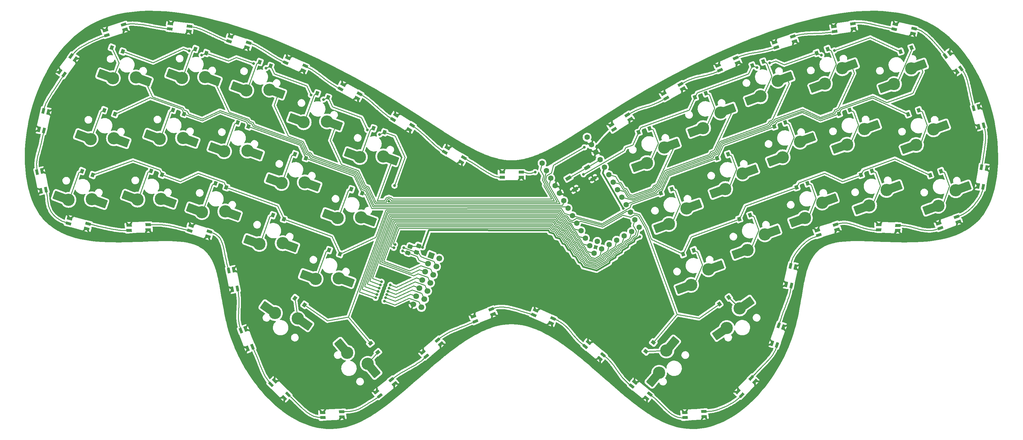
<source format=gbl>
%TF.GenerationSoftware,KiCad,Pcbnew,7.0.1-0*%
%TF.CreationDate,2023-04-15T20:22:23-04:00*%
%TF.ProjectId,fidrildi3,66696472-696c-4646-9933-2e6b69636164,rev?*%
%TF.SameCoordinates,Original*%
%TF.FileFunction,Copper,L2,Bot*%
%TF.FilePolarity,Positive*%
%FSLAX46Y46*%
G04 Gerber Fmt 4.6, Leading zero omitted, Abs format (unit mm)*
G04 Created by KiCad (PCBNEW 7.0.1-0) date 2023-04-15 20:22:23*
%MOMM*%
%LPD*%
G01*
G04 APERTURE LIST*
G04 Aperture macros list*
%AMRoundRect*
0 Rectangle with rounded corners*
0 $1 Rounding radius*
0 $2 $3 $4 $5 $6 $7 $8 $9 X,Y pos of 4 corners*
0 Add a 4 corners polygon primitive as box body*
4,1,4,$2,$3,$4,$5,$6,$7,$8,$9,$2,$3,0*
0 Add four circle primitives for the rounded corners*
1,1,$1+$1,$2,$3*
1,1,$1+$1,$4,$5*
1,1,$1+$1,$6,$7*
1,1,$1+$1,$8,$9*
0 Add four rect primitives between the rounded corners*
20,1,$1+$1,$2,$3,$4,$5,0*
20,1,$1+$1,$4,$5,$6,$7,0*
20,1,$1+$1,$6,$7,$8,$9,0*
20,1,$1+$1,$8,$9,$2,$3,0*%
%AMHorizOval*
0 Thick line with rounded ends*
0 $1 width*
0 $2 $3 position (X,Y) of the first rounded end (center of the circle)*
0 $4 $5 position (X,Y) of the second rounded end (center of the circle)*
0 Add line between two ends*
20,1,$1,$2,$3,$4,$5,0*
0 Add two circle primitives to create the rounded ends*
1,1,$1,$2,$3*
1,1,$1,$4,$5*%
%AMRotRect*
0 Rectangle, with rotation*
0 The origin of the aperture is its center*
0 $1 length*
0 $2 width*
0 $3 Rotation angle, in degrees counterclockwise*
0 Add horizontal line*
21,1,$1,$2,0,0,$3*%
G04 Aperture macros list end*
%TA.AperFunction,SMDPad,CuDef*%
%ADD10RotRect,1.600000X0.820000X220.000000*%
%TD*%
%TA.AperFunction,SMDPad,CuDef*%
%ADD11RotRect,1.600000X0.820000X353.000000*%
%TD*%
%TA.AperFunction,SMDPad,CuDef*%
%ADD12RotRect,1.600000X0.820000X197.500000*%
%TD*%
%TA.AperFunction,SMDPad,CuDef*%
%ADD13RoundRect,0.250000X1.775051X0.418112X-1.091011X1.461273X-1.775051X-0.418112X1.091011X-1.461273X0*%
%TD*%
%TA.AperFunction,ComponentPad*%
%ADD14C,3.600000*%
%TD*%
%TA.AperFunction,SMDPad,CuDef*%
%ADD15RoundRect,0.250000X-1.746296X0.525430X0.214207X-1.811005X1.746296X-0.525430X-0.214207X1.811005X0*%
%TD*%
%TA.AperFunction,SMDPad,CuDef*%
%ADD16RotRect,1.600000X0.820000X18.000000*%
%TD*%
%TA.AperFunction,SMDPad,CuDef*%
%ADD17RoundRect,0.250000X1.091011X1.461273X-1.775051X0.418112X-1.091011X-1.461273X1.775051X-0.418112X0*%
%TD*%
%TA.AperFunction,SMDPad,CuDef*%
%ADD18RotRect,1.600000X0.820000X29.250000*%
%TD*%
%TA.AperFunction,SMDPad,CuDef*%
%ADD19RotRect,1.600000X0.820000X111.000000*%
%TD*%
%TA.AperFunction,SMDPad,CuDef*%
%ADD20RotRect,1.600000X0.820000X17.250000*%
%TD*%
%TA.AperFunction,SMDPad,CuDef*%
%ADD21RotRect,1.600000X0.820000X257.250000*%
%TD*%
%TA.AperFunction,SMDPad,CuDef*%
%ADD22RotRect,1.600000X0.820000X341.500000*%
%TD*%
%TA.AperFunction,SMDPad,CuDef*%
%ADD23RotRect,1.600000X0.820000X335.500000*%
%TD*%
%TA.AperFunction,SMDPad,CuDef*%
%ADD24RotRect,1.600000X0.820000X54.000000*%
%TD*%
%TA.AperFunction,ComponentPad*%
%ADD25RotRect,1.700000X1.700000X340.000000*%
%TD*%
%TA.AperFunction,ComponentPad*%
%ADD26HorizOval,1.700000X0.000000X0.000000X0.000000X0.000000X0*%
%TD*%
%TA.AperFunction,SMDPad,CuDef*%
%ADD27RotRect,1.600000X0.820000X306.250000*%
%TD*%
%TA.AperFunction,SMDPad,CuDef*%
%ADD28RotRect,1.600000X0.820000X181.750000*%
%TD*%
%TA.AperFunction,SMDPad,CuDef*%
%ADD29RotRect,1.600000X0.820000X178.000000*%
%TD*%
%TA.AperFunction,SMDPad,CuDef*%
%ADD30RotRect,1.600000X0.820000X328.000000*%
%TD*%
%TA.AperFunction,SMDPad,CuDef*%
%ADD31RotRect,1.600000X0.820000X329.000000*%
%TD*%
%TA.AperFunction,SMDPad,CuDef*%
%ADD32RotRect,1.600000X0.820000X134.500000*%
%TD*%
%TA.AperFunction,SMDPad,CuDef*%
%ADD33RoundRect,0.250000X-1.822783X0.055552X0.675630X-1.693856X1.822783X-0.055552X-0.675630X1.693856X0*%
%TD*%
%TA.AperFunction,SMDPad,CuDef*%
%ADD34RotRect,1.600000X0.820000X8.750000*%
%TD*%
%TA.AperFunction,SMDPad,CuDef*%
%ADD35RotRect,1.600000X0.820000X164.500000*%
%TD*%
%TA.AperFunction,SMDPad,CuDef*%
%ADD36RotRect,1.600000X0.820000X250.500000*%
%TD*%
%TA.AperFunction,SMDPad,CuDef*%
%ADD37RoundRect,0.250000X-0.675630X-1.693856X1.822783X0.055552X0.675630X1.693856X-1.822783X-0.055552X0*%
%TD*%
%TA.AperFunction,SMDPad,CuDef*%
%ADD38RotRect,1.600000X0.820000X331.000000*%
%TD*%
%TA.AperFunction,SMDPad,CuDef*%
%ADD39RotRect,1.600000X0.820000X182.500000*%
%TD*%
%TA.AperFunction,SMDPad,CuDef*%
%ADD40RotRect,1.600000X0.820000X219.000000*%
%TD*%
%TA.AperFunction,SMDPad,CuDef*%
%ADD41RotRect,1.600000X0.820000X347.000000*%
%TD*%
%TA.AperFunction,SMDPad,CuDef*%
%ADD42RotRect,1.600000X0.820000X155.500000*%
%TD*%
%TA.AperFunction,SMDPad,CuDef*%
%ADD43RoundRect,0.250000X-0.214207X-1.811005X1.746296X0.525430X0.214207X1.811005X-1.746296X-0.525430X0*%
%TD*%
%TA.AperFunction,SMDPad,CuDef*%
%ADD44RotRect,1.600000X0.820000X32.500000*%
%TD*%
%TA.AperFunction,ComponentPad*%
%ADD45C,1.600000*%
%TD*%
%TA.AperFunction,SMDPad,CuDef*%
%ADD46RotRect,1.600000X0.820000X226.000000*%
%TD*%
%TA.AperFunction,SMDPad,CuDef*%
%ADD47RotRect,1.600000X0.820000X140.250000*%
%TD*%
%TA.AperFunction,SMDPad,CuDef*%
%ADD48R,1.600000X0.820000*%
%TD*%
%TA.AperFunction,SMDPad,CuDef*%
%ADD49RotRect,1.600000X0.820000X202.250000*%
%TD*%
%TA.AperFunction,SMDPad,CuDef*%
%ADD50RotRect,1.600000X0.820000X141.000000*%
%TD*%
%TA.AperFunction,SMDPad,CuDef*%
%ADD51RotRect,1.600000X0.820000X101.000000*%
%TD*%
%TA.AperFunction,SMDPad,CuDef*%
%ADD52RotRect,1.600000X0.820000X200.000000*%
%TD*%
%TA.AperFunction,SMDPad,CuDef*%
%ADD53RotRect,1.600000X0.820000X260.000000*%
%TD*%
%TA.AperFunction,SMDPad,CuDef*%
%ADD54RotRect,1.600000X0.820000X162.000000*%
%TD*%
%TA.AperFunction,SMDPad,CuDef*%
%ADD55RotRect,1.600000X0.820000X102.000000*%
%TD*%
%TA.AperFunction,SMDPad,CuDef*%
%ADD56RotRect,1.600000X0.820000X23.500000*%
%TD*%
%TA.AperFunction,SMDPad,CuDef*%
%ADD57RotRect,1.600000X0.820000X76.500000*%
%TD*%
%TA.AperFunction,SMDPad,CuDef*%
%ADD58RotRect,1.600000X0.820000X285.000000*%
%TD*%
%TA.AperFunction,SMDPad,CuDef*%
%ADD59RotRect,1.600000X0.820000X183.000000*%
%TD*%
%TA.AperFunction,SMDPad,CuDef*%
%ADD60RotRect,1.000000X1.200000X20.000000*%
%TD*%
%TA.AperFunction,SMDPad,CuDef*%
%ADD61RotRect,1.000000X1.200000X160.000000*%
%TD*%
%TA.AperFunction,SMDPad,CuDef*%
%ADD62RotRect,1.000000X1.200000X310.000000*%
%TD*%
%TA.AperFunction,SMDPad,CuDef*%
%ADD63RotRect,1.000000X1.200000X35.000000*%
%TD*%
%TA.AperFunction,SMDPad,CuDef*%
%ADD64RotRect,1.000000X1.200000X230.000000*%
%TD*%
%TA.AperFunction,SMDPad,CuDef*%
%ADD65RoundRect,0.250000X-0.303155X0.482801X-0.542569X-0.174983X0.303155X-0.482801X0.542569X0.174983X0*%
%TD*%
%TA.AperFunction,SMDPad,CuDef*%
%ADD66RotRect,1.700000X1.000000X210.000000*%
%TD*%
%TA.AperFunction,SMDPad,CuDef*%
%ADD67RotRect,1.000000X1.200000X145.000000*%
%TD*%
%TA.AperFunction,ViaPad*%
%ADD68C,0.800000*%
%TD*%
%TA.AperFunction,Conductor*%
%ADD69C,0.250000*%
%TD*%
%TA.AperFunction,Conductor*%
%ADD70C,0.500000*%
%TD*%
G04 APERTURE END LIST*
D10*
X189277015Y-183234728D03*
X188312834Y-182085661D03*
X184022985Y-185685272D03*
X184987166Y-186834339D03*
D11*
X110022273Y-89374356D03*
X109839469Y-90863175D03*
X115397727Y-91545644D03*
X115580531Y-90056825D03*
D12*
X305420000Y-149660000D03*
X304968941Y-148229425D03*
X299628126Y-149913378D03*
X300079185Y-151343953D03*
D13*
X102555506Y-106041560D03*
D14*
X99947859Y-105092454D03*
X93112079Y-105307445D03*
D13*
X90499734Y-104356629D03*
D15*
X160042996Y-183722917D03*
D14*
X161826732Y-185848690D03*
X167854186Y-189080392D03*
D15*
X169641136Y-191209995D03*
D16*
X287165279Y-94821955D03*
X287628805Y-96248540D03*
X292954721Y-94518045D03*
X292491195Y-93091460D03*
D17*
X263872968Y-142562079D03*
D14*
X261265321Y-143511185D03*
X256167004Y-148069832D03*
D17*
X253554659Y-149020648D03*
D18*
X254600545Y-109843767D03*
X255333477Y-111152511D03*
X260219455Y-108416233D03*
X259486523Y-107107489D03*
D19*
X132643245Y-184602801D03*
X134043616Y-184065249D03*
X132036755Y-178837199D03*
X130636384Y-179374751D03*
D20*
X90933538Y-91264051D03*
X91378350Y-92696581D03*
X96726462Y-91035949D03*
X96281650Y-89603419D03*
D21*
X293239460Y-160674565D03*
X291776446Y-160343518D03*
X290540540Y-165805435D03*
X292003554Y-166136482D03*
D22*
X127622672Y-93110304D03*
X127146715Y-94532790D03*
X132457328Y-96309696D03*
X132933285Y-94887210D03*
D13*
X128685506Y-145341560D03*
D14*
X126077859Y-144392454D03*
X119242079Y-144607445D03*
D13*
X116629734Y-143656629D03*
D23*
X144443128Y-99386388D03*
X143821089Y-100751330D03*
X148916872Y-103073612D03*
X149538911Y-101708670D03*
D24*
X77604878Y-103368818D03*
X78818403Y-104250496D03*
X82110000Y-99720000D03*
X80896475Y-98838322D03*
D25*
X186419796Y-157318768D03*
D26*
X188806615Y-158187499D03*
X185551065Y-159705587D03*
X187937884Y-160574318D03*
X184682334Y-162092407D03*
X187069153Y-162961138D03*
X183813603Y-164479226D03*
X186200422Y-165347957D03*
X182944871Y-166866045D03*
X185331691Y-167734776D03*
X182076140Y-169252864D03*
X184462959Y-170121595D03*
X181207409Y-171639684D03*
X183594228Y-172508415D03*
D17*
X290690246Y-105117155D03*
D14*
X288082599Y-106066261D03*
X282984282Y-110624908D03*
D17*
X280371937Y-111575724D03*
D27*
X338409166Y-97928473D03*
X337199500Y-98815437D03*
X340510834Y-103331527D03*
X341720500Y-102444563D03*
D28*
X103521598Y-149744142D03*
X103475790Y-148244842D03*
X97878402Y-148415858D03*
X97924210Y-149915158D03*
D17*
X342820246Y-137237155D03*
D14*
X340212599Y-138186261D03*
X335114282Y-142744908D03*
D17*
X332501937Y-143695724D03*
D13*
X168502784Y-147066484D03*
D14*
X165895137Y-146117378D03*
X159059357Y-146332369D03*
D13*
X156447012Y-145381553D03*
D29*
X323192120Y-149977262D03*
X323244469Y-148478175D03*
X317647880Y-148282738D03*
X317595531Y-149781825D03*
D30*
X176102905Y-116150190D03*
X175308026Y-117422262D03*
X180057095Y-120389810D03*
X180851974Y-119117738D03*
D13*
X96055506Y-123891560D03*
D14*
X93447859Y-122942454D03*
X86612079Y-123157445D03*
D13*
X83999734Y-122206629D03*
X141685506Y-109641560D03*
D14*
X139077859Y-108692454D03*
X132242079Y-108907445D03*
D13*
X129629734Y-107956629D03*
X145515506Y-154661560D03*
D14*
X142907859Y-153712454D03*
X136072079Y-153927445D03*
D13*
X133459734Y-152976629D03*
D31*
X191206210Y-125735018D03*
X190433653Y-127020769D03*
X195233790Y-129904982D03*
X196006347Y-128619231D03*
D13*
X109799145Y-141669022D03*
D14*
X107191498Y-140719916D03*
X100355718Y-140934907D03*
D13*
X97743373Y-139984091D03*
X135182784Y-127496484D03*
D14*
X132575137Y-126547378D03*
X125739357Y-126762369D03*
D13*
X123127012Y-125811553D03*
D17*
X303680246Y-140837155D03*
D14*
X301072599Y-141786261D03*
X295974282Y-146344908D03*
D17*
X293361937Y-147295724D03*
D32*
X143387608Y-199082783D03*
X144457484Y-198031419D03*
X140532392Y-194037217D03*
X139462516Y-195088581D03*
D33*
X138382768Y-172612353D03*
D14*
X140655915Y-174204028D03*
X147314414Y-175765592D03*
D33*
X149591657Y-177360134D03*
D34*
X304508495Y-90144674D03*
X304736680Y-91627217D03*
X310271505Y-90775326D03*
X310043320Y-89292783D03*
D17*
X329820246Y-101527155D03*
D14*
X327212599Y-102476261D03*
X322114282Y-107034908D03*
D17*
X319501937Y-107985724D03*
X336310246Y-119387155D03*
D14*
X333702599Y-120336261D03*
X328604282Y-124894908D03*
D17*
X325991937Y-125845724D03*
D35*
X85487736Y-149430990D03*
X85888594Y-147985545D03*
X80492264Y-146489010D03*
X80091406Y-147934455D03*
D17*
X270352968Y-160422079D03*
D14*
X267745321Y-161371185D03*
X262647004Y-165929832D03*
D17*
X260034659Y-166880648D03*
D13*
X152015506Y-136806484D03*
D14*
X149407859Y-135857378D03*
X142572079Y-136072369D03*
D13*
X139959734Y-135121553D03*
X89565506Y-141751560D03*
D14*
X86957859Y-140802454D03*
X80122079Y-141017445D03*
D13*
X77509734Y-140066629D03*
D36*
X289681640Y-178280959D03*
X288267678Y-177780249D03*
X286398360Y-183059041D03*
X287812322Y-183559751D03*
D37*
X270829000Y-180166355D03*
D14*
X273102147Y-178574680D03*
X276846878Y-172851823D03*
D37*
X279124121Y-171257281D03*
D38*
X160594672Y-107156568D03*
X159867458Y-108468498D03*
X164765328Y-111183432D03*
X165492542Y-109871502D03*
D17*
X280362968Y-132302079D03*
D14*
X277755321Y-133251185D03*
X272657004Y-137809832D03*
D17*
X270044659Y-138760648D03*
D39*
X160300050Y-204607152D03*
X160234620Y-203108580D03*
X154639950Y-203352848D03*
X154705380Y-204851420D03*
D17*
X322556607Y-137154617D03*
D14*
X319948960Y-138103723D03*
X314850643Y-142662370D03*
D17*
X312238298Y-143613186D03*
D40*
X175697999Y-194920762D03*
X174754018Y-193755043D03*
X170402001Y-197279238D03*
X171345982Y-198444957D03*
D17*
X286860246Y-150167155D03*
D14*
X284252599Y-151116261D03*
X279154282Y-155674908D03*
D17*
X276541937Y-156625724D03*
D41*
X322523528Y-89500274D03*
X322186102Y-90961830D03*
X327642574Y-92221556D03*
X327980000Y-90760000D03*
D42*
X221576872Y-177123612D03*
X222198911Y-175758670D03*
X217103128Y-173436388D03*
X216481089Y-174801330D03*
D17*
X273866607Y-114444617D03*
D14*
X271258960Y-115393723D03*
X266160643Y-119952370D03*
D17*
X263548298Y-120903186D03*
D43*
X251491491Y-193811722D03*
D14*
X253275226Y-191685949D03*
X255411175Y-185188886D03*
D43*
X257198124Y-183059283D03*
D44*
X239245529Y-119081895D03*
X240051479Y-120346982D03*
X244774471Y-117338105D03*
X243968521Y-116073018D03*
D45*
X218960886Y-130241773D03*
X220230886Y-132441477D03*
X221500886Y-134641182D03*
X222770886Y-136840886D03*
X224040886Y-139040591D03*
X225310886Y-141240295D03*
X226580886Y-143440000D03*
X227850886Y-145639705D03*
X229120886Y-147839409D03*
X230390886Y-150039114D03*
X231660886Y-152238818D03*
X232930886Y-154438523D03*
X234200886Y-156638227D03*
X236400591Y-155368227D03*
X238600295Y-154098227D03*
X240800000Y-152828227D03*
X242999705Y-151558227D03*
X245199409Y-150288227D03*
X247399114Y-149018227D03*
X246129114Y-146818523D03*
X244859114Y-144618818D03*
X243589114Y-142419114D03*
X242319114Y-140219409D03*
X241049114Y-138019705D03*
X239779114Y-135820000D03*
X238509114Y-133620295D03*
X237239114Y-131420591D03*
X235969114Y-129220886D03*
X234699114Y-127021182D03*
X233429114Y-124821477D03*
X232159114Y-122621773D03*
X235130591Y-153168523D03*
D46*
X281324548Y-194246842D03*
X280245539Y-193204855D03*
X276355452Y-197233158D03*
X277434461Y-198275145D03*
D47*
X235903178Y-187567061D03*
X236862336Y-186413798D03*
X232556822Y-182832939D03*
X231597664Y-183986202D03*
D48*
X207250000Y-132880000D03*
X207250000Y-134380000D03*
X212850000Y-134380000D03*
X212850000Y-132880000D03*
D17*
X297180246Y-122987155D03*
D14*
X294572599Y-123936261D03*
X289474282Y-128494908D03*
D17*
X286861937Y-129445724D03*
D49*
X204605500Y-174483939D03*
X204037527Y-173095628D03*
X198854500Y-175216061D03*
X199422473Y-176604372D03*
D50*
X249564018Y-199144957D03*
X250507999Y-197979238D03*
X246155982Y-194455043D03*
X245212001Y-195620762D03*
D51*
X128148045Y-167231663D03*
X129620486Y-166945449D03*
X128551955Y-161448337D03*
X127079514Y-161734551D03*
D17*
X316070246Y-119297155D03*
D14*
X313462599Y-120246261D03*
X308364282Y-124804908D03*
D17*
X305751937Y-125755724D03*
D13*
X174999145Y-129199022D03*
D14*
X172391498Y-128249916D03*
X165555718Y-128464907D03*
D13*
X162943373Y-127514091D03*
D52*
X340967654Y-147397113D03*
X340454624Y-145987574D03*
X335192346Y-147902887D03*
X335705376Y-149312426D03*
D13*
X158515506Y-118961560D03*
D14*
X155907859Y-118012454D03*
X149072079Y-118227445D03*
D13*
X146459734Y-117276629D03*
D17*
X309570246Y-101447155D03*
D14*
X306962599Y-102396261D03*
X301864282Y-106954908D03*
D17*
X299251937Y-107905724D03*
D53*
X349227212Y-131690472D03*
X347750000Y-131430000D03*
X346777570Y-136944924D03*
X348254782Y-137205396D03*
D13*
X122809145Y-105949022D03*
D14*
X120201498Y-104999916D03*
X113365718Y-105214907D03*
D13*
X110753373Y-104264091D03*
D54*
X120991195Y-151758540D03*
X121454721Y-150331955D03*
X116128805Y-148601460D03*
X115665279Y-150028045D03*
D55*
X72047084Y-138319494D03*
X73514305Y-138007627D03*
X72350000Y-132530000D03*
X70882779Y-132841867D03*
D56*
X270553170Y-101598702D03*
X271151294Y-102974292D03*
X276286830Y-100741298D03*
X275688706Y-99365708D03*
D13*
X116302784Y-123806484D03*
D14*
X113695137Y-122857378D03*
X106859357Y-123072369D03*
D13*
X104247012Y-122121553D03*
X162009145Y-164919022D03*
D14*
X159401498Y-163969916D03*
X152565718Y-164184907D03*
D13*
X149953373Y-163234091D03*
D57*
X71447076Y-120317552D03*
X72905630Y-120667720D03*
X74212924Y-115222448D03*
X72754370Y-114872280D03*
D17*
X257376607Y-124697155D03*
D14*
X254768960Y-125646261D03*
X249670643Y-130204908D03*
D17*
X247058298Y-131155724D03*
D58*
X346939751Y-113751293D03*
X345490862Y-114139522D03*
X346940249Y-119548707D03*
X348389138Y-119160478D03*
D59*
X266465415Y-204562431D03*
X266386911Y-203064487D03*
X260794585Y-203357569D03*
X260873089Y-204855513D03*
D60*
X324045046Y-97522868D03*
X327240000Y-96360000D03*
D61*
X166207477Y-139051434D03*
X163012523Y-137888566D03*
X107517477Y-133641434D03*
X104322523Y-132478566D03*
X149687477Y-128771434D03*
X146492523Y-127608566D03*
D60*
X263792523Y-110921434D03*
X266987477Y-109758566D03*
D61*
X139367477Y-101731434D03*
X136172523Y-100568566D03*
X132897477Y-119471434D03*
X129702523Y-118308566D03*
X87257477Y-133721434D03*
X84062523Y-132558566D03*
D60*
X312452523Y-133671434D03*
X315647477Y-132508566D03*
X332732523Y-133751434D03*
X335927477Y-132588566D03*
D62*
X168637261Y-183097724D03*
X170822739Y-185702276D03*
D60*
X260242523Y-156922868D03*
X263437477Y-155760000D03*
X287072523Y-119471434D03*
X290267477Y-118308566D03*
D61*
X126377477Y-137311434D03*
X123182523Y-136148566D03*
X120517477Y-97931434D03*
X117322523Y-96768566D03*
D63*
X270917442Y-171575080D03*
X273702558Y-169624920D03*
D60*
X280602523Y-101601434D03*
X283797477Y-100438566D03*
D61*
X156217477Y-110941434D03*
X153022523Y-109778566D03*
X95997477Y-97501434D03*
X92802523Y-96338566D03*
D64*
X251542739Y-182837724D03*
X249357261Y-185442276D03*
D61*
X143237477Y-146641434D03*
X140042523Y-145478566D03*
X93767477Y-115861434D03*
X90572523Y-114698566D03*
D60*
X305982523Y-115781434D03*
X309177477Y-114618566D03*
X270272523Y-128771434D03*
X273467477Y-127608566D03*
X293562523Y-137321434D03*
X296757477Y-136158566D03*
X299472523Y-97931434D03*
X302667477Y-96768566D03*
D61*
X172717477Y-121171434D03*
X169522523Y-120008566D03*
D60*
X326212523Y-115881434D03*
X329407477Y-114718566D03*
X247272523Y-121201434D03*
X250467477Y-120038566D03*
X276762523Y-146651434D03*
X279957477Y-145488566D03*
D61*
X159717477Y-156891434D03*
X156522523Y-155728566D03*
D65*
X180312020Y-154670307D03*
X179627980Y-156549693D03*
D60*
X253782523Y-139041434D03*
X256977477Y-137878566D03*
D61*
X113997477Y-115791434D03*
X110802523Y-114628566D03*
D65*
X182782020Y-154500307D03*
X182097980Y-156379693D03*
D66*
X232137980Y-131469552D03*
X226682020Y-134619552D03*
X234037980Y-134760448D03*
X228582020Y-137910448D03*
D67*
X149312558Y-171765080D03*
X146527442Y-169814920D03*
D68*
X115530000Y-97250000D03*
X285720000Y-100870000D03*
X300840000Y-98570000D03*
X281969058Y-102240942D03*
X231361536Y-125590000D03*
X154850000Y-111580000D03*
X151220000Y-110260000D03*
X304610000Y-97190000D03*
X167710000Y-120500000D03*
X134380000Y-101050000D03*
X119150000Y-98570000D03*
X174030000Y-141380000D03*
X231099751Y-133489751D03*
X171330000Y-121820000D03*
X138000000Y-102370000D03*
X175690000Y-136820000D03*
X325530000Y-105880000D03*
X135780000Y-109990000D03*
X265620000Y-110910000D03*
X230350000Y-134690000D03*
X169120000Y-129560000D03*
X152520000Y-119250000D03*
X286800000Y-109470000D03*
X340330000Y-141300000D03*
X249040000Y-121100000D03*
X269960000Y-118870000D03*
X96580000Y-106320000D03*
X342410000Y-140520000D03*
X173130000Y-161850000D03*
X236510000Y-145330000D03*
X234040000Y-141020000D03*
X239130000Y-150090000D03*
X117010000Y-106380000D03*
X338230000Y-142050000D03*
X305580000Y-105770000D03*
X174400000Y-158360000D03*
X253360000Y-128890000D03*
X216910000Y-132880000D03*
X247546216Y-151793784D03*
X242740000Y-143540000D03*
X183930728Y-154920000D03*
X175490000Y-155060000D03*
X178090000Y-156000000D03*
X175830000Y-154120000D03*
X178430000Y-155060000D03*
X172750000Y-170660000D03*
X170160000Y-169710000D03*
X173100000Y-169720000D03*
X170510000Y-168770000D03*
X173440000Y-168780000D03*
X170850000Y-167830000D03*
X171190000Y-166890000D03*
X173780000Y-167840000D03*
X174130000Y-166897124D03*
X171540000Y-165950000D03*
X171880000Y-165010000D03*
X174470000Y-165950000D03*
D69*
X263792523Y-110921434D02*
X264420000Y-109570000D01*
X223338165Y-141657351D02*
X174330000Y-141667240D01*
X149940000Y-107520480D02*
X140458561Y-104071439D01*
X220350000Y-133830000D02*
X220020000Y-135090000D01*
X264420000Y-109570000D02*
X279430000Y-104105915D01*
X289940000Y-101396578D02*
X287459068Y-100240932D01*
X139367477Y-101731434D02*
X140458561Y-104071439D01*
X242992535Y-126622535D02*
X231099751Y-133489751D01*
X174330000Y-141667240D02*
X174030000Y-141380000D01*
X127010000Y-100294272D02*
X129330000Y-99213020D01*
X175690000Y-136820000D02*
X178717766Y-128500000D01*
X113810000Y-96624059D02*
X104940000Y-100757932D01*
X156217477Y-110941434D02*
X157527341Y-113752659D01*
X167710000Y-120500000D02*
X165999323Y-116840677D01*
X247272523Y-121201434D02*
X245530000Y-124928365D01*
X115530000Y-97250000D02*
X113810000Y-96624059D01*
X243426641Y-125696641D02*
X242992535Y-126622535D01*
X220474170Y-136720000D02*
X223338165Y-141657351D01*
X247272523Y-121201434D02*
X247942774Y-119762774D01*
X324045046Y-97522868D02*
X315116470Y-93363530D01*
X134380000Y-101050000D02*
X129330000Y-99213020D01*
X222260000Y-130850000D02*
X231361536Y-125590000D01*
X157527341Y-113752659D02*
X165999323Y-116840677D01*
X172717477Y-121171434D02*
X175830000Y-122305632D01*
X120517477Y-97931434D02*
X127010000Y-100294272D01*
X280602523Y-101601434D02*
X281969058Y-102240942D01*
X220020000Y-135090000D02*
X220633757Y-136132943D01*
X247942774Y-119762774D02*
X262060000Y-114621897D01*
X220350000Y-133830000D02*
X221668114Y-133068114D01*
X172717477Y-121171434D02*
X171330000Y-121820000D01*
X178717766Y-128500000D02*
X175830000Y-122305632D01*
X285720000Y-100870000D02*
X287459068Y-100240932D01*
X95997477Y-97501434D02*
X104940000Y-100757932D01*
X300840000Y-98570000D02*
X299472523Y-97931434D01*
X299472523Y-97931434D02*
X289940000Y-101396578D01*
X280602523Y-101601434D02*
X279430000Y-104105915D01*
X120517477Y-97931434D02*
X119150000Y-98570000D01*
X151220000Y-110260000D02*
X149940000Y-107520480D01*
X139367477Y-101731434D02*
X138000000Y-102370000D01*
X243426641Y-125696641D02*
X245530000Y-124928365D01*
X304610000Y-97190000D02*
X315116470Y-93363530D01*
X263792523Y-110921434D02*
X262060000Y-114621897D01*
X221668114Y-133068114D02*
X222260000Y-130850000D01*
X156217477Y-110941434D02*
X154850000Y-111580000D01*
X220633757Y-136132943D02*
X220474170Y-136720000D01*
X93860000Y-103650000D02*
X94890167Y-100820000D01*
X93860000Y-103650000D02*
X93112079Y-105307445D01*
X92802523Y-96338566D02*
X94890167Y-100820000D01*
X93767477Y-115861434D02*
X104089374Y-111049374D01*
X287706819Y-118106819D02*
X295270000Y-115353331D01*
X227850886Y-145639705D02*
X236524390Y-147964390D01*
X225460000Y-145000000D02*
X224570000Y-143460236D01*
X227850886Y-145639705D02*
X225460000Y-145000000D01*
X113997477Y-115791434D02*
X119350000Y-117739859D01*
X166207477Y-139051434D02*
X167151630Y-139403904D01*
X326212523Y-115881434D02*
X315860000Y-111054764D01*
X132250000Y-118100000D02*
X124570000Y-115304910D01*
X300480000Y-117782535D02*
X295270000Y-115353331D01*
X253782523Y-139041434D02*
X256177265Y-133897265D01*
X119350000Y-117739859D02*
X124570000Y-115304910D01*
X305982523Y-115781434D02*
X300480000Y-117782535D01*
X287072523Y-119471434D02*
X287706819Y-118106819D01*
X167151630Y-139403904D02*
X169051599Y-143478401D01*
X244800000Y-143190000D02*
X245060000Y-142216247D01*
X270272523Y-128771434D02*
X256177265Y-133897265D01*
X113997477Y-115791434D02*
X113360000Y-114420000D01*
X270272523Y-128771434D02*
X272060000Y-124936238D01*
X149687477Y-128771434D02*
X147890000Y-124932232D01*
X253782523Y-139041434D02*
X245060000Y-142216247D01*
X305982523Y-115781434D02*
X306620000Y-114420000D01*
X113360000Y-114420000D02*
X104089374Y-111049374D01*
X149687477Y-128771434D02*
X163810000Y-133913115D01*
X224570000Y-143460236D02*
X169051599Y-143478401D01*
X244800000Y-143190000D02*
X236524390Y-147964390D01*
X306620000Y-114420000D02*
X315860000Y-111054764D01*
X132897477Y-119471434D02*
X132250000Y-118100000D01*
X132897477Y-119471434D02*
X147890000Y-124932232D01*
X166207477Y-139051434D02*
X163810000Y-133913115D01*
X287072523Y-119471434D02*
X272060000Y-124936238D01*
X114110000Y-103550000D02*
X113365718Y-105214907D01*
X116430000Y-97180000D02*
X114110000Y-103550000D01*
X117322523Y-96768566D02*
X116430000Y-97180000D01*
X247460000Y-145290004D02*
X249712197Y-149187803D01*
X227000000Y-146830000D02*
X226349012Y-145703693D01*
X260242523Y-156922868D02*
X262633231Y-151793231D01*
X244859114Y-144618818D02*
X243740458Y-144320794D01*
X143237477Y-146641434D02*
X141440000Y-142795847D01*
X226349012Y-145703693D02*
X225160000Y-145387029D01*
X143237477Y-146641434D02*
X157330000Y-151771643D01*
X236587923Y-148447923D02*
X229020000Y-146420000D01*
X276762523Y-146651434D02*
X278570000Y-142772534D01*
X159717477Y-156891434D02*
X157330000Y-151771643D01*
X243740458Y-144320794D02*
X236587923Y-148447923D01*
X170853789Y-150240000D02*
X173150000Y-143929022D01*
X227890000Y-147070000D02*
X227000000Y-146830000D01*
X107517477Y-133641434D02*
X106890000Y-132290000D01*
X107517477Y-133641434D02*
X112910000Y-135604336D01*
X313080000Y-132310000D02*
X322375761Y-128924239D01*
X170210000Y-152000000D02*
X170853789Y-150240000D01*
X293562523Y-137321434D02*
X278570000Y-142772534D01*
X106890000Y-132290000D02*
X99030000Y-129435169D01*
X312452523Y-133671434D02*
X307010000Y-135650000D01*
X126377477Y-137311434D02*
X141440000Y-142795847D01*
X125740000Y-135940000D02*
X118130000Y-133172836D01*
X126377477Y-137311434D02*
X125740000Y-135940000D01*
X312452523Y-133671434D02*
X313080000Y-132310000D01*
X87257477Y-133721434D02*
X99030000Y-129435169D01*
X249712197Y-149187803D02*
X250950277Y-152590000D01*
X225160000Y-145387029D02*
X224310829Y-143911081D01*
X260242523Y-156922868D02*
X250950277Y-152590000D01*
X229020000Y-146420000D02*
X227890000Y-147070000D01*
X224310829Y-143911081D02*
X173150000Y-143929022D01*
X244859114Y-144618818D02*
X247460000Y-145290004D01*
X332732523Y-133751434D02*
X322375761Y-128924239D01*
X294200000Y-135950000D02*
X301740000Y-133199226D01*
X307010000Y-135650000D02*
X301740000Y-133199226D01*
X293562523Y-137321434D02*
X294200000Y-135950000D01*
X159717477Y-156891434D02*
X170210000Y-152000000D01*
X276762523Y-146651434D02*
X262633231Y-151793231D01*
X112910000Y-135604336D02*
X118130000Y-133172836D01*
X136172523Y-100568566D02*
X135280000Y-100980000D01*
X132990000Y-107250000D02*
X132242079Y-108907445D01*
X135280000Y-100980000D02*
X132990000Y-107250000D01*
X149800000Y-116570000D02*
X149072079Y-118227445D01*
X153022523Y-109778566D02*
X152130000Y-110190000D01*
X152130000Y-110190000D02*
X149800000Y-116570000D01*
X166300000Y-126800000D02*
X165555718Y-128464907D01*
X168630000Y-120420000D02*
X166300000Y-126800000D01*
X169522523Y-120008566D02*
X168630000Y-120420000D01*
X250467477Y-120038566D02*
X251520000Y-120422485D01*
X250970000Y-128950000D02*
X249670643Y-130204908D01*
X250970000Y-128950000D02*
X252983395Y-124423395D01*
X252983395Y-124423395D02*
X251520000Y-120422485D01*
X266987477Y-109758566D02*
X268000000Y-110127854D01*
X269476449Y-114166449D02*
X267460000Y-118670000D01*
X267460000Y-118670000D02*
X266160643Y-119952370D01*
X269476449Y-114166449D02*
X268000000Y-110127854D01*
X284280000Y-109350000D02*
X282984282Y-110624908D01*
X284870896Y-100939104D02*
X286298654Y-104848654D01*
X286298654Y-104848654D02*
X284280000Y-109350000D01*
X283797477Y-100438566D02*
X284870896Y-100939104D01*
X303200000Y-105720000D02*
X305171224Y-101171224D01*
X303753596Y-97276404D02*
X302667477Y-96768566D01*
X301864282Y-106954908D02*
X303200000Y-105720000D01*
X305171224Y-101171224D02*
X303753596Y-97276404D01*
X323460000Y-105790000D02*
X327240000Y-97030000D01*
X323460000Y-105790000D02*
X322114282Y-107034908D01*
X327240000Y-97030000D02*
X327240000Y-96360000D01*
X89680000Y-115110000D02*
X87350000Y-121510000D01*
X90572523Y-114698566D02*
X89680000Y-115110000D01*
X87350000Y-121510000D02*
X86612079Y-123157445D01*
X109910000Y-115040000D02*
X107590000Y-121410000D01*
X110802523Y-114628566D02*
X109910000Y-115040000D01*
X107590000Y-121410000D02*
X106859357Y-123072369D01*
X270917442Y-171575080D02*
X264987903Y-175727903D01*
X247170000Y-145690000D02*
X249310000Y-149400000D01*
X162165603Y-175390000D02*
X156028061Y-176471939D01*
X230210000Y-147204752D02*
X236647010Y-148937010D01*
X251542739Y-182837724D02*
X258474298Y-174580000D01*
X242600000Y-145500000D02*
X236647010Y-148937010D01*
X246064599Y-145394599D02*
X247170000Y-145690000D01*
X226053450Y-146091585D02*
X224862693Y-145777307D01*
X229120886Y-147839409D02*
X226720000Y-147244808D01*
X226053450Y-146091585D02*
X226720000Y-147244808D01*
X229120886Y-147839409D02*
X230210000Y-147204752D01*
X173470042Y-144378909D02*
X224050007Y-144361173D01*
X258474298Y-174580000D02*
X264987903Y-175727903D01*
X173470042Y-144378909D02*
X162165603Y-175390000D01*
X244840000Y-146100000D02*
X242600000Y-145500000D01*
X149312558Y-171765080D02*
X156028061Y-176471939D01*
X244840000Y-146100000D02*
X246064599Y-145394599D01*
X249310000Y-149400000D02*
X258474298Y-174580000D01*
X168637261Y-183097724D02*
X162165603Y-175390000D01*
X224050007Y-144361173D02*
X224862693Y-145777307D01*
X129702523Y-118308566D02*
X128810000Y-118720000D01*
X126480000Y-125120000D02*
X125739357Y-126762369D01*
X128810000Y-118720000D02*
X126480000Y-125120000D01*
X143270000Y-134410000D02*
X142572079Y-136072369D01*
X145600000Y-128020000D02*
X143270000Y-134410000D01*
X146492523Y-127608566D02*
X145600000Y-128020000D01*
X163012523Y-137888566D02*
X162120000Y-138300000D01*
X162120000Y-138300000D02*
X159790000Y-144680000D01*
X159790000Y-144680000D02*
X159059357Y-146332369D01*
X259462694Y-142312694D02*
X258022856Y-138367144D01*
X256977477Y-137878566D02*
X258022856Y-138367144D01*
X259462694Y-142312694D02*
X257530000Y-146850000D01*
X257530000Y-146850000D02*
X256167004Y-148069832D01*
X275949766Y-132029766D02*
X274050000Y-136640000D01*
X275949766Y-132029766D02*
X274519242Y-128100758D01*
X273467477Y-127608566D02*
X274519242Y-128100758D01*
X274050000Y-136640000D02*
X272657004Y-137809832D01*
X292775704Y-122715704D02*
X291355410Y-118814590D01*
X292775704Y-122715704D02*
X290820000Y-127260000D01*
X290267477Y-118308566D02*
X291355410Y-118814590D01*
X290820000Y-127260000D02*
X289474282Y-128494908D01*
X309177477Y-114618566D02*
X310256491Y-115123509D01*
X311677179Y-119027179D02*
X309690000Y-123540000D01*
X309690000Y-123540000D02*
X308364282Y-124804908D01*
X311677179Y-119027179D02*
X310256491Y-115123509D01*
X330140000Y-123910000D02*
X328604282Y-124894908D01*
X331858450Y-119130000D02*
X330140000Y-123910000D01*
X329407477Y-114718566D02*
X330425281Y-115194719D01*
X331858450Y-119130000D02*
X330425281Y-115194719D01*
X84062523Y-132558566D02*
X83170000Y-132970000D01*
X83170000Y-132970000D02*
X80840000Y-139360000D01*
X80840000Y-139360000D02*
X80122079Y-141017445D01*
X101100000Y-139290000D02*
X100355718Y-140934907D01*
X104322523Y-132478566D02*
X103430000Y-132890000D01*
X103430000Y-132890000D02*
X101100000Y-139290000D01*
X119960000Y-142940000D02*
X119242079Y-144607445D01*
X122290000Y-136560000D02*
X119960000Y-142940000D01*
X123182523Y-136148566D02*
X122290000Y-136560000D01*
X136820000Y-152290000D02*
X136072079Y-153927445D01*
X140042523Y-145478566D02*
X139150000Y-145890000D01*
X139150000Y-145890000D02*
X136820000Y-152290000D01*
X153300000Y-162540000D02*
X152565718Y-164184907D01*
X155630000Y-156140000D02*
X153300000Y-162540000D01*
X156522523Y-155728566D02*
X155630000Y-156140000D01*
X263437477Y-155760000D02*
X264543550Y-156276450D01*
X265955238Y-160135238D02*
X264000000Y-164710000D01*
X265955238Y-160135238D02*
X264543550Y-156276450D01*
X264000000Y-164710000D02*
X262647004Y-165929832D01*
X282449088Y-149899088D02*
X281024202Y-145985798D01*
X280540000Y-154500000D02*
X279154282Y-155674908D01*
X282449088Y-149899088D02*
X280540000Y-154500000D01*
X279957477Y-145488566D02*
X281024202Y-145985798D01*
X299261696Y-140571696D02*
X297836002Y-136663998D01*
X297400000Y-145190000D02*
X295974282Y-146344908D01*
X296757477Y-136158566D02*
X297836002Y-136663998D01*
X299261696Y-140571696D02*
X297400000Y-145190000D01*
X316220000Y-141430000D02*
X314850643Y-142662370D01*
X315647477Y-132508566D02*
X316740561Y-133019439D01*
X318150961Y-136890961D02*
X316740561Y-133019439D01*
X318150961Y-136890961D02*
X316220000Y-141430000D01*
X338366725Y-136980000D02*
X336932238Y-133057762D01*
X336640000Y-141730000D02*
X335114282Y-142744908D01*
X338366725Y-136980000D02*
X336640000Y-141730000D01*
X335927477Y-132588566D02*
X336932238Y-133057762D01*
X147314414Y-175765592D02*
X146527442Y-169814920D01*
X170822739Y-185702276D02*
X167854186Y-189080392D01*
X249357261Y-185442276D02*
X255411175Y-185188886D01*
X273702558Y-169624920D02*
X276846878Y-172851823D01*
X206490000Y-134370000D02*
X206070000Y-134300000D01*
X204560000Y-133830000D02*
X204040000Y-133590000D01*
X203530000Y-133310000D02*
X203040000Y-133040000D01*
X200250000Y-131260000D02*
X199460000Y-130750000D01*
X200830000Y-131640000D02*
X200250000Y-131260000D01*
X205660000Y-134220000D02*
X205160000Y-134080000D01*
X202640000Y-132800000D02*
X202080000Y-132460000D01*
X207250000Y-134380000D02*
X206490000Y-134370000D01*
X196980000Y-129210000D02*
X196006347Y-128619231D01*
X198130000Y-129890000D02*
X197500000Y-129510000D01*
X199460000Y-130750000D02*
X198790000Y-130310000D01*
X197500000Y-129510000D02*
X196980000Y-129210000D01*
X198790000Y-130310000D02*
X198130000Y-129890000D01*
X206070000Y-134300000D02*
X205660000Y-134220000D01*
X202080000Y-132460000D02*
X201510000Y-132090000D01*
X204040000Y-133590000D02*
X203530000Y-133310000D01*
X201510000Y-132090000D02*
X200830000Y-131640000D01*
X205160000Y-134080000D02*
X204560000Y-133830000D01*
X203040000Y-133040000D02*
X202640000Y-132800000D01*
X216190000Y-133060000D02*
X216910000Y-132880000D01*
X212850000Y-132880000D02*
X213640000Y-132890000D01*
X214180000Y-133010000D02*
X214480000Y-133130000D01*
X213640000Y-132890000D02*
X213930000Y-132920000D01*
X215440000Y-133220000D02*
X215760000Y-133160000D01*
X213930000Y-132920000D02*
X214180000Y-133010000D01*
X215100000Y-133220000D02*
X215440000Y-133220000D01*
X214800000Y-133210000D02*
X215100000Y-133220000D01*
X214480000Y-133130000D02*
X214800000Y-133210000D01*
X215760000Y-133160000D02*
X216190000Y-133060000D01*
X183030000Y-120790000D02*
X182260000Y-120160000D01*
X181670000Y-119720000D02*
X180851974Y-119117738D01*
X183840000Y-121490000D02*
X183030000Y-120790000D01*
X190433653Y-127020769D02*
X189670000Y-126560000D01*
X184820000Y-122380000D02*
X183840000Y-121490000D01*
X189670000Y-126560000D02*
X189150000Y-126210000D01*
X185770000Y-123280000D02*
X184820000Y-122380000D01*
X188310000Y-125570000D02*
X187510000Y-124880000D01*
X182260000Y-120160000D02*
X181670000Y-119720000D01*
X189150000Y-126210000D02*
X188310000Y-125570000D01*
X186730000Y-124170000D02*
X185770000Y-123280000D01*
X187510000Y-124880000D02*
X186730000Y-124170000D01*
X171720000Y-114810000D02*
X170970000Y-114140000D01*
X172990000Y-115870000D02*
X172340000Y-115340000D01*
X166210000Y-110340000D02*
X165492542Y-109871502D01*
X170970000Y-114140000D02*
X170440000Y-113650000D01*
X168990000Y-112380000D02*
X168080000Y-111620000D01*
X168080000Y-111620000D02*
X167460000Y-111160000D01*
X174320000Y-116820000D02*
X173690000Y-116400000D01*
X166700000Y-110650000D02*
X166210000Y-110340000D01*
X170440000Y-113650000D02*
X169720000Y-113000000D01*
X167460000Y-111160000D02*
X166700000Y-110650000D01*
X169720000Y-113000000D02*
X168990000Y-112380000D01*
X173690000Y-116400000D02*
X172990000Y-115870000D01*
X172340000Y-115340000D02*
X171720000Y-114810000D01*
X175308026Y-117422262D02*
X174320000Y-116820000D01*
X150820000Y-102440000D02*
X150310000Y-102170000D01*
X153700000Y-104350000D02*
X152920000Y-103790000D01*
X157720000Y-107300000D02*
X157050000Y-106870000D01*
X159867458Y-108468498D02*
X158890000Y-107990000D01*
X158890000Y-107990000D02*
X158420000Y-107720000D01*
X151450000Y-102800000D02*
X150820000Y-102440000D01*
X152920000Y-103790000D02*
X152100000Y-103210000D01*
X152100000Y-103210000D02*
X151450000Y-102800000D01*
X157050000Y-106870000D02*
X156320000Y-106350000D01*
X154530000Y-105000000D02*
X153700000Y-104350000D01*
X155500000Y-105750000D02*
X154530000Y-105000000D01*
X150310000Y-102170000D02*
X149538911Y-101708670D01*
X156320000Y-106350000D02*
X155500000Y-105750000D01*
X158420000Y-107720000D02*
X157720000Y-107300000D01*
X139550000Y-98490000D02*
X138780000Y-98000000D01*
X143821089Y-100751330D02*
X142810000Y-100300000D01*
X136610000Y-96630000D02*
X135790000Y-96150000D01*
X141220000Y-99500000D02*
X140550000Y-99090000D01*
X142810000Y-100300000D02*
X142160000Y-99990000D01*
X134960000Y-95710000D02*
X134420000Y-95460000D01*
X134420000Y-95460000D02*
X133940000Y-95260000D01*
X140550000Y-99090000D02*
X139550000Y-98490000D01*
X142160000Y-99990000D02*
X141220000Y-99500000D01*
X138780000Y-98000000D02*
X137340000Y-97060000D01*
X133680000Y-95170000D02*
X132933285Y-94887210D01*
X137340000Y-97060000D02*
X136610000Y-96630000D01*
X135790000Y-96150000D02*
X134960000Y-95710000D01*
X133940000Y-95260000D02*
X133680000Y-95170000D01*
X126040000Y-94150000D02*
X125310000Y-93870000D01*
X117540000Y-90470000D02*
X116960000Y-90340000D01*
X116440000Y-90230000D02*
X115580531Y-90056825D01*
X118150000Y-90660000D02*
X117540000Y-90470000D01*
X123730000Y-93170000D02*
X122840000Y-92760000D01*
X121570000Y-92130000D02*
X120680000Y-91710000D01*
X122840000Y-92760000D02*
X121570000Y-92130000D01*
X119710000Y-91270000D02*
X118960000Y-90960000D01*
X125310000Y-93870000D02*
X124480000Y-93520000D01*
X124480000Y-93520000D02*
X123730000Y-93170000D01*
X127146715Y-94532790D02*
X126040000Y-94150000D01*
X120680000Y-91710000D02*
X119710000Y-91270000D01*
X118960000Y-90960000D02*
X118150000Y-90660000D01*
X116960000Y-90340000D02*
X116440000Y-90230000D01*
X98310000Y-89340000D02*
X97620000Y-89400000D01*
X99040000Y-89320000D02*
X98310000Y-89340000D01*
X107110000Y-90540000D02*
X106070000Y-90370000D01*
X97620000Y-89400000D02*
X97190000Y-89480000D01*
X108930000Y-90790000D02*
X108130000Y-90690000D01*
X99980000Y-89380000D02*
X99040000Y-89320000D01*
X101860000Y-89600000D02*
X100960000Y-89480000D01*
X103850000Y-89960000D02*
X102880000Y-89780000D01*
X100960000Y-89480000D02*
X99980000Y-89380000D01*
X102880000Y-89780000D02*
X101860000Y-89600000D01*
X109839469Y-90863175D02*
X108930000Y-90790000D01*
X97190000Y-89480000D02*
X96281650Y-89603419D01*
X106070000Y-90370000D02*
X104960000Y-90160000D01*
X104960000Y-90160000D02*
X103850000Y-89960000D01*
X108130000Y-90690000D02*
X107110000Y-90540000D01*
X81480000Y-98190000D02*
X80896475Y-98838322D01*
X87940000Y-94050000D02*
X86990000Y-94480000D01*
X86990000Y-94480000D02*
X86020000Y-94960000D01*
X83770000Y-96210000D02*
X83100000Y-96650000D01*
X90440000Y-93020000D02*
X89630000Y-93330000D01*
X88720000Y-93710000D02*
X87940000Y-94050000D01*
X91378350Y-92696581D02*
X90440000Y-93020000D01*
X81800000Y-97810000D02*
X81480000Y-98190000D01*
X86020000Y-94960000D02*
X84840000Y-95590000D01*
X83100000Y-96650000D02*
X82610000Y-97040000D01*
X82610000Y-97040000D02*
X82140000Y-97460000D01*
X84840000Y-95590000D02*
X83770000Y-96210000D01*
X89630000Y-93330000D02*
X88720000Y-93710000D01*
X82140000Y-97460000D02*
X81800000Y-97810000D01*
X77450000Y-106260000D02*
X77120000Y-106800000D01*
X78818403Y-104250496D02*
X78240000Y-105060000D01*
X77820000Y-105690000D02*
X77450000Y-106260000D01*
X74190000Y-111320000D02*
X73730000Y-112160000D01*
X74490000Y-110810000D02*
X74190000Y-111320000D01*
X73190000Y-113500000D02*
X72754370Y-114872280D01*
X75690000Y-108950000D02*
X75230000Y-109620000D01*
X73540000Y-112560000D02*
X73350000Y-113040000D01*
X74930000Y-110120000D02*
X74490000Y-110810000D01*
X76680000Y-107510000D02*
X76460000Y-107830000D01*
X75230000Y-109620000D02*
X74930000Y-110120000D01*
X77120000Y-106800000D02*
X76680000Y-107510000D01*
X73730000Y-112160000D02*
X73540000Y-112560000D01*
X76460000Y-107830000D02*
X76020000Y-108480000D01*
X76020000Y-108480000D02*
X75690000Y-108950000D01*
X78240000Y-105060000D02*
X77820000Y-105690000D01*
X73350000Y-113040000D02*
X73190000Y-113500000D01*
X72480000Y-122450000D02*
X72300000Y-123320000D01*
X70770000Y-131180000D02*
X70820000Y-131720000D01*
X72050000Y-124460000D02*
X71800000Y-125440000D01*
X70790000Y-129830000D02*
X70750000Y-130510000D01*
X70870000Y-129100000D02*
X70790000Y-129830000D01*
X70820000Y-131720000D02*
X70860000Y-132020000D01*
X71610000Y-126170000D02*
X71350000Y-127080000D01*
X72905630Y-120667720D02*
X72630000Y-121810000D01*
X70750000Y-130510000D02*
X70770000Y-131180000D01*
X72630000Y-121810000D02*
X72480000Y-122450000D01*
X71350000Y-127080000D02*
X71050000Y-128230000D01*
X71050000Y-128230000D02*
X70870000Y-129100000D01*
X70860000Y-132020000D02*
X70882779Y-132841867D01*
X71800000Y-125440000D02*
X71610000Y-126170000D01*
X72300000Y-123320000D02*
X72050000Y-124460000D01*
X75030000Y-144520000D02*
X75340000Y-144960000D01*
X76660000Y-146270000D02*
X77120000Y-146580000D01*
X73514305Y-138007627D02*
X73770000Y-139340000D01*
X75640000Y-145320000D02*
X76140000Y-145830000D01*
X78860000Y-147440000D02*
X79260000Y-147590000D01*
X74750000Y-144020000D02*
X75030000Y-144520000D01*
X73930000Y-140740000D02*
X73990000Y-141280000D01*
X73850000Y-139880000D02*
X73890000Y-140290000D01*
X77120000Y-146580000D02*
X77620000Y-146870000D01*
X73770000Y-139340000D02*
X73850000Y-139880000D01*
X78270000Y-147210000D02*
X78860000Y-147440000D01*
X77620000Y-146870000D02*
X78270000Y-147210000D01*
X79260000Y-147590000D02*
X80091406Y-147934455D01*
X73890000Y-140290000D02*
X73930000Y-140740000D01*
X74060000Y-141820000D02*
X74160000Y-142320000D01*
X76140000Y-145830000D02*
X76660000Y-146270000D01*
X75340000Y-144960000D02*
X75640000Y-145320000D01*
X74500000Y-143450000D02*
X74750000Y-144020000D01*
X74160000Y-142320000D02*
X74300000Y-142880000D01*
X74300000Y-142880000D02*
X74500000Y-143450000D01*
X73990000Y-141280000D02*
X74060000Y-141820000D01*
X89110000Y-148760000D02*
X90370000Y-149050000D01*
X90370000Y-149050000D02*
X91540000Y-149300000D01*
X95860000Y-149950000D02*
X96800000Y-149970000D01*
X93880000Y-149740000D02*
X94870000Y-149880000D01*
X85888594Y-147985545D02*
X87220000Y-148300000D01*
X92690000Y-149540000D02*
X93880000Y-149740000D01*
X88080000Y-148510000D02*
X89110000Y-148760000D01*
X96800000Y-149970000D02*
X97060000Y-149970000D01*
X87220000Y-148300000D02*
X88080000Y-148510000D01*
X97060000Y-149970000D02*
X97924210Y-149915158D01*
X94870000Y-149880000D02*
X95860000Y-149950000D01*
X91540000Y-149300000D02*
X92690000Y-149540000D01*
X112620000Y-149260000D02*
X113610000Y-149510000D01*
X111720000Y-149040000D02*
X112620000Y-149260000D01*
X106120000Y-148220000D02*
X107210000Y-148270000D01*
X114640000Y-149760000D02*
X115665279Y-150028045D01*
X107210000Y-148270000D02*
X108240000Y-148360000D01*
X109490000Y-148550000D02*
X110700000Y-148800000D01*
X108240000Y-148360000D02*
X109490000Y-148550000D01*
X104390000Y-148230000D02*
X104990000Y-148220000D01*
X104990000Y-148220000D02*
X106120000Y-148220000D01*
X103475790Y-148244842D02*
X104390000Y-148230000D01*
X110700000Y-148800000D02*
X111720000Y-149040000D01*
X113610000Y-149510000D02*
X114640000Y-149760000D01*
X126790000Y-160630000D02*
X127079514Y-161734551D01*
X121454721Y-150331955D02*
X122510000Y-150700000D01*
X125500000Y-154810000D02*
X125650000Y-155460000D01*
X125650000Y-155460000D02*
X125860000Y-156430000D01*
X125010000Y-153260000D02*
X125290000Y-154080000D01*
X123040000Y-150950000D02*
X123570000Y-151270000D01*
X124470000Y-152180000D02*
X124730000Y-152630000D01*
X124730000Y-152630000D02*
X125010000Y-153260000D01*
X122510000Y-150700000D02*
X123040000Y-150950000D01*
X126460000Y-159330000D02*
X126630000Y-160040000D01*
X124090000Y-151720000D02*
X124470000Y-152180000D01*
X126040000Y-157360000D02*
X126170000Y-158060000D01*
X126630000Y-160040000D02*
X126790000Y-160630000D01*
X126170000Y-158060000D02*
X126320000Y-158730000D01*
X125860000Y-156430000D02*
X126040000Y-157360000D01*
X125290000Y-154080000D02*
X125500000Y-154810000D01*
X126320000Y-158730000D02*
X126460000Y-159330000D01*
X123570000Y-151270000D02*
X124090000Y-151720000D01*
X129990000Y-176380000D02*
X130090000Y-177050000D01*
X130030000Y-169870000D02*
X130060000Y-170560000D01*
X130090000Y-177050000D02*
X130190000Y-177530000D01*
X130030000Y-172210000D02*
X129980000Y-173060000D01*
X129980000Y-173060000D02*
X129940000Y-174030000D01*
X129860000Y-168230000D02*
X129930000Y-168790000D01*
X129920000Y-174940000D02*
X129930000Y-175800000D01*
X130350000Y-178110000D02*
X130460000Y-178460000D01*
X130060000Y-171440000D02*
X130030000Y-172210000D01*
X130460000Y-178460000D02*
X130636384Y-179374751D01*
X129620486Y-166945449D02*
X129860000Y-168230000D01*
X129940000Y-174030000D02*
X129920000Y-174940000D01*
X130190000Y-177530000D02*
X130350000Y-178110000D01*
X130060000Y-170560000D02*
X130060000Y-171440000D01*
X129930000Y-175800000D02*
X129990000Y-176380000D01*
X129930000Y-168790000D02*
X130030000Y-169870000D01*
X135800000Y-188200000D02*
X136200000Y-189220000D01*
X136760000Y-190600000D02*
X137360000Y-191940000D01*
X137780000Y-192760000D02*
X138250000Y-193510000D01*
X136200000Y-189220000D02*
X136760000Y-190600000D01*
X137360000Y-191940000D02*
X137780000Y-192760000D01*
X138900000Y-194360000D02*
X139462516Y-195088581D01*
X134043616Y-184065249D02*
X134570000Y-185240000D01*
X134990000Y-186230000D02*
X135360000Y-187110000D01*
X138670000Y-194100000D02*
X138900000Y-194360000D01*
X134570000Y-185240000D02*
X134990000Y-186230000D01*
X135360000Y-187110000D02*
X135800000Y-188200000D01*
X138250000Y-193510000D02*
X138670000Y-194100000D01*
X152100000Y-204440000D02*
X152600000Y-204580000D01*
X147400000Y-200890000D02*
X148360000Y-201830000D01*
X152600000Y-204580000D02*
X153280000Y-204720000D01*
X149060000Y-202470000D02*
X150010000Y-203270000D01*
X145730000Y-199250000D02*
X146570000Y-200080000D01*
X148360000Y-201830000D02*
X149060000Y-202470000D01*
X153760000Y-204770000D02*
X154705380Y-204851420D01*
X153280000Y-204720000D02*
X153760000Y-204770000D01*
X150780000Y-203800000D02*
X151600000Y-204240000D01*
X151600000Y-204240000D02*
X152100000Y-204440000D01*
X150010000Y-203270000D02*
X150780000Y-203800000D01*
X145350000Y-198860000D02*
X145730000Y-199250000D01*
X144457484Y-198031419D02*
X145350000Y-198860000D01*
X146570000Y-200080000D02*
X147400000Y-200890000D01*
X169830000Y-199490000D02*
X170500000Y-199020000D01*
X166730000Y-201440000D02*
X167560000Y-200930000D01*
X164100000Y-202710000D02*
X164620000Y-202540000D01*
X164620000Y-202540000D02*
X165250000Y-202270000D01*
X165860000Y-201950000D02*
X166730000Y-201440000D01*
X163340000Y-202870000D02*
X164100000Y-202710000D01*
X161670000Y-203050000D02*
X162360000Y-203000000D01*
X168900000Y-200080000D02*
X169830000Y-199490000D01*
X167560000Y-200930000D02*
X168200000Y-200520000D01*
X160234620Y-203108580D02*
X161670000Y-203050000D01*
X165250000Y-202270000D02*
X165860000Y-201950000D01*
X168200000Y-200520000D02*
X168900000Y-200080000D01*
X162360000Y-203000000D02*
X163340000Y-202870000D01*
X170500000Y-199020000D02*
X171345982Y-198444957D01*
X175990000Y-192770000D02*
X176430000Y-192460000D01*
X183900000Y-187850000D02*
X184340000Y-187470000D01*
X178410000Y-191230000D02*
X179010000Y-190900000D01*
X183380000Y-188270000D02*
X183900000Y-187850000D01*
X184340000Y-187470000D02*
X184987166Y-186834339D01*
X180610000Y-190020000D02*
X181590000Y-189460000D01*
X177730000Y-191630000D02*
X178410000Y-191230000D01*
X176430000Y-192460000D02*
X177010000Y-192080000D01*
X179820000Y-190460000D02*
X180610000Y-190020000D01*
X177010000Y-192080000D02*
X177730000Y-191630000D01*
X182420000Y-188940000D02*
X183380000Y-188270000D01*
X181590000Y-189460000D02*
X182420000Y-188940000D01*
X179010000Y-190900000D02*
X179820000Y-190460000D01*
X174754018Y-193755043D02*
X175990000Y-192770000D01*
X197900000Y-177220000D02*
X199422473Y-176604372D01*
X195640000Y-178170000D02*
X196400000Y-177860000D01*
X189690000Y-180990000D02*
X190350000Y-180570000D01*
X189250000Y-181300000D02*
X189690000Y-180990000D01*
X197160000Y-177540000D02*
X197900000Y-177220000D01*
X192750000Y-179330000D02*
X193810000Y-178890000D01*
X190350000Y-180570000D02*
X190990000Y-180190000D01*
X194740000Y-178520000D02*
X195640000Y-178170000D01*
X193810000Y-178890000D02*
X194740000Y-178520000D01*
X196400000Y-177860000D02*
X197160000Y-177540000D01*
X188312834Y-182085661D02*
X189250000Y-181300000D01*
X190990000Y-180190000D02*
X191770000Y-179780000D01*
X191770000Y-179780000D02*
X192750000Y-179330000D01*
X211280000Y-173150000D02*
X211710000Y-173270000D01*
X208100000Y-172460000D02*
X208530000Y-172520000D01*
X207010000Y-172410000D02*
X207490000Y-172420000D01*
X206490000Y-172420000D02*
X207010000Y-172410000D01*
X211710000Y-173270000D02*
X212330000Y-173460000D01*
X208530000Y-172520000D02*
X209020000Y-172600000D01*
X215640000Y-174500000D02*
X216481089Y-174801330D01*
X205040000Y-172670000D02*
X205430000Y-172540000D01*
X210180000Y-172860000D02*
X210780000Y-173020000D01*
X205780000Y-172480000D02*
X206120000Y-172440000D01*
X207490000Y-172420000D02*
X208100000Y-172460000D01*
X210780000Y-173020000D02*
X211280000Y-173150000D01*
X213820000Y-173930000D02*
X214310000Y-174080000D01*
X214310000Y-174080000D02*
X214680000Y-174200000D01*
X209020000Y-172600000D02*
X209650000Y-172740000D01*
X212330000Y-173460000D02*
X212880000Y-173630000D01*
X204037527Y-173095628D02*
X205040000Y-172670000D01*
X214680000Y-174200000D02*
X215210000Y-174360000D01*
X205430000Y-172540000D02*
X205780000Y-172480000D01*
X215210000Y-174360000D02*
X215640000Y-174500000D01*
X209650000Y-172740000D02*
X210180000Y-172860000D01*
X206120000Y-172440000D02*
X206490000Y-172420000D01*
X212880000Y-173630000D02*
X213820000Y-173930000D01*
X230890000Y-183430000D02*
X231597664Y-183986202D01*
X227430000Y-179760000D02*
X227880000Y-180320000D01*
X228300000Y-180840000D02*
X228670000Y-181290000D01*
X227000000Y-179240000D02*
X227430000Y-179760000D01*
X229050000Y-181740000D02*
X229440000Y-182150000D01*
X224910000Y-177200000D02*
X225440000Y-177610000D01*
X225810000Y-177940000D02*
X226170000Y-178300000D01*
X227880000Y-180320000D02*
X228300000Y-180840000D01*
X228670000Y-181290000D02*
X229050000Y-181740000D01*
X230530000Y-183140000D02*
X230890000Y-183430000D01*
X222198911Y-175758670D02*
X223040000Y-176120000D01*
X229440000Y-182150000D02*
X229840000Y-182540000D01*
X226170000Y-178300000D02*
X226580000Y-178760000D01*
X223440000Y-176320000D02*
X223960000Y-176590000D01*
X223040000Y-176120000D02*
X223440000Y-176320000D01*
X224410000Y-176860000D02*
X224910000Y-177200000D01*
X229840000Y-182540000D02*
X230160000Y-182820000D01*
X230160000Y-182820000D02*
X230530000Y-183140000D01*
X223960000Y-176590000D02*
X224410000Y-176860000D01*
X225440000Y-177610000D02*
X225810000Y-177940000D01*
X226580000Y-178760000D02*
X227000000Y-179240000D01*
X241800000Y-192210000D02*
X242410000Y-193040000D01*
X242800000Y-193490000D02*
X243060000Y-193750000D01*
X238820000Y-188210000D02*
X239230000Y-188670000D01*
X236862336Y-186413798D02*
X237800000Y-187210000D01*
X240510000Y-190370000D02*
X241270000Y-191470000D01*
X241270000Y-191470000D02*
X241800000Y-192210000D01*
X237800000Y-187210000D02*
X238280000Y-187660000D01*
X239480000Y-188980000D02*
X239960000Y-189610000D01*
X238280000Y-187660000D02*
X238820000Y-188210000D01*
X243740000Y-194410000D02*
X244220000Y-194840000D01*
X243060000Y-193750000D02*
X243740000Y-194410000D01*
X244220000Y-194840000D02*
X244480000Y-195060000D01*
X244480000Y-195060000D02*
X245212001Y-195620762D01*
X242410000Y-193040000D02*
X242800000Y-193490000D01*
X239960000Y-189610000D02*
X240510000Y-190370000D01*
X239230000Y-188670000D02*
X239480000Y-188980000D01*
X257770000Y-204330000D02*
X258130000Y-204480000D01*
X258130000Y-204480000D02*
X258510000Y-204620000D01*
X256330000Y-203370000D02*
X256980000Y-203850000D01*
X259780000Y-204900000D02*
X260040000Y-204910000D01*
X259480000Y-204860000D02*
X259780000Y-204900000D01*
X255940000Y-203050000D02*
X256330000Y-203370000D01*
X257450000Y-204150000D02*
X257770000Y-204330000D01*
X254210000Y-201330000D02*
X254800000Y-201940000D01*
X252160000Y-199340000D02*
X252590000Y-199720000D01*
X250507999Y-197979238D02*
X251390000Y-198680000D01*
X254800000Y-201940000D02*
X255400000Y-202540000D01*
X259160000Y-204800000D02*
X259480000Y-204860000D01*
X258510000Y-204620000D02*
X258770000Y-204700000D01*
X252590000Y-199720000D02*
X253010000Y-200120000D01*
X253010000Y-200120000D02*
X253380000Y-200480000D01*
X251760000Y-198980000D02*
X252160000Y-199340000D01*
X253800000Y-200920000D02*
X254210000Y-201330000D01*
X253380000Y-200480000D02*
X253800000Y-200920000D01*
X255400000Y-202540000D02*
X255940000Y-203050000D01*
X256980000Y-203850000D02*
X257450000Y-204150000D01*
X251390000Y-198680000D02*
X251760000Y-198980000D01*
X258770000Y-204700000D02*
X259160000Y-204800000D01*
X260040000Y-204910000D02*
X260873089Y-204855513D01*
X276110000Y-199510000D02*
X276570000Y-199130000D01*
X266386911Y-203064487D02*
X267420000Y-203020000D01*
X273200000Y-201310000D02*
X274080000Y-200860000D01*
X270320000Y-202520000D02*
X270930000Y-202300000D01*
X267420000Y-203020000D02*
X267810000Y-202990000D01*
X274080000Y-200860000D02*
X274560000Y-200590000D01*
X275580000Y-199920000D02*
X276110000Y-199510000D01*
X269020000Y-202840000D02*
X269650000Y-202710000D01*
X268410000Y-202930000D02*
X269020000Y-202840000D01*
X275020000Y-200300000D02*
X275580000Y-199920000D01*
X270930000Y-202300000D02*
X271610000Y-202030000D01*
X271610000Y-202030000D02*
X272460000Y-201660000D01*
X269650000Y-202710000D02*
X270320000Y-202520000D01*
X272460000Y-201660000D02*
X273200000Y-201310000D01*
X276570000Y-199130000D02*
X277434461Y-198275145D01*
X267810000Y-202990000D02*
X268410000Y-202930000D01*
X274560000Y-200590000D02*
X275020000Y-200300000D01*
X282250000Y-191090000D02*
X282640000Y-190690000D01*
X285280000Y-187950000D02*
X285790000Y-187340000D01*
X280245539Y-193204855D02*
X280950000Y-192470000D01*
X285790000Y-187340000D02*
X286150000Y-186880000D01*
X281890000Y-191480000D02*
X282250000Y-191090000D01*
X282640000Y-190690000D02*
X283120000Y-190190000D01*
X280950000Y-192470000D02*
X281300000Y-192100000D01*
X283690000Y-189610000D02*
X284210000Y-189070000D01*
X286150000Y-186880000D02*
X286500000Y-186410000D01*
X283120000Y-190190000D02*
X283690000Y-189610000D01*
X287050000Y-185510000D02*
X287250000Y-185080000D01*
X286810000Y-185930000D02*
X287050000Y-185510000D01*
X281580000Y-191810000D02*
X281890000Y-191480000D01*
X281300000Y-192100000D02*
X281580000Y-191810000D01*
X284790000Y-188470000D02*
X285280000Y-187950000D01*
X287440000Y-184650000D02*
X287812322Y-183559751D01*
X287250000Y-185080000D02*
X287440000Y-184650000D01*
X286500000Y-186410000D02*
X286810000Y-185930000D01*
X284210000Y-189070000D02*
X284790000Y-188470000D01*
X291420000Y-168920000D02*
X291590000Y-168310000D01*
X290360000Y-171910000D02*
X290610000Y-171260000D01*
X291700000Y-167840000D02*
X291800000Y-167400000D01*
X289890000Y-173110000D02*
X290140000Y-172460000D01*
X289400000Y-174400000D02*
X289610000Y-173830000D01*
X290140000Y-172460000D02*
X290360000Y-171910000D01*
X290850000Y-170630000D02*
X291050000Y-170060000D01*
X289610000Y-173830000D02*
X289890000Y-173110000D01*
X291800000Y-167400000D02*
X292003554Y-166136482D01*
X288570000Y-176920000D02*
X288870000Y-176010000D01*
X288870000Y-176010000D02*
X289170000Y-175080000D01*
X290610000Y-171260000D02*
X290850000Y-170630000D01*
X288267678Y-177780249D02*
X288570000Y-176920000D01*
X291230000Y-169530000D02*
X291420000Y-168920000D01*
X289170000Y-175080000D02*
X289400000Y-174400000D01*
X291590000Y-168310000D02*
X291700000Y-167840000D01*
X291050000Y-170060000D02*
X291230000Y-169530000D01*
X296470000Y-153150000D02*
X297020000Y-152770000D01*
X294470000Y-155080000D02*
X295010000Y-154480000D01*
X298880000Y-151860000D02*
X300079185Y-151343953D01*
X295480000Y-154010000D02*
X295850000Y-153670000D01*
X292280000Y-158400000D02*
X292470000Y-157940000D01*
X292470000Y-157940000D02*
X292770000Y-157380000D01*
X293530000Y-156230000D02*
X294070000Y-155550000D01*
X294070000Y-155550000D02*
X294470000Y-155080000D01*
X295010000Y-154480000D02*
X295480000Y-154010000D01*
X292770000Y-157380000D02*
X293120000Y-156800000D01*
X298110000Y-152170000D02*
X298880000Y-151860000D01*
X292130000Y-158850000D02*
X292280000Y-158400000D01*
X297650000Y-152400000D02*
X298110000Y-152170000D01*
X297020000Y-152770000D02*
X297650000Y-152400000D01*
X292000000Y-159360000D02*
X292130000Y-158850000D01*
X295850000Y-153670000D02*
X296470000Y-153150000D01*
X293120000Y-156800000D02*
X293530000Y-156230000D01*
X291776446Y-160343518D02*
X292000000Y-159360000D01*
X305930000Y-147930000D02*
X306440000Y-147810000D01*
X307000000Y-147740000D02*
X307670000Y-147720000D01*
X304968941Y-148229425D02*
X305930000Y-147930000D01*
X315470000Y-149770000D02*
X316110000Y-149830000D01*
X310190000Y-148260000D02*
X310950000Y-148500000D01*
X312670000Y-149090000D02*
X313540000Y-149360000D01*
X314940000Y-149690000D02*
X315470000Y-149770000D01*
X314220000Y-149540000D02*
X314940000Y-149690000D01*
X316690000Y-149860000D02*
X317595531Y-149781825D01*
X306440000Y-147810000D02*
X307000000Y-147740000D01*
X308260000Y-147770000D02*
X308840000Y-147880000D01*
X308840000Y-147880000D02*
X309600000Y-148070000D01*
X309600000Y-148070000D02*
X310190000Y-148260000D01*
X307670000Y-147720000D02*
X308260000Y-147770000D01*
X313540000Y-149360000D02*
X314220000Y-149540000D01*
X316110000Y-149830000D02*
X316690000Y-149860000D01*
X311700000Y-148760000D02*
X312670000Y-149090000D01*
X310950000Y-148500000D02*
X311700000Y-148760000D01*
X324950000Y-148580000D02*
X325420000Y-148630000D01*
X324040000Y-148510000D02*
X324540000Y-148540000D01*
X323244469Y-148478175D02*
X324040000Y-148510000D01*
X329890000Y-149660000D02*
X330410000Y-149770000D01*
X331860000Y-149960000D02*
X332370000Y-149980000D01*
X332790000Y-149970000D02*
X333210000Y-149920000D01*
X333210000Y-149920000D02*
X333640000Y-149860000D01*
X327230000Y-148980000D02*
X327920000Y-149160000D01*
X326710000Y-148860000D02*
X327230000Y-148980000D01*
X325420000Y-148630000D02*
X325780000Y-148680000D01*
X328540000Y-149310000D02*
X329220000Y-149490000D01*
X334660000Y-149640000D02*
X335705376Y-149312426D01*
X331130000Y-149880000D02*
X331860000Y-149960000D01*
X333640000Y-149860000D02*
X334030000Y-149800000D01*
X327920000Y-149160000D02*
X328540000Y-149310000D01*
X334030000Y-149800000D02*
X334360000Y-149720000D01*
X334360000Y-149720000D02*
X334660000Y-149640000D01*
X324540000Y-148540000D02*
X324950000Y-148580000D01*
X329220000Y-149490000D02*
X329890000Y-149660000D01*
X325780000Y-148680000D02*
X326240000Y-148760000D01*
X326240000Y-148760000D02*
X326710000Y-148860000D01*
X330410000Y-149770000D02*
X331130000Y-149880000D01*
X332370000Y-149980000D02*
X332790000Y-149970000D01*
X346450000Y-141360000D02*
X346820000Y-140850000D01*
X343120000Y-144720000D02*
X343810000Y-144220000D01*
X342620000Y-145050000D02*
X343120000Y-144720000D01*
X340454624Y-145987574D02*
X341350000Y-145650000D01*
X343810000Y-144220000D02*
X344300000Y-143790000D01*
X347720000Y-139130000D02*
X347850000Y-138810000D01*
X347380000Y-139880000D02*
X347570000Y-139500000D01*
X348080000Y-138030000D02*
X348254782Y-137205396D01*
X347850000Y-138810000D02*
X347970000Y-138430000D01*
X344300000Y-143790000D02*
X344830000Y-143260000D01*
X346820000Y-140850000D02*
X347150000Y-140320000D01*
X344830000Y-143260000D02*
X345260000Y-142810000D01*
X341900000Y-145410000D02*
X342620000Y-145050000D01*
X341350000Y-145650000D02*
X341900000Y-145410000D01*
X346090000Y-141840000D02*
X346450000Y-141360000D01*
X347570000Y-139500000D02*
X347720000Y-139130000D01*
X347970000Y-138430000D02*
X348080000Y-138030000D01*
X345260000Y-142810000D02*
X345680000Y-142340000D01*
X345680000Y-142340000D02*
X346090000Y-141840000D01*
X347150000Y-140320000D02*
X347380000Y-139880000D01*
X348860000Y-124140000D02*
X348930000Y-123400000D01*
X348870000Y-121220000D02*
X348760000Y-120530000D01*
X347750000Y-131430000D02*
X347930000Y-130440000D01*
X348920000Y-121690000D02*
X348870000Y-121220000D01*
X348160000Y-129110000D02*
X348370000Y-127790000D01*
X348760000Y-120530000D02*
X348630000Y-120040000D01*
X348950000Y-122810000D02*
X348950000Y-122260000D01*
X348620000Y-126070000D02*
X348690000Y-125560000D01*
X348060000Y-129690000D02*
X348160000Y-129110000D01*
X348780000Y-124820000D02*
X348860000Y-124140000D01*
X347930000Y-130440000D02*
X348060000Y-129690000D01*
X348950000Y-122260000D02*
X348920000Y-121690000D01*
X348690000Y-125560000D02*
X348780000Y-124820000D01*
X348370000Y-127790000D02*
X348510000Y-126860000D01*
X348510000Y-126860000D02*
X348620000Y-126070000D01*
X348630000Y-120040000D02*
X348389138Y-119160478D01*
X348930000Y-123400000D02*
X348950000Y-122810000D01*
X343030000Y-104530000D02*
X342800000Y-104040000D01*
X342570000Y-103620000D02*
X342310000Y-103210000D01*
X343370000Y-105390000D02*
X343220000Y-104970000D01*
X343220000Y-104970000D02*
X343030000Y-104530000D01*
X342800000Y-104040000D02*
X342570000Y-103620000D01*
X344230000Y-108820000D02*
X344110000Y-108260000D01*
X343610000Y-106180000D02*
X343500000Y-105790000D01*
X344000000Y-107790000D02*
X343880000Y-107280000D01*
X343750000Y-106740000D02*
X343610000Y-106180000D01*
X344750000Y-111330000D02*
X344590000Y-110610000D01*
X344340000Y-109360000D02*
X344230000Y-108820000D01*
X343880000Y-107280000D02*
X343750000Y-106740000D01*
X343500000Y-105790000D02*
X343370000Y-105390000D01*
X344110000Y-108260000D02*
X344000000Y-107790000D01*
X345010000Y-112370000D02*
X344890000Y-111910000D01*
X342310000Y-103210000D02*
X341720500Y-102444563D01*
X345230000Y-113170000D02*
X345010000Y-112370000D01*
X345490862Y-114139522D02*
X345230000Y-113170000D01*
X344590000Y-110610000D02*
X344450000Y-109930000D01*
X344890000Y-111910000D02*
X344750000Y-111330000D01*
X344450000Y-109930000D02*
X344340000Y-109360000D01*
X330390000Y-91630000D02*
X330100000Y-91460000D01*
X336050000Y-97300000D02*
X335630000Y-96780000D01*
X329390000Y-91110000D02*
X329090000Y-91000000D01*
X329090000Y-91000000D02*
X328800000Y-90900000D01*
X331670000Y-92580000D02*
X331170000Y-92170000D01*
X336390000Y-97720000D02*
X336050000Y-97300000D01*
X333440000Y-94280000D02*
X332890000Y-93720000D01*
X335160000Y-96220000D02*
X334690000Y-95670000D01*
X334020000Y-94920000D02*
X333440000Y-94280000D01*
X334690000Y-95670000D02*
X334020000Y-94920000D01*
X332240000Y-93090000D02*
X331670000Y-92580000D01*
X330100000Y-91460000D02*
X329790000Y-91300000D01*
X330760000Y-91870000D02*
X330390000Y-91630000D01*
X335630000Y-96780000D02*
X335160000Y-96220000D01*
X328800000Y-90900000D02*
X327980000Y-90760000D01*
X331170000Y-92170000D02*
X330760000Y-91870000D01*
X329790000Y-91300000D02*
X329390000Y-91110000D01*
X332890000Y-93720000D02*
X332240000Y-93090000D01*
X336720000Y-98170000D02*
X336390000Y-97720000D01*
X337199500Y-98815437D02*
X336720000Y-98170000D01*
X311590000Y-88960000D02*
X311140000Y-88980000D01*
X313830000Y-89100000D02*
X313090000Y-89010000D01*
X319150000Y-90290000D02*
X318380000Y-90110000D01*
X320750000Y-90620000D02*
X319890000Y-90450000D01*
X317640000Y-89950000D02*
X316480000Y-89660000D01*
X310870000Y-89010000D02*
X310043320Y-89292783D01*
X316480000Y-89660000D02*
X315170000Y-89360000D01*
X321420000Y-90780000D02*
X321150000Y-90710000D01*
X321150000Y-90710000D02*
X320750000Y-90620000D01*
X312340000Y-88960000D02*
X311590000Y-88960000D01*
X319890000Y-90450000D02*
X319150000Y-90290000D01*
X315170000Y-89360000D02*
X314580000Y-89240000D01*
X311140000Y-88980000D02*
X310870000Y-89010000D01*
X318380000Y-90110000D02*
X317640000Y-89950000D01*
X313090000Y-89010000D02*
X312340000Y-88960000D01*
X314580000Y-89240000D02*
X313830000Y-89100000D01*
X322186102Y-90961830D02*
X321420000Y-90780000D01*
X299590000Y-92130000D02*
X298800000Y-92160000D01*
X296210000Y-92280000D02*
X295190000Y-92390000D01*
X301450000Y-92050000D02*
X300510000Y-92100000D01*
X300510000Y-92100000D02*
X299590000Y-92130000D01*
X298040000Y-92180000D02*
X297160000Y-92210000D01*
X293380000Y-92780000D02*
X292491195Y-93091460D01*
X298800000Y-92160000D02*
X298040000Y-92180000D01*
X295190000Y-92390000D02*
X294400000Y-92520000D01*
X294400000Y-92520000D02*
X293810000Y-92660000D01*
X297160000Y-92210000D02*
X296210000Y-92280000D01*
X303170000Y-91870000D02*
X302400000Y-91960000D01*
X302400000Y-91960000D02*
X301450000Y-92050000D01*
X304736680Y-91627217D02*
X303750000Y-91790000D01*
X303750000Y-91790000D02*
X303170000Y-91870000D01*
X293810000Y-92660000D02*
X293380000Y-92780000D01*
X284910000Y-97090000D02*
X284290000Y-97240000D01*
X281500000Y-97760000D02*
X280680000Y-97910000D01*
X286670000Y-96570000D02*
X286340000Y-96680000D01*
X279070000Y-98250000D02*
X278270000Y-98450000D01*
X277580000Y-98660000D02*
X276810000Y-98920000D01*
X279850000Y-98070000D02*
X279070000Y-98250000D01*
X285470000Y-96940000D02*
X284910000Y-97090000D01*
X286340000Y-96680000D02*
X285880000Y-96820000D01*
X283680000Y-97370000D02*
X282940000Y-97510000D01*
X284290000Y-97240000D02*
X283680000Y-97370000D01*
X287628805Y-96248540D02*
X286670000Y-96570000D01*
X276810000Y-98920000D02*
X275688706Y-99365708D01*
X282270000Y-97630000D02*
X281500000Y-97760000D01*
X282940000Y-97510000D02*
X282270000Y-97630000D01*
X285880000Y-96820000D02*
X285470000Y-96940000D01*
X278270000Y-98450000D02*
X277580000Y-98660000D01*
X280680000Y-97910000D02*
X279850000Y-98070000D01*
X264020000Y-105120000D02*
X263020000Y-105420000D01*
X260710000Y-106410000D02*
X259486523Y-107107489D01*
X269000000Y-103860000D02*
X268330000Y-104070000D01*
X270240000Y-103390000D02*
X269840000Y-103550000D01*
X263020000Y-105420000D02*
X262300000Y-105680000D01*
X267510000Y-104300000D02*
X266860000Y-104460000D01*
X264730000Y-104940000D02*
X264020000Y-105120000D01*
X268330000Y-104070000D02*
X267510000Y-104300000D01*
X266860000Y-104460000D02*
X265710000Y-104710000D01*
X271151294Y-102974292D02*
X270240000Y-103390000D01*
X262300000Y-105680000D02*
X261650000Y-105960000D01*
X269840000Y-103550000D02*
X269000000Y-103860000D01*
X265710000Y-104710000D02*
X264730000Y-104940000D01*
X261650000Y-105960000D02*
X260710000Y-106410000D01*
X246360000Y-114740000D02*
X245780000Y-115040000D01*
X247040000Y-114440000D02*
X246360000Y-114740000D01*
X250980000Y-113190000D02*
X250260000Y-113430000D01*
X251620000Y-112960000D02*
X250980000Y-113190000D01*
X252870000Y-112430000D02*
X252180000Y-112730000D01*
X252180000Y-112730000D02*
X251620000Y-112960000D01*
X253720000Y-112030000D02*
X252870000Y-112430000D01*
X245140000Y-115410000D02*
X243968521Y-116073018D01*
X247800000Y-114160000D02*
X247040000Y-114440000D01*
X249560000Y-113650000D02*
X248720000Y-113880000D01*
X255333477Y-111152511D02*
X254460000Y-111640000D01*
X248720000Y-113880000D02*
X247800000Y-114160000D01*
X254460000Y-111640000D02*
X253720000Y-112030000D01*
X250260000Y-113430000D02*
X249560000Y-113650000D01*
X245780000Y-115040000D02*
X245140000Y-115410000D01*
D70*
X244282525Y-154218489D02*
X244108289Y-154850000D01*
X222381459Y-150852322D02*
X221180000Y-150544129D01*
X220835765Y-149918549D02*
X221180000Y-150544129D01*
X246110000Y-152620000D02*
X245938947Y-153270000D01*
X244282525Y-154218489D02*
X245938947Y-153270000D01*
X240653881Y-157330342D02*
X240480590Y-157950000D01*
X237239114Y-131420591D02*
X236766932Y-133190000D01*
X227213785Y-155836855D02*
X228150000Y-157504405D01*
X225648994Y-154034537D02*
X226560000Y-155656733D01*
X185750000Y-149908646D02*
X183930728Y-154920000D01*
X220835765Y-149918549D02*
X185750000Y-149908646D01*
X242482716Y-155767491D02*
X242295980Y-156390000D01*
D69*
X180312020Y-154670307D02*
X182782020Y-154500307D01*
D70*
X228787175Y-157662242D02*
X229720000Y-159324292D01*
X247546216Y-151793784D02*
X246110000Y-152620000D01*
X234932178Y-161682178D02*
X238692304Y-159520000D01*
X225648994Y-154034537D02*
X224980000Y-153831347D01*
X228787175Y-157662242D02*
X228150000Y-157504405D01*
X242482716Y-155767491D02*
X244108289Y-154850000D01*
X222381459Y-150852322D02*
X223020000Y-152051908D01*
X230990000Y-160640813D02*
X234932178Y-161682178D01*
X224133218Y-152318740D02*
X223020000Y-152051908D01*
X238859593Y-158882933D02*
X238692304Y-159520000D01*
X236766932Y-133190000D02*
X242740000Y-143540000D01*
X240653881Y-157330342D02*
X242295980Y-156390000D01*
X230345132Y-159485056D02*
X229720000Y-159324292D01*
X230345132Y-159485056D02*
X230990000Y-160640813D01*
X224133218Y-152318740D02*
X224980000Y-153831347D01*
X227213785Y-155836855D02*
X226560000Y-155656733D01*
D69*
X182782020Y-154500307D02*
X183930728Y-154920000D01*
D70*
X238859593Y-158882933D02*
X240480590Y-157950000D01*
D69*
X246583100Y-150146900D02*
X246262574Y-151342574D01*
X223072143Y-149973594D02*
X221860000Y-149650096D01*
X237975414Y-158209383D02*
X237806454Y-158840000D01*
X239781084Y-156650307D02*
X241429001Y-155700000D01*
X229465528Y-156778199D02*
X228830000Y-156609048D01*
X231023421Y-158597429D02*
X231670000Y-159755016D01*
X183860000Y-159090000D02*
X182880000Y-158734204D01*
X246262574Y-151342574D02*
X245219186Y-151951243D01*
X243400962Y-153543294D02*
X245051899Y-152590000D01*
X245662480Y-148550000D02*
X246583100Y-150146900D01*
X175490000Y-155060000D02*
X174519422Y-154710000D01*
X229465528Y-156778199D02*
X230400000Y-158433503D01*
X227893513Y-154956392D02*
X227250000Y-154777136D01*
X241599187Y-155091081D02*
X243232749Y-154160000D01*
X224805500Y-151423869D02*
X225680000Y-152969195D01*
X237975414Y-158209383D02*
X239605258Y-157270000D01*
X246129114Y-146818523D02*
X245662480Y-148550000D01*
X227893513Y-154956392D02*
X228830000Y-156609048D01*
X245219186Y-151951243D02*
X245051899Y-152590000D01*
X224805500Y-151423869D02*
X223710000Y-151155384D01*
X221439561Y-148892518D02*
X176659993Y-148881089D01*
X178090000Y-156000000D02*
X182320000Y-157540611D01*
X226332288Y-153161493D02*
X227250000Y-154777136D01*
X243400962Y-153543294D02*
X243232749Y-154160000D01*
X223072143Y-149973594D02*
X223710000Y-151155384D01*
X241599187Y-155091081D02*
X241429001Y-155700000D01*
X239781084Y-156650307D02*
X239605258Y-157270000D01*
X231023421Y-158597429D02*
X230400000Y-158433503D01*
X176659993Y-148881089D02*
X174519422Y-154710000D01*
X226332288Y-153161493D02*
X225680000Y-152969195D01*
X221439561Y-148892518D02*
X221860000Y-149650096D01*
X182880000Y-158734204D02*
X182320000Y-157540611D01*
X231670000Y-159755016D02*
X234787248Y-160577248D01*
X234787248Y-160577248D02*
X237806454Y-158840000D01*
X185551065Y-159705587D02*
X183860000Y-159090000D01*
X187220000Y-159040000D02*
X184270000Y-157970000D01*
X224509387Y-151814301D02*
X223410000Y-151548952D01*
X231370000Y-160140963D02*
X234852096Y-161062096D01*
X227593343Y-155339439D02*
X226950000Y-155165465D01*
X245609356Y-152244606D02*
X246705394Y-151610000D01*
X184270000Y-157970000D02*
X183290000Y-157613945D01*
X229167897Y-157166350D02*
X230100000Y-158822547D01*
X222769487Y-150360277D02*
X221560000Y-150040904D01*
X226034010Y-153547484D02*
X225370000Y-153346623D01*
X224509387Y-151814301D02*
X225370000Y-153346623D01*
X238361304Y-158506363D02*
X238196817Y-159140000D01*
X227593343Y-155339439D02*
X228530000Y-156999527D01*
X230726029Y-158987804D02*
X230100000Y-158822547D01*
X175830000Y-154120000D02*
X175295375Y-153920000D01*
X229167897Y-157166350D02*
X228530000Y-156999527D01*
X187937884Y-160574318D02*
X187220000Y-159040000D01*
X176979997Y-149331170D02*
X175295375Y-153920000D01*
X226034010Y-153547484D02*
X226950000Y-155165465D01*
X247399114Y-149018227D02*
X246705394Y-151610000D01*
X178430000Y-155060000D02*
X180000000Y-155631878D01*
X221175305Y-149343705D02*
X221560000Y-150040904D01*
X238361304Y-158506363D02*
X239987200Y-157570000D01*
X240164873Y-156948450D02*
X239987200Y-157570000D01*
X243788411Y-153839203D02*
X243617735Y-154460000D01*
X222769487Y-150360277D02*
X223410000Y-151548952D01*
X241986138Y-155388493D02*
X243617735Y-154460000D01*
X221175305Y-149343705D02*
X176979997Y-149331170D01*
X234852096Y-161062096D02*
X238196817Y-159140000D01*
X182850000Y-156670000D02*
X183290000Y-157613945D01*
X245609356Y-152244606D02*
X245440909Y-152890000D01*
X240164873Y-156948450D02*
X241811425Y-156000000D01*
X230726029Y-158987804D02*
X231370000Y-160140963D01*
X243788411Y-153839203D02*
X245440909Y-152890000D01*
X180000000Y-155631878D02*
X182850000Y-156670000D01*
X241986138Y-155388493D02*
X241811425Y-156000000D01*
X173784056Y-144831478D02*
X165354853Y-167960000D01*
X228380000Y-149502137D02*
X227457277Y-147890996D01*
X225758643Y-146480784D02*
X224560000Y-146162564D01*
X172750000Y-170660000D02*
X175790501Y-171760501D01*
X227457277Y-147890996D02*
X226420000Y-147634596D01*
X183594228Y-172508415D02*
X182830000Y-170870000D01*
X170160000Y-169710000D02*
X165354853Y-167960000D01*
X179950000Y-169820000D02*
X175790501Y-171760501D01*
X230390886Y-150039114D02*
X228380000Y-149502137D01*
X182830000Y-170870000D02*
X179950000Y-169820000D01*
X225758643Y-146480784D02*
X226420000Y-147634596D01*
X223789693Y-144811654D02*
X173784056Y-144831478D01*
X223789693Y-144811654D02*
X224560000Y-146162564D01*
X174100024Y-145281353D02*
X166118101Y-167180000D01*
X228702240Y-150053955D02*
X228080000Y-149889447D01*
X231660886Y-152238818D02*
X229650000Y-151700807D01*
X223530401Y-145265388D02*
X224260000Y-146550431D01*
X225462932Y-146869783D02*
X224260000Y-146550431D01*
X225462932Y-146869783D02*
X226120000Y-148023159D01*
X227164219Y-148284765D02*
X226120000Y-148023159D01*
X223530401Y-145265388D02*
X174100024Y-145281353D01*
X180390000Y-168640000D02*
X175895237Y-170735237D01*
X170510000Y-168770000D02*
X166118101Y-167180000D01*
X229650000Y-151700807D02*
X228702240Y-150053955D01*
X227164219Y-148284765D02*
X228080000Y-149889447D01*
X173100000Y-169720000D02*
X175895237Y-170735237D01*
X182076140Y-169252864D02*
X180390000Y-168640000D01*
X230930000Y-153903675D02*
X229981798Y-152255407D01*
X174420007Y-145731250D02*
X166885134Y-166390000D01*
X223271951Y-145721603D02*
X174420007Y-145731250D01*
X226870000Y-148680000D02*
X227780000Y-150273473D01*
X225166736Y-147258950D02*
X223960000Y-146935812D01*
X183680000Y-168450000D02*
X180830000Y-167410000D01*
X229981798Y-152255407D02*
X229350000Y-152087241D01*
X225166736Y-147258950D02*
X225820000Y-148414677D01*
X180830000Y-167410000D02*
X175945387Y-169685387D01*
X226870000Y-148680000D02*
X225820000Y-148414677D01*
X223271951Y-145721603D02*
X223960000Y-146935812D01*
X170850000Y-167830000D02*
X166885134Y-166390000D01*
X228408889Y-150446394D02*
X227780000Y-150273473D01*
X173440000Y-168780000D02*
X175945387Y-169685387D01*
X228408889Y-150446394D02*
X229350000Y-152087241D01*
X184462959Y-170121595D02*
X183680000Y-168450000D01*
X232930886Y-154438523D02*
X230930000Y-153903675D01*
X228112584Y-150834254D02*
X229050000Y-152471992D01*
X229687365Y-152646032D02*
X229050000Y-152471992D01*
X182944871Y-166866045D02*
X181250000Y-166250000D01*
X223009531Y-146171265D02*
X174740016Y-146181187D01*
X171190000Y-166890000D02*
X167652400Y-165600000D01*
X226574626Y-149070202D02*
X225520000Y-148802656D01*
X226574626Y-149070202D02*
X227480000Y-150661341D01*
X229687365Y-152646032D02*
X230630000Y-154288803D01*
X228112584Y-150834254D02*
X227480000Y-150661341D01*
X224869350Y-147647325D02*
X223660000Y-147322757D01*
X224869350Y-147647325D02*
X225520000Y-148802656D01*
X231249306Y-154454826D02*
X230630000Y-154288803D01*
X232200000Y-156103984D02*
X231249306Y-154454826D01*
X174740016Y-146181187D02*
X167652400Y-165600000D01*
X223009531Y-146171265D02*
X223660000Y-147322757D01*
X234200886Y-156638227D02*
X232200000Y-156103984D01*
X181250000Y-166250000D02*
X176062558Y-168662558D01*
X173780000Y-167840000D02*
X176062558Y-168662558D01*
X184560000Y-166080000D02*
X181690000Y-165040000D01*
X222747662Y-146622619D02*
X223360000Y-147708577D01*
X229391626Y-153034805D02*
X230330000Y-154674964D01*
X236400591Y-155368227D02*
X235870813Y-157340000D01*
X176138377Y-167628377D02*
X174130000Y-166897124D01*
X229391626Y-153034805D02*
X228750000Y-152855176D01*
X226279000Y-149460569D02*
X225220000Y-149193809D01*
X230950000Y-154840000D02*
X230330000Y-154674964D01*
X226279000Y-149460569D02*
X227180000Y-151044567D01*
X233168769Y-157801231D02*
X232504387Y-156651020D01*
X171540000Y-165950000D02*
X168419920Y-164810000D01*
X224571739Y-148035916D02*
X225220000Y-149193809D01*
X235870813Y-157340000D02*
X234468575Y-158148575D01*
X233168769Y-157801231D02*
X234468575Y-158148575D01*
X224571739Y-148035916D02*
X223360000Y-147708577D01*
X185331691Y-167734776D02*
X184560000Y-166080000D01*
X181690000Y-165040000D02*
X176138377Y-167628377D01*
X227816142Y-151222208D02*
X227180000Y-151044567D01*
X232504387Y-156651020D02*
X231900000Y-156489289D01*
X227816142Y-151222208D02*
X228750000Y-152855176D01*
X222747662Y-146622619D02*
X175060000Y-146631121D01*
X175060000Y-146631121D02*
X168419920Y-164810000D01*
X230950000Y-154840000D02*
X231900000Y-156489289D01*
X225982713Y-149849833D02*
X226880000Y-151431837D01*
X229090000Y-153420000D02*
X228450000Y-153238667D01*
X227518429Y-151608086D02*
X228450000Y-153238667D01*
X232870000Y-158192815D02*
X234533245Y-158633245D01*
X183813603Y-164479226D02*
X182120000Y-163860000D01*
X222486569Y-147075767D02*
X223060000Y-148098695D01*
X174470000Y-165950000D02*
X176240000Y-166594698D01*
X224272839Y-148423200D02*
X224920000Y-149587983D01*
X175380000Y-147081064D02*
X169184058Y-164030000D01*
X232207716Y-157037095D02*
X231600000Y-156878154D01*
X229090000Y-153420000D02*
X230030000Y-155064648D01*
X182120000Y-163860000D02*
X176240000Y-166594698D01*
X238070678Y-156070000D02*
X236420000Y-157030000D01*
X236420000Y-157030000D02*
X236256341Y-157640000D01*
X234533245Y-158633245D02*
X236256341Y-157640000D01*
X230654140Y-155227936D02*
X230030000Y-155064648D01*
X225982713Y-149849833D02*
X224920000Y-149587983D01*
X222486569Y-147075767D02*
X175380000Y-147081064D01*
X230654140Y-155227936D02*
X231600000Y-156878154D01*
X232207716Y-157037095D02*
X232870000Y-158192815D01*
X238600295Y-154098227D02*
X238070678Y-156070000D01*
X171880000Y-165010000D02*
X169184058Y-164030000D01*
X224272839Y-148423200D02*
X223060000Y-148098695D01*
X227518429Y-151608086D02*
X226880000Y-151431837D01*
X225687350Y-150241206D02*
X224620000Y-149981998D01*
X223973675Y-148811295D02*
X224620000Y-149981998D01*
X228791617Y-153804800D02*
X228150000Y-153623839D01*
X230360190Y-155620013D02*
X231300000Y-157269888D01*
X231911383Y-157425051D02*
X231300000Y-157269888D01*
X185420000Y-163680000D02*
X182560000Y-162640000D01*
X234597309Y-159117309D02*
X236645109Y-157940000D01*
X230360190Y-155620013D02*
X229730000Y-155451570D01*
X231911383Y-157425051D02*
X232570000Y-158583389D01*
X186200422Y-165347957D02*
X185420000Y-163680000D01*
X175700011Y-147531028D02*
X171294993Y-159570000D01*
X171294993Y-159570000D02*
X181318267Y-163218267D01*
X222226631Y-147532340D02*
X222760000Y-148484333D01*
X232570000Y-158583389D02*
X234597309Y-159117309D01*
X238620688Y-155757045D02*
X238455698Y-156370000D01*
X240271781Y-154800000D02*
X238620688Y-155757045D01*
X225687350Y-150241206D02*
X226580000Y-151818334D01*
X236806597Y-157325733D02*
X238455698Y-156370000D01*
X227223067Y-151998240D02*
X228150000Y-153623839D01*
X236806597Y-157325733D02*
X236645109Y-157940000D01*
X222226631Y-147532340D02*
X175700011Y-147531028D01*
X182560000Y-162640000D02*
X181318267Y-163218267D01*
X240800000Y-152828227D02*
X240271781Y-154800000D01*
X228791617Y-153804800D02*
X229730000Y-155451570D01*
X227223067Y-151998240D02*
X226580000Y-151818334D01*
X223973675Y-148811295D02*
X222760000Y-148484333D01*
X239009895Y-156051575D02*
X240658806Y-155100000D01*
X242460631Y-153560000D02*
X240820000Y-154500000D01*
X230062108Y-156005888D02*
X229430000Y-155837329D01*
X225394372Y-150637145D02*
X226280000Y-152201987D01*
X223673123Y-149197963D02*
X222460000Y-148875545D01*
X226926934Y-152387365D02*
X227850000Y-154005848D01*
X228493005Y-154189684D02*
X229430000Y-155837329D01*
X182990000Y-161480000D02*
X180737619Y-162527619D01*
X225394372Y-150637145D02*
X224320000Y-150374620D01*
X231616770Y-157817324D02*
X232270000Y-158972587D01*
X237199491Y-157618142D02*
X237032217Y-158240000D01*
X230062108Y-156005888D02*
X231000000Y-157656475D01*
X171874545Y-159300000D02*
X180737619Y-162527619D01*
X232270000Y-158972587D02*
X234662271Y-159602271D01*
X176019999Y-147981037D02*
X171874545Y-159300000D01*
X223673123Y-149197963D02*
X224320000Y-150374620D01*
X228493005Y-154189684D02*
X227850000Y-154005848D01*
X184682334Y-162092407D02*
X182990000Y-161480000D01*
X234662271Y-159602271D02*
X237032217Y-158240000D01*
X239009895Y-156051575D02*
X238840581Y-156670000D01*
X221963807Y-147983894D02*
X176019999Y-147981037D01*
X231616770Y-157817324D02*
X231000000Y-157656475D01*
X242999705Y-151558227D02*
X242460631Y-153560000D01*
X240820000Y-154500000D02*
X240658806Y-155100000D01*
X237199491Y-157618142D02*
X238840581Y-156670000D01*
X226926934Y-152387365D02*
X226280000Y-152201987D01*
X221963807Y-147983894D02*
X222460000Y-148875545D01*
X229764457Y-156392925D02*
X229130000Y-156222923D01*
X229764457Y-156392925D02*
X230700000Y-158044279D01*
X231322522Y-158211191D02*
X230700000Y-158044279D01*
X221700131Y-148435492D02*
X176340000Y-148431057D01*
X226629036Y-152773363D02*
X225980000Y-152585226D01*
X228194250Y-154574644D02*
X227550000Y-154389314D01*
X243010000Y-153250000D02*
X242846667Y-153860000D01*
X226629036Y-152773363D02*
X227550000Y-154389314D01*
X234728076Y-160088076D02*
X237417768Y-158540000D01*
X221700131Y-148435492D02*
X222160000Y-149261339D01*
X231322522Y-158211191D02*
X231970000Y-159362920D01*
X245199409Y-150288227D02*
X244662396Y-152290000D01*
X241209098Y-154795694D02*
X242846667Y-153860000D01*
X231970000Y-159362920D02*
X234728076Y-160088076D01*
X228194250Y-154574644D02*
X229130000Y-156222923D01*
X244662396Y-152290000D02*
X243010000Y-153250000D01*
X176340000Y-148431057D02*
X172455575Y-159022042D01*
X239399427Y-156346336D02*
X239222957Y-156970000D01*
X187069153Y-162961138D02*
X186300000Y-161310000D01*
X172455575Y-159022042D02*
X180108911Y-161818911D01*
X183430000Y-160270000D02*
X180108911Y-161818911D01*
X241209098Y-154795694D02*
X241043478Y-155400000D01*
X186300000Y-161310000D02*
X183430000Y-160270000D01*
X225098997Y-151028865D02*
X225980000Y-152585226D01*
X223374359Y-149588599D02*
X224020000Y-150767468D01*
X239399427Y-156346336D02*
X241043478Y-155400000D01*
X225098997Y-151028865D02*
X224020000Y-150767468D01*
X223374359Y-149588599D02*
X222160000Y-149261339D01*
X237588132Y-157913310D02*
X237417768Y-158540000D01*
X237588132Y-157913310D02*
X239222957Y-156970000D01*
X166165589Y-137897392D02*
X167110000Y-138250000D01*
X148220000Y-124571805D02*
X149640723Y-127610298D01*
X132860000Y-118330000D02*
X133847383Y-118692617D01*
X169336661Y-143024926D02*
X225890000Y-143010000D01*
X113950000Y-114620000D02*
X113690000Y-114057194D01*
X149640723Y-127610298D02*
X150600000Y-127970000D01*
X104782681Y-110822627D02*
X113690000Y-114057194D01*
X150976598Y-128761876D02*
X164140000Y-133554582D01*
X102555506Y-106041560D02*
X104782681Y-110822627D01*
X164140000Y-133554582D02*
X166165589Y-137897392D01*
X115321938Y-115794676D02*
X119327225Y-117252681D01*
X225890000Y-143010000D02*
X226580886Y-143440000D01*
X119327225Y-117252681D02*
X124550000Y-114814433D01*
X114941649Y-114978351D02*
X113950000Y-114620000D01*
X124550000Y-114814433D02*
X132580000Y-117737574D01*
X167110000Y-138250000D02*
X169336661Y-143024926D01*
X133847383Y-118692617D02*
X134210000Y-119470000D01*
X134210000Y-119470000D02*
X148220000Y-124571805D01*
X114941649Y-114978351D02*
X115321938Y-115794676D01*
X132580000Y-117737574D02*
X132860000Y-118330000D01*
X150600000Y-127970000D02*
X150976598Y-128761876D01*
X149970050Y-127253191D02*
X150930000Y-127610959D01*
X151304611Y-128402405D02*
X164470000Y-133188460D01*
X169623158Y-142574538D02*
X224950000Y-142560014D01*
X122809145Y-105949022D02*
X127170226Y-115289379D01*
X133191209Y-117972249D02*
X134180000Y-118330208D01*
X133191209Y-117972249D02*
X132910000Y-117376391D01*
X166505814Y-137544077D02*
X167440000Y-137887570D01*
X166505814Y-137544077D02*
X164470000Y-133188460D01*
X127170226Y-115289379D02*
X132910000Y-117376391D01*
X134541227Y-119111709D02*
X134180000Y-118330208D01*
X167440000Y-137887570D02*
X169623158Y-142574538D01*
X225310886Y-141240295D02*
X224950000Y-142560014D01*
X151304611Y-128402405D02*
X150930000Y-127610959D01*
X149970050Y-127253191D02*
X148550000Y-124205501D01*
X134541227Y-119111709D02*
X148550000Y-124205501D01*
X141685506Y-109641560D02*
X140362292Y-113270000D01*
X144570000Y-122276726D02*
X148880000Y-123840531D01*
X166836148Y-137186083D02*
X164800000Y-132825256D01*
X169906982Y-142118116D02*
X224119999Y-142110034D01*
X151637418Y-128044578D02*
X164800000Y-132825256D01*
X166836148Y-137186083D02*
X167770000Y-137525076D01*
X221500886Y-134641182D02*
X220960704Y-136650000D01*
X150307879Y-126898861D02*
X148880000Y-123840531D01*
X150307879Y-126898861D02*
X151260000Y-127251492D01*
X167770000Y-137525076D02*
X169906982Y-142118116D01*
X220960704Y-136650000D02*
X224119999Y-142110034D01*
X151637418Y-128044578D02*
X151260000Y-127251492D01*
X144570000Y-122276726D02*
X140362292Y-113270000D01*
X220149007Y-136200701D02*
X219988528Y-136790000D01*
X173270000Y-141230000D02*
X173330000Y-141667606D01*
X160140000Y-130651840D02*
X156836850Y-123570000D01*
X220230886Y-132441477D02*
X219521397Y-135130000D01*
X174769999Y-141217152D02*
X176079983Y-141216887D01*
X173330000Y-141667606D02*
X170199982Y-141668073D01*
X167170468Y-136828711D02*
X165130000Y-132459318D01*
X222549995Y-141207391D02*
X176079983Y-141216887D01*
X174290000Y-140690000D02*
X174540000Y-140781346D01*
X174040000Y-140590000D02*
X173540000Y-140790000D01*
X170199982Y-141668073D02*
X168100000Y-137166043D01*
X220149007Y-136200701D02*
X219521397Y-135130000D01*
X173540000Y-140790000D02*
X173270000Y-141230000D01*
X174540000Y-140781346D02*
X174769999Y-141217152D01*
X167170468Y-136828711D02*
X168100000Y-137166043D01*
X174290000Y-140690000D02*
X174040000Y-140590000D01*
X158515506Y-118961560D02*
X156836850Y-123570000D01*
X160140000Y-130651840D02*
X165130000Y-132459318D01*
X222549995Y-141207391D02*
X219988528Y-136790000D01*
X221759996Y-140757431D02*
X219501500Y-136860000D01*
X172729997Y-141217695D02*
X170630000Y-141210000D01*
X218960886Y-130241773D02*
X218420869Y-132250000D01*
X219663478Y-136270992D02*
X219033967Y-135200000D01*
X174040000Y-140103541D02*
X173230000Y-140425563D01*
X174854366Y-140415634D02*
X174040000Y-140103541D01*
X173230000Y-140425563D02*
X172729997Y-141217695D01*
X174999145Y-129199022D02*
X170630000Y-141210000D01*
X175040000Y-140760000D02*
X174854366Y-140415634D01*
X219663478Y-136270992D02*
X219501500Y-136860000D01*
X219380683Y-133899624D02*
X219033967Y-135200000D01*
X218420869Y-132250000D02*
X219380683Y-133899624D01*
X175040000Y-140760000D02*
X221759996Y-140757431D01*
X238509114Y-133620295D02*
X240510000Y-134156803D01*
X251186174Y-137589470D02*
X251560000Y-136797289D01*
X244615954Y-139437806D02*
X245467813Y-139666316D01*
X252484582Y-136467156D02*
X251560000Y-136797289D01*
X243026861Y-137615995D02*
X243660000Y-137791336D01*
X257320000Y-126070000D02*
X257376607Y-124697155D01*
X242070000Y-135970309D02*
X243026861Y-137615995D01*
X252484582Y-136467156D02*
X257320000Y-126070000D01*
X241460998Y-135806289D02*
X242070000Y-135970309D01*
X240510000Y-134156803D02*
X241460998Y-135806289D01*
X245467813Y-139666316D02*
X251186174Y-137589470D01*
X244615954Y-139437806D02*
X243660000Y-137791336D01*
X251520648Y-137946733D02*
X251890000Y-137159375D01*
X241770000Y-136355369D02*
X242733665Y-138006358D01*
X252812876Y-136827266D02*
X251890000Y-137159375D01*
X245488635Y-140137810D02*
X251520648Y-137946733D01*
X244312772Y-139822387D02*
X243360000Y-138174751D01*
X269322494Y-126527814D02*
X274348317Y-115770000D01*
X239779114Y-135820000D02*
X241770000Y-136355369D01*
X244312772Y-139822387D02*
X245488635Y-140137810D01*
X267981461Y-127686482D02*
X254850000Y-132448022D01*
X269322494Y-126527814D02*
X268360000Y-126881238D01*
X267981461Y-127686482D02*
X268360000Y-126881238D01*
X273866607Y-114444617D02*
X274348317Y-115770000D01*
X242733665Y-138006358D02*
X243360000Y-138174751D01*
X252812876Y-136827266D02*
X254850000Y-132448022D01*
X271070000Y-123849474D02*
X285109524Y-118746200D01*
X285109524Y-118746200D02*
X285500566Y-117930566D01*
X286468320Y-117565503D02*
X285500566Y-117930566D01*
X243060000Y-138560000D02*
X244010731Y-140207274D01*
X269650000Y-126890000D02*
X268690000Y-127242000D01*
X268308734Y-128046402D02*
X268690000Y-127242000D01*
X241049114Y-138019705D02*
X243060000Y-138560000D01*
X253148056Y-137184625D02*
X252220000Y-137519985D01*
X269650000Y-126890000D02*
X271070000Y-123849474D01*
X286468320Y-117565503D02*
X291350106Y-106930000D01*
X268308734Y-128046402D02*
X255180000Y-132812970D01*
X251848670Y-138306340D02*
X252220000Y-137519985D01*
X245510138Y-140609487D02*
X251848670Y-138306340D01*
X244010731Y-140207274D02*
X245510138Y-140609487D01*
X253148056Y-137184625D02*
X255180000Y-132812970D01*
X290690246Y-105117155D02*
X291350106Y-106930000D01*
X286798783Y-117924797D02*
X285830000Y-118288913D01*
X287050000Y-117375818D02*
X286798783Y-117924797D01*
X305699168Y-114262742D02*
X310474177Y-103930000D01*
X285443154Y-119103702D02*
X271400000Y-124210850D01*
X252183938Y-138663314D02*
X252550000Y-137879513D01*
X309570246Y-101447155D02*
X310474177Y-103930000D01*
X285443154Y-119103702D02*
X285830000Y-118288913D01*
X269980000Y-127250000D02*
X269020000Y-127602294D01*
X300526523Y-116807948D02*
X295312458Y-114377542D01*
X252183938Y-138663314D02*
X245530000Y-141080724D01*
X304400570Y-115399074D02*
X304772602Y-114602602D01*
X300526523Y-116807948D02*
X304400570Y-115399074D01*
X268644751Y-128403111D02*
X269020000Y-127602294D01*
X253485016Y-137541268D02*
X252550000Y-137879513D01*
X253485016Y-137541268D02*
X255510000Y-133174458D01*
X269980000Y-127250000D02*
X271400000Y-124210850D01*
X268644751Y-128403111D02*
X255510000Y-133174458D01*
X242319114Y-140219409D02*
X245530000Y-141080724D01*
X305699168Y-114262742D02*
X304772602Y-114602602D01*
X295312458Y-114377542D02*
X287050000Y-117375818D01*
X305102342Y-114962342D02*
X306030000Y-114620000D01*
X285780000Y-119460000D02*
X271730000Y-124572169D01*
X306030000Y-114620000D02*
X306290000Y-114055918D01*
X255840000Y-133540426D02*
X253817960Y-137899050D01*
X253817960Y-137899050D02*
X252880000Y-138240000D01*
X270317831Y-127608989D02*
X269350000Y-127960469D01*
X244290000Y-142010000D02*
X243589114Y-142419114D01*
X304729391Y-115758326D02*
X300505273Y-117294510D01*
X269350000Y-127960469D02*
X268980000Y-128760000D01*
X329820246Y-101527155D02*
X330530000Y-103470000D01*
X300505273Y-117294510D02*
X295294525Y-114865475D01*
X315876563Y-110563437D02*
X306290000Y-114055918D01*
X286158905Y-118648905D02*
X285780000Y-119460000D01*
X330530000Y-103470000D02*
X327620000Y-109714291D01*
X320002868Y-112487132D02*
X327620000Y-109714291D01*
X320002868Y-112487132D02*
X315876563Y-110563437D01*
X252520000Y-139020000D02*
X244290000Y-142010000D01*
X252880000Y-138240000D02*
X252520000Y-139020000D01*
X305102342Y-114962342D02*
X304729391Y-115758326D01*
X271730000Y-124572169D02*
X270317831Y-127608989D01*
X286158905Y-118648905D02*
X287126247Y-118288256D01*
X287126247Y-118288256D02*
X287380000Y-117741188D01*
X295294525Y-114865475D02*
X287380000Y-117741188D01*
X268980000Y-128760000D02*
X255840000Y-133540426D01*
X232137980Y-131469552D02*
X226682020Y-134619552D01*
X235969114Y-129220886D02*
X232137980Y-131469552D01*
%TA.AperFunction,Conductor*%
G36*
X312323303Y-89585775D02*
G01*
X313028045Y-89632757D01*
X313034716Y-89633384D01*
X313730851Y-89718050D01*
X313738605Y-89719243D01*
X314459387Y-89853789D01*
X314461281Y-89854159D01*
X315036346Y-89971121D01*
X315039260Y-89971751D01*
X316333175Y-90268067D01*
X316335425Y-90268606D01*
X317408253Y-90536813D01*
X317427933Y-90544101D01*
X317430575Y-90544672D01*
X317430577Y-90544673D01*
X317458563Y-90550723D01*
X317496081Y-90558836D01*
X317499939Y-90559735D01*
X317526469Y-90566368D01*
X317530678Y-90566872D01*
X317542130Y-90568792D01*
X318241776Y-90720068D01*
X318243625Y-90720483D01*
X318921608Y-90878972D01*
X318932599Y-90882947D01*
X318940573Y-90884671D01*
X318940577Y-90884673D01*
X319011807Y-90900073D01*
X319013705Y-90900501D01*
X319045935Y-90908036D01*
X319047073Y-90908302D01*
X319057758Y-90910008D01*
X319671877Y-91042792D01*
X319683599Y-91046803D01*
X319691179Y-91048301D01*
X319691183Y-91048303D01*
X319762253Y-91062351D01*
X319764294Y-91062774D01*
X319797089Y-91069866D01*
X319808390Y-91071471D01*
X320619105Y-91231728D01*
X320622239Y-91232391D01*
X320747306Y-91260532D01*
X320798844Y-91285730D01*
X320833524Y-91331430D01*
X320885562Y-91449310D01*
X320885563Y-91449311D01*
X320885564Y-91449313D01*
X320978424Y-91559270D01*
X321098502Y-91638610D01*
X321155142Y-91658264D01*
X322807425Y-92039723D01*
X322855044Y-92045454D01*
X322866949Y-92046888D01*
X322866949Y-92046887D01*
X322866950Y-92046888D01*
X322996829Y-92029895D01*
X323040806Y-92032024D01*
X325842349Y-92678812D01*
X326452978Y-92819787D01*
X326453319Y-92819939D01*
X326476873Y-92825346D01*
X326477282Y-92825278D01*
X326477383Y-92825135D01*
X326477780Y-92824584D01*
X326486024Y-92813200D01*
X326487686Y-92780727D01*
X326511830Y-92676151D01*
X326531701Y-92632041D01*
X326566941Y-92598890D01*
X327616948Y-91942773D01*
X327678331Y-91924007D01*
X327740873Y-91938446D01*
X327787816Y-91982221D01*
X327948359Y-92239144D01*
X327948359Y-92239145D01*
X328573703Y-93239906D01*
X328573704Y-93239906D01*
X328597524Y-93229392D01*
X328707373Y-93136624D01*
X328786633Y-93016667D01*
X328806264Y-92960090D01*
X329012244Y-92067893D01*
X329019401Y-92008438D01*
X329000748Y-91865873D01*
X328996808Y-91856948D01*
X328986553Y-91798164D01*
X329004943Y-91741397D01*
X329047718Y-91699792D01*
X329104974Y-91682984D01*
X329163447Y-91694865D01*
X329504673Y-91856948D01*
X329510435Y-91859685D01*
X329514099Y-91861499D01*
X329671566Y-91942773D01*
X329795218Y-92006593D01*
X329801055Y-92009807D01*
X330059063Y-92161053D01*
X330063834Y-92163997D01*
X330142371Y-92214940D01*
X330401056Y-92382736D01*
X330401903Y-92383285D01*
X330407646Y-92387244D01*
X330783959Y-92662595D01*
X330789362Y-92666782D01*
X330822057Y-92693592D01*
X331208638Y-93010588D01*
X331260885Y-93053430D01*
X331264935Y-93056899D01*
X331598798Y-93355619D01*
X331811798Y-93546198D01*
X331815412Y-93549564D01*
X332432209Y-94147383D01*
X332448019Y-94162706D01*
X332450178Y-94164850D01*
X332509810Y-94225566D01*
X332983220Y-94707584D01*
X332986622Y-94711190D01*
X333554883Y-95338236D01*
X333555218Y-95338609D01*
X334195662Y-96055524D01*
X334217990Y-96080518D01*
X334219785Y-96082571D01*
X334682359Y-96623883D01*
X334683071Y-96624724D01*
X335146328Y-97176689D01*
X335147812Y-97178491D01*
X335504172Y-97619698D01*
X335504609Y-97620403D01*
X335514114Y-97632145D01*
X335514115Y-97632146D01*
X335563396Y-97693022D01*
X335588123Y-97723637D01*
X335588125Y-97723639D01*
X335592708Y-97729313D01*
X335593262Y-97729916D01*
X335892565Y-98099645D01*
X335896178Y-98104333D01*
X335909169Y-98122047D01*
X335931418Y-98174567D01*
X335927802Y-98231491D01*
X335896049Y-98335796D01*
X335894620Y-98479715D01*
X335933796Y-98618199D01*
X335942716Y-98633578D01*
X335963877Y-98670062D01*
X336560555Y-99483828D01*
X336966589Y-100037588D01*
X337007001Y-100081868D01*
X337007003Y-100081869D01*
X337007004Y-100081870D01*
X337116483Y-100153772D01*
X337148411Y-100184095D01*
X339219103Y-103008162D01*
X339219312Y-103008608D01*
X339235259Y-103030254D01*
X339242530Y-103027404D01*
X339255992Y-103015871D01*
X339270748Y-103007592D01*
X339284639Y-102991220D01*
X339306030Y-102975535D01*
X339357480Y-102937809D01*
X339401326Y-102917364D01*
X339449663Y-102915253D01*
X340673397Y-103103603D01*
X340732148Y-103129454D01*
X340770103Y-103181217D01*
X340777091Y-103245023D01*
X340720315Y-103613915D01*
X340551488Y-104710798D01*
X340576397Y-104718381D01*
X340720166Y-104719809D01*
X340858518Y-104680671D01*
X340910324Y-104650622D01*
X341648746Y-104109189D01*
X341692986Y-104068812D01*
X341771912Y-103948638D01*
X341779459Y-103923848D01*
X341817723Y-103865524D01*
X341881417Y-103837084D01*
X341950386Y-103847529D01*
X342002804Y-103893552D01*
X342028880Y-103934672D01*
X342032921Y-103941520D01*
X342176585Y-104203863D01*
X342212069Y-104268660D01*
X342240192Y-104320014D01*
X342243667Y-104326856D01*
X342458799Y-104785181D01*
X342460389Y-104788711D01*
X342636146Y-105195725D01*
X342639082Y-105203177D01*
X342777323Y-105590251D01*
X342778475Y-105593631D01*
X342900564Y-105969292D01*
X342901980Y-105973957D01*
X343004942Y-106339000D01*
X343005896Y-106342587D01*
X343142355Y-106888424D01*
X343142613Y-106889475D01*
X343271425Y-107424537D01*
X343271573Y-107425159D01*
X343391097Y-107933135D01*
X343391130Y-107933278D01*
X343499358Y-108395709D01*
X343499868Y-108397985D01*
X343617570Y-108947260D01*
X343617828Y-108948491D01*
X343726309Y-109481034D01*
X343726558Y-109482289D01*
X343818785Y-109960192D01*
X343819415Y-109969023D01*
X343836414Y-110051594D01*
X343836714Y-110053100D01*
X343843772Y-110089672D01*
X343845914Y-110097739D01*
X343959454Y-110649214D01*
X343960391Y-110660176D01*
X343978130Y-110740002D01*
X343978535Y-110741894D01*
X343985587Y-110776147D01*
X343988346Y-110785973D01*
X344120356Y-111380019D01*
X344121644Y-111392587D01*
X344123422Y-111399953D01*
X344123422Y-111399955D01*
X344140360Y-111470130D01*
X344140852Y-111472255D01*
X344148085Y-111504802D01*
X344151423Y-111515962D01*
X344261382Y-111971507D01*
X344262914Y-111984165D01*
X344283025Y-112061263D01*
X344283577Y-112063461D01*
X344291355Y-112095682D01*
X344294915Y-112106836D01*
X344382123Y-112441137D01*
X344383396Y-112450426D01*
X344405585Y-112531118D01*
X344406007Y-112532692D01*
X344415268Y-112568191D01*
X344418077Y-112576540D01*
X344540842Y-113022957D01*
X344542834Y-113080351D01*
X344518753Y-113132486D01*
X344449875Y-113220073D01*
X344401211Y-113341625D01*
X344396383Y-113353686D01*
X344382773Y-113496230D01*
X344382703Y-113496958D01*
X344390937Y-113549760D01*
X344391941Y-113556194D01*
X344561368Y-114188504D01*
X344830834Y-115194162D01*
X344852449Y-115250075D01*
X344852451Y-115250079D01*
X344928426Y-115356772D01*
X344947191Y-115396601D01*
X345136005Y-116101259D01*
X345853553Y-118779181D01*
X345853577Y-118779537D01*
X345859870Y-118802917D01*
X345860122Y-118803246D01*
X345860427Y-118803286D01*
X345860427Y-118803285D01*
X345860791Y-118803333D01*
X345863764Y-118802431D01*
X345884443Y-118796882D01*
X345884580Y-118796813D01*
X346008014Y-118763739D01*
X346056287Y-118760576D01*
X346102102Y-118776128D01*
X346848742Y-119207201D01*
X347174368Y-119395201D01*
X347219755Y-119440588D01*
X347236368Y-119502588D01*
X347219755Y-119564588D01*
X346478237Y-120848933D01*
X346498705Y-120865030D01*
X346632180Y-120918466D01*
X346775312Y-120932132D01*
X346834483Y-120922905D01*
X347718941Y-120685916D01*
X347774805Y-120664319D01*
X347891920Y-120580921D01*
X347909821Y-120558158D01*
X347950469Y-120524593D01*
X348001388Y-120510947D01*
X348053369Y-120519685D01*
X348059064Y-120521965D01*
X348105819Y-120554882D01*
X348132833Y-120605283D01*
X348145676Y-120653690D01*
X348148276Y-120665964D01*
X348211238Y-121060904D01*
X348249227Y-121299202D01*
X348250077Y-121305607D01*
X348295890Y-121736252D01*
X348296415Y-121742851D01*
X348324329Y-122273195D01*
X348324500Y-122279713D01*
X348324500Y-122797291D01*
X348324429Y-122801492D01*
X348305625Y-123356164D01*
X348305145Y-123363640D01*
X348238084Y-124072586D01*
X348237786Y-124075397D01*
X348158948Y-124745523D01*
X348158890Y-124746006D01*
X348069770Y-125478766D01*
X348069525Y-125480656D01*
X348057705Y-125566776D01*
X348005012Y-125950687D01*
X348000434Y-125984038D01*
X348000401Y-125984278D01*
X347891041Y-126769674D01*
X347890844Y-126771031D01*
X347751952Y-127693683D01*
X347751794Y-127694707D01*
X347543035Y-129006903D01*
X347542772Y-129008489D01*
X347474817Y-129402633D01*
X347443709Y-129583060D01*
X347440661Y-129600643D01*
X347369231Y-130012735D01*
X347346722Y-130065328D01*
X347302999Y-130102219D01*
X347195120Y-130156757D01*
X347090174Y-130255243D01*
X347017226Y-130379311D01*
X347000563Y-130436900D01*
X346706102Y-132106881D01*
X346702060Y-132166701D01*
X346725828Y-132295510D01*
X346726002Y-132339542D01*
X346117853Y-135788525D01*
X346117620Y-135789130D01*
X346113599Y-135812422D01*
X346113622Y-135812526D01*
X346113650Y-135812655D01*
X346113687Y-135812824D01*
X346113688Y-135812826D01*
X346114038Y-135813048D01*
X346114041Y-135813047D01*
X346126465Y-135815196D01*
X346264419Y-135839521D01*
X346309507Y-135857056D01*
X346344457Y-135890513D01*
X346838964Y-136596742D01*
X347054628Y-136904743D01*
X347076581Y-136965059D01*
X347065435Y-137028271D01*
X347024176Y-137077441D01*
X345809344Y-137928074D01*
X345821092Y-137951310D01*
X345919483Y-138056154D01*
X346043422Y-138129027D01*
X346100960Y-138145674D01*
X347002699Y-138304674D01*
X347062456Y-138308711D01*
X347167426Y-138289342D01*
X347230380Y-138294067D01*
X347282848Y-138329175D01*
X347311231Y-138385566D01*
X347308171Y-138448623D01*
X347262570Y-138593026D01*
X347259208Y-138602356D01*
X347176011Y-138807150D01*
X347175743Y-138807629D01*
X347145317Y-138882682D01*
X347140267Y-138895139D01*
X347133877Y-138910869D01*
X347122929Y-138937815D01*
X347122761Y-138938316D01*
X347001382Y-139237719D01*
X346997375Y-139246586D01*
X346823568Y-139594202D01*
X346822551Y-139596192D01*
X346608731Y-140005238D01*
X346604102Y-140013335D01*
X346303025Y-140496883D01*
X346298130Y-140504158D01*
X345947217Y-140987848D01*
X345946049Y-140989432D01*
X345599336Y-141451716D01*
X345596021Y-141455942D01*
X345206404Y-141931085D01*
X345202980Y-141935084D01*
X344801949Y-142383856D01*
X344799139Y-142386897D01*
X344383649Y-142821713D01*
X344381679Y-142823728D01*
X343874972Y-143330435D01*
X343869080Y-143335956D01*
X343423693Y-143726806D01*
X343414664Y-143734013D01*
X342766226Y-144203896D01*
X342761770Y-144206979D01*
X342312931Y-144503211D01*
X342300081Y-144510628D01*
X341637770Y-144841783D01*
X341631909Y-144844525D01*
X341458403Y-144920237D01*
X341398427Y-144930151D01*
X341340947Y-144910368D01*
X341279844Y-144870412D01*
X341142078Y-144828769D01*
X340998164Y-144827628D01*
X340939955Y-144841994D01*
X339346475Y-145421974D01*
X339292649Y-145448385D01*
X339192985Y-145533368D01*
X339154941Y-145555535D01*
X335861291Y-146754326D01*
X335861074Y-146754404D01*
X335841138Y-146761618D01*
X335840832Y-146761892D01*
X335840830Y-146761897D01*
X335840813Y-146762314D01*
X335849117Y-146785154D01*
X335849246Y-146785366D01*
X335893073Y-146905782D01*
X335900433Y-146953601D01*
X335888933Y-147000596D01*
X335508054Y-147817397D01*
X335508054Y-147817399D01*
X335365672Y-148122737D01*
X335324413Y-148171907D01*
X335264097Y-148193860D01*
X335200885Y-148182714D01*
X333856798Y-147555956D01*
X333842550Y-147577746D01*
X333800948Y-147715377D01*
X333799807Y-147859150D01*
X333814156Y-147917289D01*
X334127333Y-148777732D01*
X334153716Y-148831501D01*
X334231244Y-148922421D01*
X334258508Y-148978691D01*
X334254848Y-149041111D01*
X334221195Y-149093810D01*
X334166105Y-149123386D01*
X333913683Y-149184580D01*
X333903323Y-149186629D01*
X333550047Y-149240979D01*
X333548328Y-149241231D01*
X333131067Y-149299453D01*
X333128589Y-149299774D01*
X332751322Y-149344687D01*
X332739616Y-149345521D01*
X332378724Y-149354114D01*
X332370913Y-149354054D01*
X331910701Y-149336006D01*
X331902052Y-149335363D01*
X331213975Y-149259957D01*
X331208756Y-149259273D01*
X330525529Y-149154891D01*
X330518593Y-149153628D01*
X330034105Y-149051140D01*
X330029272Y-149050016D01*
X329377579Y-148884661D01*
X329376344Y-148884341D01*
X328783725Y-148727472D01*
X328770064Y-148722115D01*
X328763890Y-148720621D01*
X328756666Y-148718873D01*
X328694829Y-148703911D01*
X328692263Y-148703261D01*
X328662017Y-148695255D01*
X328661775Y-148695223D01*
X328649085Y-148692845D01*
X328073573Y-148553609D01*
X328071432Y-148553071D01*
X327469065Y-148395931D01*
X327451437Y-148389162D01*
X327381039Y-148372916D01*
X327377624Y-148372077D01*
X327349813Y-148364822D01*
X327346963Y-148364451D01*
X327335113Y-148362317D01*
X326936546Y-148270340D01*
X326925261Y-148266299D01*
X326917462Y-148264639D01*
X326917461Y-148264639D01*
X326876117Y-148255842D01*
X326846425Y-148249524D01*
X326844351Y-148249064D01*
X326811306Y-148241438D01*
X326800367Y-148239725D01*
X326448870Y-148164939D01*
X326426075Y-148157471D01*
X326360979Y-148146150D01*
X326356435Y-148145272D01*
X326343566Y-148142534D01*
X326331684Y-148140006D01*
X326330862Y-148139936D01*
X326325416Y-148139478D01*
X326314594Y-148138083D01*
X326048845Y-148091866D01*
X325967656Y-148077746D01*
X325946332Y-148071597D01*
X325878737Y-148062209D01*
X325874551Y-148061554D01*
X325848403Y-148057006D01*
X325843349Y-148056771D01*
X325832069Y-148055727D01*
X325587774Y-148021797D01*
X325567434Y-148016655D01*
X325498110Y-148009279D01*
X325494179Y-148008797D01*
X325467071Y-148005033D01*
X325462831Y-148004981D01*
X325451260Y-148004295D01*
X325107012Y-147967673D01*
X325100835Y-147966245D01*
X325013906Y-147957764D01*
X325012831Y-147957654D01*
X324973150Y-147953433D01*
X324967099Y-147953197D01*
X324680860Y-147925272D01*
X324657436Y-147920420D01*
X324600744Y-147917018D01*
X324547474Y-147901369D01*
X324506373Y-147864042D01*
X324506255Y-147863872D01*
X324428097Y-147751494D01*
X324315962Y-147661276D01*
X324285721Y-147648778D01*
X324182950Y-147606304D01*
X324123595Y-147597818D01*
X322428891Y-147538640D01*
X322428890Y-147538640D01*
X322420826Y-147539223D01*
X322369092Y-147542963D01*
X322286111Y-147570655D01*
X322244840Y-147584427D01*
X322201262Y-147590727D01*
X318701285Y-147468505D01*
X318700895Y-147468414D01*
X318676955Y-147467615D01*
X318676777Y-147467682D01*
X318676776Y-147467681D01*
X318676566Y-147467759D01*
X318676394Y-147468136D01*
X318675552Y-147492866D01*
X318675541Y-147492865D01*
X318675567Y-147493022D01*
X318671106Y-147620735D01*
X318660017Y-147667828D01*
X318631750Y-147707094D01*
X317962723Y-148330973D01*
X317962722Y-148330974D01*
X317726229Y-148551508D01*
X317669555Y-148581642D01*
X317605407Y-148579402D01*
X317550973Y-148545388D01*
X316539544Y-147460764D01*
X316518170Y-147475631D01*
X316428042Y-147587653D01*
X316373125Y-147720532D01*
X316364648Y-147779824D01*
X316332694Y-148694914D01*
X316337013Y-148754654D01*
X316382525Y-148891035D01*
X316399062Y-148914812D01*
X316419274Y-148963499D01*
X316417435Y-149016181D01*
X316393878Y-149063340D01*
X316375258Y-149086484D01*
X316355767Y-149133645D01*
X316327373Y-149175416D01*
X316284677Y-149202399D01*
X316234762Y-149210116D01*
X316157970Y-149206143D01*
X316152803Y-149205768D01*
X315549404Y-149149201D01*
X315542471Y-149148353D01*
X315053970Y-149074617D01*
X315047187Y-149073400D01*
X314367156Y-148931726D01*
X314360715Y-148930203D01*
X313715329Y-148759366D01*
X313710307Y-148757923D01*
X312865037Y-148495598D01*
X312861852Y-148494562D01*
X311903594Y-148168556D01*
X311902917Y-148168324D01*
X311234343Y-147936552D01*
X311217600Y-147928558D01*
X311148293Y-147906671D01*
X311145035Y-147905592D01*
X311132853Y-147901369D01*
X311117700Y-147896116D01*
X311116605Y-147895885D01*
X311115082Y-147895563D01*
X311103366Y-147892484D01*
X311101206Y-147891802D01*
X310991447Y-147857141D01*
X310380607Y-147664244D01*
X310379937Y-147664031D01*
X309857823Y-147495893D01*
X309836790Y-147486902D01*
X309828366Y-147482341D01*
X309828365Y-147482340D01*
X309828364Y-147482340D01*
X309775922Y-147469229D01*
X309767995Y-147466965D01*
X309754277Y-147462548D01*
X309737370Y-147459368D01*
X309730218Y-147457803D01*
X309314488Y-147353871D01*
X317123531Y-147353871D01*
X317660218Y-147929398D01*
X318235745Y-147392711D01*
X317123531Y-147353871D01*
X309314488Y-147353871D01*
X309062375Y-147290843D01*
X309039772Y-147282800D01*
X309034186Y-147280178D01*
X308977752Y-147269475D01*
X308970790Y-147267946D01*
X308953530Y-147263631D01*
X308939788Y-147261983D01*
X308931456Y-147260694D01*
X308812229Y-147238082D01*
X334358218Y-147238082D01*
X335071421Y-147570655D01*
X335403994Y-146857450D01*
X334358218Y-147238082D01*
X308812229Y-147238082D01*
X308431304Y-147165838D01*
X308413540Y-147161081D01*
X308391558Y-147153407D01*
X308351271Y-147149992D01*
X308338653Y-147148266D01*
X308337890Y-147148121D01*
X308307126Y-147146218D01*
X308304313Y-147146012D01*
X307774027Y-147101072D01*
X307757261Y-147098487D01*
X307741343Y-147094903D01*
X307730320Y-147092421D01*
X307730319Y-147092421D01*
X307694232Y-147093498D01*
X307686579Y-147093288D01*
X307648532Y-147094853D01*
X307647137Y-147094903D01*
X307040197Y-147113021D01*
X307020798Y-147112078D01*
X307000825Y-147109528D01*
X306957574Y-147114934D01*
X306945918Y-147115835D01*
X306942007Y-147115952D01*
X306914659Y-147120239D01*
X306910838Y-147120777D01*
X306416280Y-147182596D01*
X306398396Y-147183529D01*
X306374530Y-147183046D01*
X306373654Y-147183029D01*
X306373653Y-147183029D01*
X306335696Y-147191959D01*
X306323857Y-147194086D01*
X306302625Y-147199508D01*
X306292139Y-147202185D01*
X306289887Y-147202738D01*
X306063555Y-147255992D01*
X306011025Y-147256918D01*
X305962828Y-147236010D01*
X305842108Y-147149323D01*
X305796833Y-147133451D01*
X305706288Y-147101710D01*
X305693925Y-147101072D01*
X305562560Y-147094292D01*
X305503777Y-147106105D01*
X303886513Y-147616028D01*
X303831595Y-147640062D01*
X303728315Y-147720619D01*
X303689340Y-147741105D01*
X300349504Y-148794152D01*
X300349184Y-148794188D01*
X300326080Y-148801496D01*
X300325630Y-148801872D01*
X300333132Y-148825642D01*
X300333216Y-148825794D01*
X300335016Y-148831501D01*
X300371680Y-148947787D01*
X300376947Y-148995882D01*
X300363408Y-149042331D01*
X299791698Y-150140579D01*
X299748334Y-150187902D01*
X299687118Y-150207204D01*
X299624452Y-150193311D01*
X299321697Y-150035707D01*
X299321694Y-150035704D01*
X298308983Y-149508520D01*
X298293796Y-149529671D01*
X298246232Y-149665353D01*
X298238821Y-149808940D01*
X298250620Y-149867651D01*
X298525966Y-150740937D01*
X298549977Y-150795801D01*
X298638405Y-150909170D01*
X298661929Y-150926062D01*
X298697234Y-150965209D01*
X298713086Y-151015484D01*
X298706621Y-151067802D01*
X298696796Y-151095830D01*
X298692252Y-151183872D01*
X298669352Y-151249509D01*
X298614727Y-151292508D01*
X297935783Y-151565849D01*
X297915608Y-151572036D01*
X297900942Y-151575197D01*
X297857386Y-151596974D01*
X297848262Y-151601084D01*
X297839897Y-151604452D01*
X297820184Y-151615437D01*
X297815284Y-151618026D01*
X297432097Y-151809620D01*
X297410879Y-151817891D01*
X297401368Y-151820622D01*
X297355012Y-151847848D01*
X297347676Y-151851831D01*
X297335073Y-151858132D01*
X297320520Y-151867862D01*
X297314402Y-151871698D01*
X296760828Y-152196813D01*
X296740937Y-152206231D01*
X296729457Y-152210464D01*
X296687124Y-152239711D01*
X296679449Y-152244607D01*
X296669307Y-152250564D01*
X296653599Y-152262671D01*
X296648390Y-152266473D01*
X296163265Y-152601651D01*
X296146335Y-152611471D01*
X296128591Y-152619967D01*
X296106569Y-152638437D01*
X296094852Y-152648264D01*
X296085670Y-152655263D01*
X296082071Y-152657750D01*
X296080980Y-152658727D01*
X296061777Y-152675919D01*
X296058752Y-152678540D01*
X295507417Y-153140950D01*
X295486303Y-153155238D01*
X295484955Y-153155959D01*
X295439264Y-153197945D01*
X295435055Y-153201641D01*
X295417893Y-153216036D01*
X295411631Y-153222795D01*
X295404576Y-153229821D01*
X295114675Y-153496215D01*
X295093907Y-153511635D01*
X295093582Y-153511826D01*
X295048909Y-153556499D01*
X295045137Y-153560114D01*
X295027798Y-153576049D01*
X295022578Y-153582221D01*
X295015584Y-153589823D01*
X294620540Y-153984867D01*
X294601511Y-154000447D01*
X294597934Y-154002825D01*
X294597930Y-154002828D01*
X294597930Y-154002829D01*
X294588434Y-154013380D01*
X294558264Y-154046901D01*
X294553785Y-154051621D01*
X294539881Y-154065526D01*
X294532542Y-154074987D01*
X294526739Y-154081928D01*
X294074215Y-154584734D01*
X294061361Y-154599016D01*
X294047537Y-154611293D01*
X294000371Y-154666710D01*
X293998115Y-154669287D01*
X293978744Y-154690811D01*
X293977249Y-154692964D01*
X293969850Y-154702574D01*
X293646652Y-155082330D01*
X293630613Y-155097484D01*
X293588087Y-155151034D01*
X293585416Y-155154283D01*
X293568154Y-155174566D01*
X293565431Y-155178728D01*
X293558782Y-155187937D01*
X293087810Y-155781013D01*
X293070202Y-155799063D01*
X293068358Y-155800602D01*
X293032628Y-155850276D01*
X293029083Y-155854965D01*
X293023043Y-155862571D01*
X293015690Y-155871831D01*
X293010464Y-155880443D01*
X293005126Y-155888511D01*
X292649662Y-156382691D01*
X292635903Y-156398735D01*
X292625280Y-156409171D01*
X292600064Y-156450956D01*
X292594572Y-156459280D01*
X292589242Y-156466690D01*
X292578507Y-156486437D01*
X292575734Y-156491273D01*
X292273342Y-156992381D01*
X292258489Y-157012206D01*
X292255949Y-157014970D01*
X292227683Y-157067731D01*
X292224551Y-157073234D01*
X292214123Y-157090515D01*
X292209494Y-157100956D01*
X292205442Y-157109246D01*
X291945442Y-157594579D01*
X291935379Y-157610371D01*
X291922040Y-157628175D01*
X291906209Y-157666502D01*
X291900918Y-157677694D01*
X291900052Y-157679310D01*
X291889381Y-157707139D01*
X291888210Y-157710079D01*
X291727894Y-158098212D01*
X291717477Y-158118106D01*
X291711587Y-158127232D01*
X291694891Y-158177319D01*
X291691867Y-158185434D01*
X291686849Y-158197583D01*
X291681996Y-158215393D01*
X291679997Y-158222000D01*
X291557886Y-158588332D01*
X291549018Y-158608662D01*
X291543400Y-158618924D01*
X291542796Y-158621293D01*
X291533662Y-158657128D01*
X291530564Y-158669280D01*
X291528046Y-158677854D01*
X291524154Y-158689530D01*
X291520396Y-158708450D01*
X291518931Y-158714915D01*
X291469040Y-158910643D01*
X291443710Y-158959913D01*
X291399453Y-158993234D01*
X291283292Y-159045118D01*
X291173742Y-159138456D01*
X291094926Y-159258881D01*
X291075519Y-159315607D01*
X290701276Y-160969529D01*
X290694369Y-161029094D01*
X290711928Y-161158894D01*
X290709989Y-161202884D01*
X289937044Y-164618806D01*
X289936706Y-164619575D01*
X289931668Y-164642382D01*
X289931738Y-164642788D01*
X289931739Y-164642789D01*
X289932078Y-164643028D01*
X289932080Y-164643027D01*
X289940114Y-164644804D01*
X289940471Y-164644884D01*
X290081012Y-164676685D01*
X290125211Y-164696363D01*
X290158515Y-164731459D01*
X290819208Y-165778593D01*
X290838242Y-165839893D01*
X290824076Y-165902497D01*
X290780506Y-165949631D01*
X290499263Y-166127082D01*
X289526260Y-166740999D01*
X289526259Y-166740999D01*
X289536878Y-166764772D01*
X289630126Y-166874216D01*
X289750426Y-166952951D01*
X289807100Y-166972340D01*
X290700164Y-167174419D01*
X290759664Y-167181318D01*
X290902145Y-167162043D01*
X290928583Y-167150234D01*
X290980187Y-167139456D01*
X291031605Y-167151090D01*
X291073542Y-167183032D01*
X291092805Y-167205641D01*
X291116378Y-167221069D01*
X291151759Y-167256210D01*
X291170437Y-167302448D01*
X291169388Y-167352304D01*
X291090605Y-167698947D01*
X291090426Y-167699723D01*
X290984537Y-168152163D01*
X290983248Y-168157195D01*
X290820490Y-168741206D01*
X290819432Y-168744793D01*
X290635626Y-169334906D01*
X290634649Y-169337906D01*
X290458918Y-169855336D01*
X290458511Y-169856515D01*
X290263078Y-170413496D01*
X290261949Y-170416584D01*
X290025947Y-171036093D01*
X290025805Y-171036464D01*
X289777959Y-171680861D01*
X289777355Y-171682399D01*
X289592517Y-172144496D01*
X289587976Y-172152820D01*
X289557961Y-172230855D01*
X289557360Y-172232386D01*
X289543789Y-172266316D01*
X289541072Y-172274766D01*
X289306693Y-172884151D01*
X289306527Y-172884581D01*
X289058876Y-173521399D01*
X289053040Y-173532406D01*
X289050384Y-173539613D01*
X289050384Y-173539614D01*
X289047696Y-173546910D01*
X289025380Y-173607478D01*
X289024597Y-173609545D01*
X289012480Y-173640706D01*
X289009093Y-173651688D01*
X288842270Y-174104491D01*
X288834208Y-174120552D01*
X288810711Y-174190022D01*
X288809604Y-174193154D01*
X288799463Y-174220681D01*
X288798948Y-174222910D01*
X288795602Y-174234691D01*
X288606089Y-174794989D01*
X288601786Y-174804019D01*
X288576328Y-174882936D01*
X288575782Y-174884590D01*
X288564231Y-174918746D01*
X288561863Y-174927781D01*
X288275491Y-175815531D01*
X288275245Y-175816287D01*
X288108143Y-176323167D01*
X288077346Y-176372731D01*
X288027291Y-176402721D01*
X287930554Y-176432886D01*
X287810792Y-176512702D01*
X287718368Y-176623025D01*
X287692430Y-176677074D01*
X287126376Y-178275563D01*
X287112520Y-178333886D01*
X287114701Y-178464851D01*
X287107606Y-178508307D01*
X285938579Y-181809539D01*
X285938319Y-181809978D01*
X285930410Y-181832481D01*
X285930431Y-181832896D01*
X285930432Y-181832897D01*
X285930740Y-181833174D01*
X285930742Y-181833173D01*
X285951646Y-181840533D01*
X286074691Y-181884105D01*
X286116267Y-181908841D01*
X286145216Y-181947608D01*
X286516379Y-182725767D01*
X286678250Y-183065139D01*
X286689947Y-183128251D01*
X286668521Y-183188756D01*
X286619712Y-183230443D01*
X285281147Y-183868906D01*
X285288897Y-183893761D01*
X285368634Y-184013405D01*
X285478849Y-184105737D01*
X285532835Y-184131646D01*
X286395984Y-184437302D01*
X286454246Y-184451143D01*
X286598004Y-184448748D01*
X286623858Y-184440687D01*
X286679983Y-184436562D01*
X286732151Y-184457669D01*
X286769618Y-184499661D01*
X286784665Y-184553888D01*
X286774194Y-184609181D01*
X286680783Y-184820584D01*
X286679795Y-184822763D01*
X286496096Y-185217716D01*
X286491325Y-185226942D01*
X286277014Y-185601987D01*
X286273517Y-185607739D01*
X285988107Y-186049665D01*
X285983395Y-186056453D01*
X285653681Y-186499213D01*
X285651879Y-186501574D01*
X285304892Y-186944945D01*
X285302372Y-186948059D01*
X284814388Y-187531725D01*
X284809503Y-187537228D01*
X284338077Y-188037519D01*
X284336986Y-188038663D01*
X283825528Y-188567757D01*
X283824410Y-188568658D01*
X283759937Y-188635610D01*
X283759774Y-188635780D01*
X283728191Y-188668451D01*
X283727281Y-188669521D01*
X283242078Y-189173386D01*
X283241198Y-189174290D01*
X282737111Y-189687220D01*
X282730560Y-189692457D01*
X282671748Y-189753720D01*
X282670737Y-189754761D01*
X282644319Y-189781642D01*
X282639174Y-189787651D01*
X282190738Y-190254772D01*
X282190145Y-190255384D01*
X282076752Y-190371686D01*
X281860989Y-190592981D01*
X281846854Y-190604555D01*
X281797286Y-190658252D01*
X281794960Y-190660704D01*
X281774667Y-190681518D01*
X281773182Y-190683484D01*
X281765377Y-190692820D01*
X281432517Y-191053419D01*
X281431778Y-191054212D01*
X281127639Y-191377974D01*
X281126467Y-191379204D01*
X280913062Y-191600229D01*
X280907348Y-191604874D01*
X280848207Y-191667393D01*
X280847332Y-191668308D01*
X280820360Y-191696243D01*
X280815842Y-191701606D01*
X280709018Y-191814535D01*
X280660746Y-191846062D01*
X280603434Y-191852350D01*
X280497511Y-191839003D01*
X280355436Y-191861966D01*
X280225579Y-191924032D01*
X280179564Y-191962457D01*
X279001602Y-193182273D01*
X278964799Y-193229610D01*
X278912477Y-193349680D01*
X278887999Y-193386282D01*
X276455153Y-195905569D01*
X276454766Y-195905840D01*
X276438283Y-195922980D01*
X276438282Y-195922981D01*
X276438282Y-195922982D01*
X276438129Y-195923366D01*
X276438129Y-195923367D01*
X276438129Y-195923368D01*
X276438294Y-195923747D01*
X276456012Y-195940828D01*
X276456005Y-195940835D01*
X276456136Y-195940919D01*
X276548160Y-196029786D01*
X276575737Y-196069539D01*
X276586003Y-196116820D01*
X276601051Y-196978833D01*
X276607612Y-197354776D01*
X276592084Y-197417057D01*
X276547496Y-197463229D01*
X276485795Y-197480921D01*
X275002985Y-197506802D01*
X275002984Y-197506803D01*
X274999730Y-197532636D01*
X275022673Y-197674572D01*
X275084673Y-197804294D01*
X275123059Y-197850263D01*
X275781730Y-198486334D01*
X275829012Y-198523094D01*
X275966991Y-198583219D01*
X276016185Y-198621872D01*
X276040247Y-198679623D01*
X276033051Y-198741770D01*
X275996429Y-198792494D01*
X275720891Y-199020111D01*
X275717790Y-199022591D01*
X275215721Y-199410985D01*
X275209475Y-199415513D01*
X274679237Y-199775317D01*
X274675740Y-199777605D01*
X274242304Y-200050858D01*
X274236968Y-200054038D01*
X274178739Y-200086792D01*
X273786313Y-200307531D01*
X273781991Y-200309852D01*
X272925531Y-200747814D01*
X272922093Y-200749505D01*
X272203143Y-201089550D01*
X272199616Y-201091151D01*
X271371569Y-201451595D01*
X271367838Y-201453148D01*
X270710278Y-201714239D01*
X270706587Y-201715637D01*
X270132400Y-201922720D01*
X270124161Y-201925370D01*
X269505616Y-202100779D01*
X269496845Y-202102924D01*
X268914523Y-202223085D01*
X268907563Y-202224316D01*
X268336051Y-202308637D01*
X268330291Y-202309350D01*
X267756306Y-202366749D01*
X267753476Y-202366999D01*
X267683126Y-202372410D01*
X267625383Y-202363009D01*
X267578376Y-202328180D01*
X267502700Y-202237412D01*
X267383129Y-202157310D01*
X267245831Y-202114140D01*
X267185972Y-202110860D01*
X265492549Y-202199610D01*
X265433353Y-202209129D01*
X265313194Y-202261261D01*
X265270331Y-202271336D01*
X261769425Y-202454811D01*
X261769181Y-202454824D01*
X261748699Y-202455856D01*
X261748171Y-202456101D01*
X261749470Y-202480822D01*
X261749518Y-202481010D01*
X261756220Y-202608905D01*
X261749277Y-202656786D01*
X261724540Y-202698366D01*
X260896061Y-203618488D01*
X260842229Y-203653447D01*
X260778130Y-203656806D01*
X260720939Y-203627666D01*
X260461103Y-203393709D01*
X260461100Y-203393706D01*
X259618828Y-202635321D01*
X259618827Y-202635321D01*
X259598830Y-202651993D01*
X259518808Y-202771445D01*
X259475681Y-202908606D01*
X259472405Y-202968403D01*
X259520327Y-203882804D01*
X259529837Y-203941940D01*
X259574308Y-204044437D01*
X259583475Y-204110114D01*
X259557487Y-204171123D01*
X259503775Y-204210016D01*
X259437703Y-204215668D01*
X259299468Y-204189750D01*
X259291520Y-204187988D01*
X259141807Y-204149600D01*
X258942614Y-204098524D01*
X258936951Y-204096928D01*
X258713464Y-204028162D01*
X258707064Y-204026001D01*
X258360929Y-203898478D01*
X258356104Y-203896584D01*
X258051312Y-203769587D01*
X258038212Y-203763202D01*
X257774852Y-203615063D01*
X257768928Y-203611509D01*
X257338017Y-203336460D01*
X257331072Y-203331688D01*
X256716963Y-202878191D01*
X256711969Y-202874302D01*
X256582535Y-202768100D01*
X256356957Y-202583010D01*
X256350485Y-202577311D01*
X256245265Y-202477937D01*
X260191274Y-202477937D01*
X260776081Y-203004498D01*
X261302641Y-202419693D01*
X260191274Y-202477937D01*
X256245265Y-202477937D01*
X255837270Y-202092608D01*
X255834730Y-202090139D01*
X255246695Y-201502104D01*
X255245246Y-201500631D01*
X254721023Y-200958637D01*
X254713949Y-200949359D01*
X254656730Y-200892140D01*
X254655338Y-200890726D01*
X254632247Y-200866852D01*
X254632240Y-200866846D01*
X254631432Y-200866011D01*
X254623389Y-200858798D01*
X254248453Y-200483862D01*
X254246438Y-200481800D01*
X253888143Y-200106442D01*
X253873705Y-200087643D01*
X253826120Y-200041344D01*
X253822894Y-200038087D01*
X253805289Y-200019643D01*
X253800560Y-200015795D01*
X253792351Y-200008487D01*
X253553912Y-199776493D01*
X253511137Y-199734873D01*
X253506314Y-199728896D01*
X253498601Y-199721550D01*
X253498600Y-199721548D01*
X253458236Y-199683106D01*
X253444250Y-199669785D01*
X253443300Y-199668870D01*
X253433370Y-199659209D01*
X253417992Y-199644247D01*
X253417987Y-199644243D01*
X253415702Y-199642020D01*
X253410147Y-199637307D01*
X253079694Y-199322590D01*
X253064255Y-199304363D01*
X253063416Y-199303622D01*
X253063416Y-199303621D01*
X253014651Y-199260526D01*
X253011283Y-199257437D01*
X252992884Y-199239914D01*
X252987894Y-199236234D01*
X252979387Y-199229362D01*
X252576663Y-198873467D01*
X252575923Y-198872806D01*
X252234278Y-198565325D01*
X252217636Y-198547029D01*
X252215319Y-198543905D01*
X252173312Y-198509845D01*
X252168928Y-198506290D01*
X252164075Y-198502143D01*
X252149191Y-198488748D01*
X252149189Y-198488746D01*
X252139702Y-198482155D01*
X252132361Y-198476642D01*
X251932528Y-198314615D01*
X251897691Y-198269505D01*
X251886714Y-198213576D01*
X251890614Y-198111209D01*
X251855354Y-197971675D01*
X251855354Y-197971674D01*
X251782209Y-197847725D01*
X251739916Y-197805230D01*
X251578567Y-197674572D01*
X250747136Y-197001293D01*
X275314312Y-197001293D01*
X276101125Y-196987559D01*
X276087392Y-196200744D01*
X275314312Y-197001293D01*
X250747136Y-197001293D01*
X250422071Y-196738061D01*
X250371717Y-196705531D01*
X250371716Y-196705530D01*
X250371715Y-196705530D01*
X250247536Y-196663870D01*
X250208940Y-196642675D01*
X247479971Y-194432800D01*
X247479700Y-194432580D01*
X247468390Y-194423368D01*
X247467994Y-194423251D01*
X247467993Y-194423251D01*
X247467978Y-194423254D01*
X247467630Y-194423449D01*
X247452581Y-194442083D01*
X247452561Y-194442067D01*
X247452473Y-194442228D01*
X247371567Y-194542137D01*
X247334369Y-194573075D01*
X247288164Y-194587422D01*
X246056805Y-194716844D01*
X245993408Y-194706803D01*
X245943525Y-194666408D01*
X245920522Y-194606485D01*
X245889904Y-194315178D01*
X248989905Y-194315178D01*
X249005195Y-194489949D01*
X249060381Y-194656488D01*
X249152484Y-194805808D01*
X249224465Y-194879915D01*
X249224471Y-194879920D01*
X249224474Y-194879923D01*
X250833181Y-196229787D01*
X250918671Y-196287816D01*
X251081718Y-196352589D01*
X251255308Y-196378017D01*
X251430082Y-196362727D01*
X251596618Y-196307541D01*
X251745940Y-196215439D01*
X251745939Y-196215439D01*
X251745942Y-196215438D01*
X251820047Y-196143458D01*
X251820048Y-196143456D01*
X251820056Y-196143449D01*
X253117427Y-194597298D01*
X253173256Y-194559352D01*
X253240692Y-194556273D01*
X253299747Y-194588976D01*
X253332920Y-194647769D01*
X253336202Y-194661298D01*
X253425491Y-194856815D01*
X253538239Y-195015147D01*
X253550173Y-195031905D01*
X253705736Y-195180233D01*
X253725319Y-195192818D01*
X253886556Y-195296440D01*
X253926601Y-195312471D01*
X254086107Y-195376328D01*
X254297167Y-195417006D01*
X254458252Y-195417006D01*
X254458257Y-195417006D01*
X254618610Y-195401694D01*
X254824848Y-195341137D01*
X255015898Y-195242644D01*
X255184856Y-195109774D01*
X255325615Y-194947330D01*
X255433087Y-194761183D01*
X255503389Y-194558060D01*
X255533978Y-194345303D01*
X255523751Y-194130602D01*
X255473076Y-193921716D01*
X255459985Y-193893050D01*
X255383786Y-193726196D01*
X255278194Y-193577914D01*
X255259105Y-193551107D01*
X255103542Y-193402779D01*
X255049346Y-193367949D01*
X255011972Y-193330519D01*
X254993597Y-193280916D01*
X254997567Y-193228168D01*
X255023158Y-193181877D01*
X255104251Y-193089410D01*
X255271792Y-192838667D01*
X255405171Y-192568201D01*
X255502106Y-192282640D01*
X255560939Y-191986869D01*
X255578182Y-191723784D01*
X255596442Y-191666697D01*
X255639348Y-191624841D01*
X255696875Y-191608001D01*
X255755580Y-191620112D01*
X255801744Y-191658343D01*
X255947554Y-191856238D01*
X256157020Y-192072824D01*
X256393485Y-192259558D01*
X256652730Y-192413109D01*
X256930128Y-192530736D01*
X256930129Y-192530736D01*
X256930131Y-192530737D01*
X256994179Y-192548281D01*
X257220729Y-192610340D01*
X257519347Y-192650500D01*
X257745244Y-192650500D01*
X257745246Y-192650500D01*
X257970635Y-192635412D01*
X258093994Y-192610338D01*
X258265903Y-192575396D01*
X258550537Y-192476560D01*
X258819459Y-192340668D01*
X259067869Y-192170144D01*
X259291333Y-191968032D01*
X259485865Y-191737939D01*
X259647993Y-191483970D01*
X259774823Y-191210658D01*
X259864093Y-190922879D01*
X259914209Y-190625770D01*
X259924277Y-190324631D01*
X259894118Y-190024838D01*
X259824269Y-189731739D01*
X259756586Y-189556004D01*
X259715978Y-189450567D01*
X259571175Y-189186335D01*
X259510694Y-189104250D01*
X259392446Y-188943762D01*
X259182980Y-188727176D01*
X259109970Y-188669521D01*
X258946514Y-188540441D01*
X258744744Y-188420933D01*
X258687270Y-188386891D01*
X258505671Y-188309886D01*
X258409868Y-188269262D01*
X258119275Y-188189661D01*
X258119274Y-188189660D01*
X258119271Y-188189660D01*
X257820653Y-188149500D01*
X257594756Y-188149500D01*
X257594754Y-188149500D01*
X257369364Y-188164587D01*
X257074098Y-188224603D01*
X256789459Y-188323441D01*
X256520546Y-188459328D01*
X256272127Y-188629858D01*
X256048668Y-188831966D01*
X255854135Y-189062061D01*
X255692005Y-189316032D01*
X255565178Y-189589339D01*
X255475907Y-189877120D01*
X255425791Y-190174230D01*
X255419902Y-190350368D01*
X255402502Y-190409684D01*
X255358627Y-190453229D01*
X255299182Y-190470182D01*
X255238939Y-190456330D01*
X255192869Y-190415114D01*
X255104253Y-190282491D01*
X255104251Y-190282488D01*
X254905415Y-190055760D01*
X254678687Y-189856924D01*
X254618459Y-189816681D01*
X254427943Y-189689382D01*
X254157478Y-189556003D01*
X253871915Y-189459068D01*
X253576152Y-189400236D01*
X253275226Y-189380513D01*
X252974299Y-189400236D01*
X252678536Y-189459068D01*
X252392973Y-189556003D01*
X252122508Y-189689382D01*
X251871765Y-189856923D01*
X251645037Y-190055760D01*
X251446200Y-190282488D01*
X251278659Y-190533231D01*
X251145280Y-190803696D01*
X251048345Y-191089259D01*
X250989513Y-191385022D01*
X250970723Y-191671713D01*
X250962060Y-191709803D01*
X250941978Y-191743309D01*
X249138133Y-193893050D01*
X249080105Y-193978541D01*
X249015334Y-194141583D01*
X248989905Y-194315178D01*
X245889904Y-194315178D01*
X245881219Y-194232545D01*
X245881219Y-194232544D01*
X245793469Y-193397658D01*
X246296224Y-193397658D01*
X246378480Y-194180280D01*
X247161102Y-194098022D01*
X246296224Y-193397658D01*
X245793469Y-193397658D01*
X245765502Y-193131572D01*
X245739486Y-193130582D01*
X245600089Y-193165806D01*
X245476262Y-193238879D01*
X245433813Y-193281126D01*
X244857568Y-193992730D01*
X244825073Y-194043028D01*
X244779341Y-194179346D01*
X244778239Y-194208281D01*
X244765081Y-194259329D01*
X244731905Y-194300297D01*
X244684709Y-194323782D01*
X244667938Y-194328020D01*
X244607903Y-194328201D01*
X244554819Y-194300158D01*
X244168507Y-193954086D01*
X244164883Y-193950707D01*
X243499613Y-193305003D01*
X243498295Y-193303704D01*
X243261189Y-193066598D01*
X243255165Y-193060128D01*
X242937281Y-192693339D01*
X242902405Y-192653097D01*
X242896196Y-192645324D01*
X242888911Y-192635412D01*
X242393652Y-191961533D01*
X242306700Y-191843221D01*
X242305807Y-191841990D01*
X242111313Y-191570433D01*
X241782191Y-191110903D01*
X241781078Y-191109322D01*
X241073713Y-190085505D01*
X241066682Y-190072316D01*
X241021540Y-190009939D01*
X241019975Y-190007726D01*
X241012758Y-189997280D01*
X241002250Y-189982071D01*
X241001964Y-189981751D01*
X240993896Y-189971739D01*
X240925422Y-189877121D01*
X240566613Y-189381312D01*
X240516753Y-189312415D01*
X240508572Y-189297896D01*
X240505432Y-189293775D01*
X240505432Y-189293774D01*
X240463087Y-189238196D01*
X240461318Y-189235814D01*
X240443658Y-189211411D01*
X240442665Y-189210349D01*
X240434580Y-189200782D01*
X240386560Y-189137756D01*
X240113583Y-188779472D01*
X240028570Y-188667892D01*
X240019112Y-188652087D01*
X240005961Y-188635780D01*
X239973381Y-188595381D01*
X239971271Y-188592689D01*
X239968864Y-188589530D01*
X239953695Y-188569620D01*
X239951888Y-188567781D01*
X239943807Y-188558709D01*
X239893106Y-188495840D01*
X239764579Y-188336466D01*
X239750927Y-188315522D01*
X239749521Y-188312799D01*
X239709225Y-188267588D01*
X239705292Y-188262949D01*
X239692197Y-188246712D01*
X239684471Y-188239273D01*
X239677908Y-188232453D01*
X239337758Y-187850821D01*
X239323018Y-187830452D01*
X239321694Y-187828166D01*
X239279005Y-187784687D01*
X239274917Y-187780317D01*
X239260762Y-187764435D01*
X239260760Y-187764433D01*
X239260758Y-187764431D01*
X239252976Y-187757644D01*
X239245996Y-187751065D01*
X238781647Y-187278118D01*
X238765485Y-187257770D01*
X238765452Y-187257718D01*
X238719151Y-187214311D01*
X238715481Y-187210726D01*
X238713590Y-187208800D01*
X238698766Y-187193702D01*
X238692660Y-187188875D01*
X238684758Y-187182068D01*
X238283263Y-186805665D01*
X238266828Y-186786797D01*
X238258850Y-186775515D01*
X238240998Y-186738447D01*
X238236256Y-186697582D01*
X238243105Y-186563857D01*
X238243104Y-186563856D01*
X238243105Y-186563854D01*
X238209674Y-186423870D01*
X238138159Y-186298976D01*
X238110250Y-186270190D01*
X238096425Y-186255931D01*
X238096423Y-186255930D01*
X238096418Y-186255924D01*
X237167914Y-185483696D01*
X248072518Y-185483696D01*
X248105338Y-185623826D01*
X248176308Y-185749033D01*
X248217852Y-185792259D01*
X249210451Y-186625147D01*
X249260235Y-186658555D01*
X249395864Y-186706706D01*
X249539564Y-186714693D01*
X249679694Y-186681874D01*
X249804901Y-186610903D01*
X249848127Y-186569359D01*
X250266558Y-186070689D01*
X250306802Y-186039134D01*
X250356356Y-186026504D01*
X253132556Y-185910305D01*
X253184496Y-185919350D01*
X253227985Y-185949157D01*
X253255159Y-185994338D01*
X253281229Y-186071137D01*
X253414608Y-186341603D01*
X253563113Y-186563857D01*
X253582150Y-186592347D01*
X253780986Y-186819075D01*
X253962401Y-186978172D01*
X254007714Y-187017911D01*
X254258457Y-187185452D01*
X254528922Y-187318831D01*
X254671703Y-187367298D01*
X254814484Y-187415766D01*
X254913977Y-187435556D01*
X255110248Y-187474598D01*
X255110250Y-187474598D01*
X255110255Y-187474599D01*
X255411175Y-187494322D01*
X255712095Y-187474599D01*
X255712099Y-187474598D01*
X255712101Y-187474598D01*
X255834741Y-187450203D01*
X256007866Y-187415766D01*
X256293427Y-187318831D01*
X256563893Y-187185452D01*
X256814636Y-187017911D01*
X257041364Y-186819075D01*
X257240200Y-186592347D01*
X257332175Y-186454697D01*
X259806022Y-186454697D01*
X259808200Y-186500419D01*
X259816249Y-186669398D01*
X259866925Y-186878288D01*
X259956213Y-187073803D01*
X260050829Y-187206671D01*
X260080895Y-187248893D01*
X260236458Y-187397221D01*
X260265315Y-187415766D01*
X260417278Y-187513428D01*
X260457323Y-187529459D01*
X260616829Y-187593316D01*
X260827889Y-187633994D01*
X260988974Y-187633994D01*
X260988979Y-187633994D01*
X261149332Y-187618682D01*
X261355570Y-187558125D01*
X261546620Y-187459632D01*
X261715578Y-187326762D01*
X261856337Y-187164318D01*
X261963809Y-186978171D01*
X262034111Y-186775048D01*
X262064700Y-186562291D01*
X262054473Y-186347590D01*
X262003798Y-186138704D01*
X262000937Y-186132439D01*
X261914508Y-185943184D01*
X261807034Y-185792259D01*
X261789827Y-185768095D01*
X261634264Y-185619767D01*
X261590829Y-185591853D01*
X261453443Y-185503559D01*
X261293935Y-185439702D01*
X261253893Y-185423672D01*
X261253892Y-185423671D01*
X261253890Y-185423671D01*
X261042833Y-185382994D01*
X260881743Y-185382994D01*
X260781522Y-185392564D01*
X260721387Y-185398306D01*
X260515153Y-185458862D01*
X260324103Y-185557355D01*
X260324101Y-185557356D01*
X260324102Y-185557356D01*
X260209292Y-185647644D01*
X260155143Y-185690227D01*
X260014383Y-185852671D01*
X259906913Y-186038815D01*
X259836610Y-186241939D01*
X259807361Y-186445381D01*
X259806022Y-186454697D01*
X257332175Y-186454697D01*
X257407741Y-186341604D01*
X257541120Y-186071138D01*
X257638055Y-185785577D01*
X257692812Y-185510296D01*
X257696887Y-185489812D01*
X257696887Y-185489810D01*
X257696888Y-185489806D01*
X257715678Y-185203113D01*
X257724340Y-185165030D01*
X257744420Y-185131526D01*
X259298199Y-183279804D01*
X285354810Y-183279804D01*
X286065084Y-182941021D01*
X285726302Y-182230747D01*
X285354810Y-183279804D01*
X259298199Y-183279804D01*
X259551480Y-182977956D01*
X259609508Y-182892466D01*
X259674281Y-182729419D01*
X259699710Y-182555829D01*
X259684419Y-182381055D01*
X259629234Y-182214519D01*
X259629233Y-182214518D01*
X259629233Y-182214516D01*
X259547841Y-182082561D01*
X259537131Y-182065197D01*
X259535451Y-182063467D01*
X259465149Y-181991089D01*
X259447650Y-181976406D01*
X257856434Y-180641218D01*
X257856432Y-180641217D01*
X257856429Y-180641214D01*
X257796795Y-180600736D01*
X257770944Y-180583189D01*
X257770942Y-180583188D01*
X257607899Y-180518416D01*
X257521102Y-180505702D01*
X257434307Y-180492988D01*
X257434305Y-180492988D01*
X257259535Y-180508277D01*
X257092994Y-180563465D01*
X256943672Y-180655566D01*
X256869567Y-180727546D01*
X255058756Y-182885588D01*
X255026934Y-182912586D01*
X254987957Y-182927499D01*
X254814485Y-182962004D01*
X254528922Y-183058940D01*
X254258457Y-183192319D01*
X254007714Y-183359860D01*
X253780986Y-183558697D01*
X253582149Y-183785425D01*
X253414608Y-184036168D01*
X253281229Y-184306633D01*
X253189626Y-184576487D01*
X253164788Y-184619118D01*
X253125293Y-184648690D01*
X253077393Y-184660520D01*
X250177215Y-184781908D01*
X250132065Y-184775399D01*
X250092323Y-184753006D01*
X249690494Y-184415832D01*
X249504071Y-184259405D01*
X249500922Y-184257292D01*
X249454287Y-184225997D01*
X249388603Y-184202678D01*
X249318658Y-184177846D01*
X249174958Y-184169859D01*
X249174957Y-184169859D01*
X249034827Y-184202678D01*
X248909621Y-184273648D01*
X248867634Y-184314002D01*
X248866395Y-184315193D01*
X248175632Y-185138415D01*
X248162061Y-185154588D01*
X248128656Y-185204365D01*
X248088806Y-185316615D01*
X248080506Y-185339995D01*
X248072518Y-185483696D01*
X237167914Y-185483696D01*
X236792665Y-185171605D01*
X236742736Y-185138414D01*
X236619113Y-185095132D01*
X236580798Y-185073434D01*
X233888517Y-182834288D01*
X233888405Y-182834150D01*
X233888391Y-182834168D01*
X233869533Y-182818446D01*
X233869467Y-182818425D01*
X233869137Y-182818324D01*
X233868771Y-182818517D01*
X233853245Y-182837147D01*
X233853088Y-182837436D01*
X233771164Y-182935938D01*
X233733564Y-182966386D01*
X233687174Y-182980127D01*
X232454225Y-183093419D01*
X232390965Y-183082549D01*
X232341615Y-183041505D01*
X232319399Y-182981285D01*
X232284995Y-182606863D01*
X232208786Y-181777479D01*
X232710892Y-181777479D01*
X232782898Y-182561112D01*
X233566530Y-182489105D01*
X232710893Y-181777479D01*
X232710892Y-181777479D01*
X232208786Y-181777479D01*
X232183700Y-181504470D01*
X232157695Y-181503140D01*
X232017850Y-181536536D01*
X231893079Y-181607981D01*
X231850080Y-181649672D01*
X231264577Y-182353661D01*
X231231419Y-182403540D01*
X231183908Y-182539244D01*
X231182427Y-182568169D01*
X231168600Y-182619039D01*
X231134892Y-182659568D01*
X231087393Y-182682432D01*
X231047610Y-182691933D01*
X230991520Y-182692286D01*
X230941013Y-182667888D01*
X230932576Y-182661091D01*
X230929254Y-182658317D01*
X230570810Y-182348312D01*
X230570270Y-182347842D01*
X230363763Y-182167148D01*
X230267093Y-182082561D01*
X230262184Y-182078026D01*
X229886763Y-181711991D01*
X229883482Y-181708669D01*
X229526969Y-181333873D01*
X229518487Y-181324956D01*
X229513594Y-181319498D01*
X229452223Y-181246822D01*
X229151005Y-180890116D01*
X229150068Y-180888991D01*
X228913059Y-180600736D01*
X228785272Y-180445319D01*
X228784588Y-180444480D01*
X228367199Y-179927714D01*
X228367005Y-179927473D01*
X228300010Y-179844102D01*
X227973550Y-179437841D01*
X227968288Y-179429414D01*
X227915370Y-179365421D01*
X227914343Y-179364162D01*
X227892934Y-179337519D01*
X227892930Y-179337515D01*
X227891666Y-179335942D01*
X227885352Y-179329120D01*
X227535623Y-178906192D01*
X227525444Y-178890628D01*
X227490437Y-178850621D01*
X227477603Y-178835953D01*
X227475405Y-178833370D01*
X227456962Y-178811066D01*
X227455006Y-178809228D01*
X227446592Y-178800511D01*
X227110787Y-178416733D01*
X227107057Y-178411254D01*
X227049224Y-178346368D01*
X227048535Y-178345589D01*
X227024825Y-178318491D01*
X227024819Y-178318486D01*
X227022337Y-178315649D01*
X227017856Y-178311175D01*
X226797348Y-178063776D01*
X226685444Y-177938224D01*
X226671281Y-177918841D01*
X226668168Y-177913577D01*
X226627522Y-177872932D01*
X226622632Y-177867753D01*
X226610760Y-177854432D01*
X226600369Y-177845371D01*
X226594186Y-177839596D01*
X226303929Y-177549338D01*
X226288654Y-177530766D01*
X226285313Y-177525788D01*
X226242308Y-177487432D01*
X226237180Y-177482589D01*
X226224471Y-177469880D01*
X226213682Y-177461511D01*
X226207148Y-177456074D01*
X226139546Y-177395780D01*
X225907225Y-177188575D01*
X225891880Y-177172160D01*
X225885227Y-177163605D01*
X225843437Y-177131277D01*
X225836775Y-177125740D01*
X225826978Y-177117002D01*
X225825443Y-177115946D01*
X225811778Y-177106544D01*
X225806206Y-177102477D01*
X225805147Y-177101658D01*
X225349236Y-176748971D01*
X225332072Y-176732870D01*
X225327066Y-176727189D01*
X225280722Y-176695675D01*
X225274577Y-176691216D01*
X225267124Y-176685450D01*
X225261602Y-176681179D01*
X225261599Y-176681177D01*
X225248490Y-176673447D01*
X225241748Y-176669173D01*
X224822216Y-176383892D01*
X224803704Y-176368474D01*
X224799574Y-176364291D01*
X224750045Y-176334574D01*
X224744115Y-176330783D01*
X224729184Y-176320630D01*
X224717146Y-176314492D01*
X224709674Y-176310352D01*
X224343002Y-176090349D01*
X224324084Y-176076401D01*
X224318369Y-176071284D01*
X224318368Y-176071283D01*
X224268693Y-176045490D01*
X224262057Y-176041781D01*
X224248075Y-176033392D01*
X224234080Y-176027230D01*
X224226910Y-176023795D01*
X223827263Y-175816287D01*
X223807117Y-175805826D01*
X223798221Y-175799779D01*
X223724881Y-175763110D01*
X223723195Y-175762251D01*
X223691890Y-175745997D01*
X223682699Y-175742018D01*
X223659279Y-175730308D01*
X223616855Y-175695530D01*
X223593588Y-175645853D01*
X223570529Y-175540259D01*
X223564726Y-175529652D01*
X223501455Y-175413996D01*
X223399606Y-175312309D01*
X223348021Y-175281757D01*
X223348015Y-175281754D01*
X223348013Y-175281753D01*
X221804958Y-174578544D01*
X221748057Y-174559655D01*
X221648196Y-174552592D01*
X221617401Y-174550413D01*
X221574729Y-174539558D01*
X218388215Y-173087380D01*
X218388082Y-173087285D01*
X218388077Y-173087298D01*
X218365805Y-173077122D01*
X218365527Y-173077111D01*
X218365389Y-173077106D01*
X218365388Y-173077106D01*
X218365087Y-173077388D01*
X218358667Y-173091573D01*
X218358536Y-173091861D01*
X218301802Y-173216350D01*
X218273535Y-173255615D01*
X218232393Y-173281074D01*
X217072659Y-173714682D01*
X217008767Y-173720834D01*
X216950359Y-173694216D01*
X216913086Y-173641961D01*
X216789261Y-173310776D01*
X216789261Y-173310774D01*
X216440350Y-172377569D01*
X216974155Y-172377569D01*
X217249743Y-173114667D01*
X217249744Y-173114668D01*
X217986843Y-172839078D01*
X216974155Y-172377569D01*
X216440350Y-172377569D01*
X216393716Y-172252842D01*
X216393715Y-172252842D01*
X216368277Y-172258397D01*
X216242143Y-172327401D01*
X216140553Y-172429152D01*
X216110037Y-172480678D01*
X215730320Y-173313890D01*
X215711452Y-173370733D01*
X215701307Y-173514154D01*
X215707486Y-173542446D01*
X215707528Y-173595162D01*
X215685667Y-173643132D01*
X215645855Y-173677686D01*
X215619799Y-173691940D01*
X215566109Y-173745716D01*
X215508615Y-173778356D01*
X215442521Y-173776813D01*
X215398452Y-173763509D01*
X215395903Y-173762709D01*
X215388833Y-173760407D01*
X215366229Y-173753048D01*
X215365925Y-173752989D01*
X215353415Y-173749913D01*
X214868067Y-173603392D01*
X214865650Y-173602635D01*
X214587045Y-173512277D01*
X214576513Y-173507433D01*
X214499040Y-173483716D01*
X214497087Y-173483100D01*
X214464405Y-173472501D01*
X214453958Y-173469916D01*
X214007358Y-173333202D01*
X214005954Y-173332763D01*
X213157054Y-173061838D01*
X213151032Y-173059076D01*
X213068024Y-173033419D01*
X213066941Y-173033079D01*
X213029100Y-173021002D01*
X213022953Y-173019488D01*
X212604258Y-172890072D01*
X212602623Y-172889333D01*
X212538393Y-172869650D01*
X212514138Y-172862217D01*
X212490303Y-172854850D01*
X212470799Y-172848821D01*
X212469072Y-172848406D01*
X211974632Y-172696884D01*
X211959034Y-172690097D01*
X211887273Y-172670071D01*
X211884273Y-172669193D01*
X211855647Y-172660421D01*
X211853981Y-172660132D01*
X211841844Y-172657393D01*
X211532817Y-172571152D01*
X211521355Y-172566455D01*
X211443838Y-172546301D01*
X211441711Y-172545728D01*
X211410232Y-172536943D01*
X211410230Y-172536942D01*
X211409418Y-172536716D01*
X211398229Y-172534443D01*
X210939631Y-172415206D01*
X210938884Y-172415009D01*
X210418727Y-172276301D01*
X210396090Y-172267593D01*
X210331993Y-172253079D01*
X210327436Y-172251956D01*
X210303149Y-172245481D01*
X210296741Y-172244611D01*
X210286047Y-172242678D01*
X209928425Y-172161707D01*
X209878988Y-172150513D01*
X209876210Y-172149511D01*
X209787241Y-172129739D01*
X209786762Y-172129631D01*
X209743997Y-172119949D01*
X209741128Y-172119492D01*
X209227069Y-172005257D01*
X209204187Y-171997778D01*
X209198775Y-171995406D01*
X209198773Y-171995405D01*
X209198772Y-171995405D01*
X209141790Y-171986101D01*
X209134875Y-171984769D01*
X209117277Y-171980858D01*
X209103785Y-171979599D01*
X209095330Y-171978516D01*
X208715531Y-171916509D01*
X208700346Y-171912209D01*
X208625052Y-171901702D01*
X208622214Y-171901272D01*
X208591961Y-171896333D01*
X208591605Y-171896320D01*
X208591017Y-171896299D01*
X208578385Y-171895191D01*
X208378861Y-171867351D01*
X208252748Y-171849754D01*
X208231254Y-171844773D01*
X208219778Y-171841010D01*
X208168292Y-171837634D01*
X208159275Y-171836711D01*
X208147463Y-171835063D01*
X208127784Y-171834807D01*
X208121285Y-171834552D01*
X207608490Y-171800926D01*
X207583274Y-171796629D01*
X207582029Y-171796281D01*
X207519758Y-171794984D01*
X207514227Y-171794745D01*
X207491665Y-171793265D01*
X207482693Y-171793806D01*
X207472656Y-171794003D01*
X207102481Y-171786290D01*
X207077307Y-171783089D01*
X207012974Y-171784326D01*
X207008013Y-171784322D01*
X206989410Y-171783935D01*
X206983686Y-171783816D01*
X206983682Y-171783816D01*
X206976464Y-171784575D01*
X206965883Y-171785232D01*
X206559428Y-171793048D01*
X206536998Y-171791046D01*
X206469270Y-171794707D01*
X206464964Y-171794865D01*
X206438629Y-171795371D01*
X206433412Y-171796133D01*
X206422206Y-171797251D01*
X206156879Y-171811593D01*
X206133594Y-171810659D01*
X206125393Y-171809551D01*
X206070405Y-171816020D01*
X206062618Y-171816688D01*
X206046947Y-171817535D01*
X206031303Y-171820376D01*
X206023642Y-171821521D01*
X205781095Y-171850057D01*
X205756506Y-171850494D01*
X205752196Y-171850141D01*
X205693767Y-171860158D01*
X205687306Y-171861091D01*
X205667832Y-171863382D01*
X205656181Y-171866266D01*
X205647342Y-171868115D01*
X205361040Y-171917196D01*
X205348817Y-171918671D01*
X205307165Y-171921610D01*
X205241545Y-171943482D01*
X205238442Y-171944471D01*
X205167893Y-171965943D01*
X205151870Y-171973373D01*
X205019920Y-172017357D01*
X204967211Y-172022983D01*
X204916969Y-172006085D01*
X204915587Y-172005257D01*
X204818252Y-171946930D01*
X204818251Y-171946929D01*
X204818250Y-171946929D01*
X204678957Y-171910727D01*
X204535107Y-171915237D01*
X204477508Y-171931877D01*
X202908024Y-172573971D01*
X202855283Y-172602471D01*
X202759024Y-172691308D01*
X202721878Y-172714951D01*
X199480661Y-174040969D01*
X199480194Y-174041060D01*
X199457982Y-174050202D01*
X199457761Y-174050422D01*
X199457689Y-174050493D01*
X199457688Y-174050909D01*
X199466925Y-174073495D01*
X199467050Y-174073684D01*
X199515541Y-174192213D01*
X199524773Y-174239706D01*
X199515127Y-174287117D01*
X199036325Y-175428935D01*
X198997029Y-175479687D01*
X198937621Y-175503992D01*
X198874020Y-175495336D01*
X198561826Y-175364423D01*
X198561825Y-175364422D01*
X197506362Y-174921831D01*
X197492980Y-174944163D01*
X197456813Y-175083320D01*
X197461318Y-175227025D01*
X197477942Y-175284571D01*
X197824653Y-176132043D01*
X197853125Y-176184732D01*
X197950640Y-176290391D01*
X197970653Y-176302384D01*
X198017097Y-176351866D01*
X198030539Y-176418386D01*
X198006951Y-176482019D01*
X197953398Y-176523705D01*
X197744871Y-176608025D01*
X197729254Y-176612357D01*
X197659955Y-176642323D01*
X197657229Y-176643463D01*
X197629035Y-176654864D01*
X197627983Y-176655453D01*
X197616703Y-176661026D01*
X196915096Y-176964425D01*
X196913998Y-176964894D01*
X196161122Y-177281894D01*
X196159836Y-177282427D01*
X195409461Y-177588501D01*
X195407571Y-177589254D01*
X194598772Y-177903786D01*
X194593296Y-177905180D01*
X194511458Y-177937739D01*
X194510564Y-177938090D01*
X194487346Y-177947120D01*
X194472609Y-177952851D01*
X194467685Y-177955153D01*
X193661512Y-178275888D01*
X193651416Y-178278579D01*
X193575301Y-178310173D01*
X193573606Y-178310862D01*
X193540581Y-178324001D01*
X193531799Y-178328230D01*
X192584657Y-178721384D01*
X192561879Y-178728090D01*
X192501602Y-178755767D01*
X192497409Y-178757599D01*
X192473855Y-178767378D01*
X192468539Y-178770415D01*
X192458782Y-178775429D01*
X191576578Y-179180524D01*
X191553424Y-179188495D01*
X191548912Y-179189564D01*
X191496707Y-179217004D01*
X191490766Y-179219927D01*
X191473223Y-179227983D01*
X191462778Y-179234475D01*
X191455023Y-179238915D01*
X190765354Y-179601433D01*
X190742469Y-179610687D01*
X190738605Y-179611816D01*
X190687369Y-179642237D01*
X190681765Y-179645370D01*
X190664134Y-179654638D01*
X190654543Y-179661335D01*
X190646866Y-179666285D01*
X190101965Y-179989821D01*
X190083431Y-179998223D01*
X190023934Y-180036083D01*
X190020678Y-180038085D01*
X189996828Y-180052247D01*
X189996822Y-180052251D01*
X189996823Y-180052251D01*
X189993795Y-180054607D01*
X189984218Y-180061358D01*
X189418995Y-180421044D01*
X189396403Y-180432369D01*
X189394341Y-180433151D01*
X189394338Y-180433152D01*
X189394338Y-180433153D01*
X189370938Y-180449638D01*
X189344149Y-180468512D01*
X189339314Y-180471750D01*
X189320984Y-180483416D01*
X189313376Y-180489725D01*
X189305647Y-180495638D01*
X188941145Y-180752447D01*
X188923254Y-180762931D01*
X188904320Y-180771992D01*
X188864177Y-180783416D01*
X188822517Y-180780873D01*
X188706197Y-180753630D01*
X188562496Y-180761618D01*
X188426868Y-180809768D01*
X188426867Y-180809768D01*
X188426866Y-180809769D01*
X188377083Y-180843175D01*
X187078069Y-181933179D01*
X187036522Y-181976406D01*
X186971935Y-182090352D01*
X186943766Y-182124194D01*
X184260648Y-184375598D01*
X184259969Y-184375977D01*
X184242311Y-184390933D01*
X184241694Y-184392107D01*
X184247590Y-184400359D01*
X184260008Y-184420920D01*
X184279132Y-184435594D01*
X184340423Y-184508637D01*
X184363695Y-184551055D01*
X184368962Y-184599150D01*
X184291426Y-185485396D01*
X184291426Y-185485398D01*
X184261052Y-185832581D01*
X184239099Y-185892897D01*
X184189929Y-185934156D01*
X184126717Y-185945302D01*
X182649324Y-185816047D01*
X182649323Y-185816048D01*
X182643387Y-185841396D01*
X182651367Y-185984954D01*
X182699469Y-186120447D01*
X182732840Y-186170177D01*
X183321416Y-186871615D01*
X183364592Y-186913112D01*
X183489677Y-186984012D01*
X183517871Y-186990616D01*
X183565470Y-187013273D01*
X183599355Y-187053655D01*
X183613404Y-187104464D01*
X183615053Y-187134123D01*
X183623497Y-187157909D01*
X183630428Y-187206671D01*
X183617830Y-187254285D01*
X183587691Y-187293238D01*
X183500519Y-187368523D01*
X183497384Y-187371142D01*
X183007410Y-187766891D01*
X183000463Y-187772110D01*
X182077302Y-188416400D01*
X182072169Y-188419797D01*
X181270767Y-188921881D01*
X181266454Y-188924462D01*
X180303281Y-189474846D01*
X180302096Y-189475515D01*
X179519126Y-189911600D01*
X179517979Y-189912231D01*
X178792844Y-190306131D01*
X178789263Y-190307540D01*
X178710321Y-190350957D01*
X178709757Y-190351265D01*
X178672164Y-190371686D01*
X178668993Y-190373687D01*
X178181900Y-190641588D01*
X178164178Y-190648907D01*
X178102181Y-190685374D01*
X178099079Y-190687139D01*
X178074074Y-190700893D01*
X178071591Y-190702698D01*
X178061573Y-190709262D01*
X177485661Y-191048033D01*
X177469221Y-191055366D01*
X177407030Y-191094235D01*
X177404186Y-191095960D01*
X177378943Y-191110809D01*
X177377114Y-191112222D01*
X177367077Y-191119206D01*
X176751872Y-191503709D01*
X176738611Y-191510012D01*
X176673915Y-191552398D01*
X176671687Y-191553824D01*
X176645116Y-191570432D01*
X176644911Y-191570600D01*
X176634505Y-191578219D01*
X176155672Y-191891936D01*
X176136108Y-191901906D01*
X176134338Y-191903152D01*
X176134338Y-191903153D01*
X176080096Y-191941367D01*
X176076654Y-191943707D01*
X176054294Y-191958358D01*
X176050567Y-191961533D01*
X176041576Y-191968507D01*
X175919155Y-192054759D01*
X175707214Y-192204082D01*
X175688806Y-192217051D01*
X175668128Y-192228825D01*
X175666887Y-192229382D01*
X175661950Y-192231596D01*
X175617491Y-192267029D01*
X175611635Y-192271419D01*
X175597576Y-192281325D01*
X175586928Y-192291036D01*
X175580658Y-192296383D01*
X175402632Y-192438265D01*
X175351524Y-192462500D01*
X175294970Y-192461515D01*
X175170568Y-192430079D01*
X175032028Y-192435357D01*
X175026750Y-192435559D01*
X174995634Y-192445998D01*
X174890300Y-192481335D01*
X174839943Y-192513867D01*
X173522101Y-193581036D01*
X173479808Y-193623530D01*
X173413239Y-193736335D01*
X173384483Y-193769681D01*
X170662663Y-195973767D01*
X170662502Y-195973854D01*
X170662518Y-195973874D01*
X170643884Y-195988923D01*
X170643684Y-195989281D01*
X170643804Y-195989682D01*
X170659281Y-196008739D01*
X170659253Y-196008761D01*
X170659402Y-196008880D01*
X170739927Y-196108320D01*
X170762454Y-196151136D01*
X170766881Y-196199315D01*
X170673830Y-197084643D01*
X170673830Y-197084646D01*
X170637460Y-197430680D01*
X170614457Y-197490603D01*
X170564574Y-197530998D01*
X170501178Y-197541039D01*
X169026266Y-197386020D01*
X169019888Y-197411264D01*
X169025360Y-197554935D01*
X169071092Y-197691252D01*
X169103587Y-197741550D01*
X169679832Y-198453154D01*
X169722281Y-198495400D01*
X169793552Y-198537459D01*
X169836984Y-198580659D01*
X169854436Y-198639379D01*
X169841649Y-198699288D01*
X169801743Y-198745764D01*
X169485036Y-198967932D01*
X169480252Y-198971126D01*
X168566088Y-199551079D01*
X168565650Y-199551355D01*
X167944512Y-199941785D01*
X167938866Y-199944443D01*
X167865317Y-199991560D01*
X167864421Y-199992128D01*
X167830454Y-200013479D01*
X167825620Y-200016990D01*
X167228489Y-200399526D01*
X167226517Y-200400763D01*
X166409191Y-200902976D01*
X166406983Y-200904302D01*
X165558881Y-201401465D01*
X165553776Y-201404298D01*
X164985390Y-201702467D01*
X164976632Y-201706633D01*
X164404252Y-201951939D01*
X164393937Y-201955826D01*
X163944312Y-202102818D01*
X163931326Y-202106297D01*
X163238883Y-202252075D01*
X163229644Y-202253658D01*
X162299871Y-202376996D01*
X162292527Y-202377749D01*
X161636586Y-202425280D01*
X161632681Y-202425501D01*
X161534662Y-202429502D01*
X161478830Y-202418733D01*
X161433676Y-202384177D01*
X161357584Y-202291273D01*
X161357582Y-202291272D01*
X161357581Y-202291270D01*
X161238718Y-202210131D01*
X161101801Y-202165765D01*
X161041973Y-202161962D01*
X159347836Y-202235931D01*
X159288564Y-202244932D01*
X159167956Y-202296014D01*
X159125006Y-202305715D01*
X155626414Y-202458467D01*
X155626109Y-202458421D01*
X155601897Y-202459498D01*
X155601523Y-202459671D01*
X155601381Y-202460061D01*
X155602389Y-202483989D01*
X155602483Y-202484378D01*
X155608081Y-202612606D01*
X155600721Y-202660425D01*
X155575621Y-202701787D01*
X154739144Y-203614643D01*
X154685010Y-203649131D01*
X154620883Y-203651931D01*
X154563949Y-203622292D01*
X154305958Y-203385886D01*
X154305955Y-203385882D01*
X153470540Y-202620367D01*
X153450397Y-202636865D01*
X153369337Y-202755612D01*
X153325015Y-202892393D01*
X153321216Y-202952158D01*
X153361157Y-203866947D01*
X153370671Y-203929588D01*
X153365370Y-203988437D01*
X153333435Y-204038152D01*
X153282118Y-204067443D01*
X153223072Y-204069660D01*
X152751830Y-203972640D01*
X152743401Y-203970595D01*
X152307473Y-203848535D01*
X152294860Y-203844260D01*
X152013208Y-203731599D01*
X151871311Y-203674840D01*
X151858735Y-203668973D01*
X151112220Y-203268404D01*
X151100543Y-203261282D01*
X150394629Y-202775393D01*
X150385062Y-202768100D01*
X150186957Y-202601275D01*
X150028675Y-202467985D01*
X154044339Y-202467985D01*
X154624527Y-202999630D01*
X154624528Y-202999629D01*
X155156173Y-202419441D01*
X155156172Y-202419441D01*
X154044340Y-202467984D01*
X154044339Y-202467985D01*
X150028675Y-202467985D01*
X149474583Y-202001380D01*
X149470787Y-201998049D01*
X149152051Y-201706633D01*
X148791517Y-201377002D01*
X148788472Y-201374121D01*
X147904843Y-200508900D01*
X147904067Y-200507923D01*
X147893421Y-200497534D01*
X147893421Y-200497533D01*
X147837160Y-200442627D01*
X147809499Y-200415543D01*
X147809497Y-200415542D01*
X147804473Y-200410622D01*
X147803541Y-200409820D01*
X147794260Y-200400763D01*
X147101224Y-199724425D01*
X147008565Y-199633999D01*
X147008016Y-199633460D01*
X146174704Y-198810070D01*
X146173046Y-198808400D01*
X145928104Y-198557012D01*
X145850798Y-198477671D01*
X145835298Y-198458178D01*
X145828098Y-198446975D01*
X145811132Y-198405764D01*
X145809833Y-198361222D01*
X145816271Y-198319059D01*
X145797034Y-198176429D01*
X145738391Y-198044996D01*
X145701181Y-197997987D01*
X144644023Y-196922217D01*
X169396879Y-196922217D01*
X170179501Y-197004475D01*
X170261757Y-196221853D01*
X169396879Y-196922217D01*
X144644023Y-196922217D01*
X144512616Y-196788497D01*
X144505804Y-196782909D01*
X144466263Y-196750470D01*
X144347595Y-196695018D01*
X144311647Y-196669591D01*
X141921843Y-194237709D01*
X164466022Y-194237709D01*
X164470469Y-194331059D01*
X164476249Y-194452410D01*
X164526925Y-194661300D01*
X164616213Y-194856815D01*
X164728961Y-195015147D01*
X164740895Y-195031905D01*
X164896458Y-195180233D01*
X164916041Y-195192818D01*
X165077278Y-195296440D01*
X165117323Y-195312471D01*
X165276829Y-195376328D01*
X165487889Y-195417006D01*
X165648974Y-195417006D01*
X165648979Y-195417006D01*
X165809332Y-195401694D01*
X166015570Y-195341137D01*
X166206620Y-195242644D01*
X166375578Y-195109774D01*
X166516337Y-194947330D01*
X166623809Y-194761183D01*
X166694111Y-194558060D01*
X166724700Y-194345303D01*
X166714473Y-194130602D01*
X166663798Y-193921716D01*
X166650707Y-193893050D01*
X166574508Y-193726196D01*
X166468916Y-193577914D01*
X166449827Y-193551107D01*
X166294264Y-193402779D01*
X166261414Y-193381667D01*
X166113443Y-193286571D01*
X165953935Y-193222714D01*
X165913893Y-193206684D01*
X165913892Y-193206683D01*
X165913890Y-193206683D01*
X165702833Y-193166006D01*
X165541743Y-193166006D01*
X165441522Y-193175575D01*
X165381387Y-193181318D01*
X165175153Y-193241874D01*
X164984103Y-193340367D01*
X164815143Y-193473239D01*
X164674383Y-193635683D01*
X164566913Y-193821827D01*
X164496610Y-194024951D01*
X164466764Y-194232545D01*
X164466022Y-194237709D01*
X141921843Y-194237709D01*
X141849225Y-194163812D01*
X141848952Y-194163533D01*
X141839950Y-194154315D01*
X141839568Y-194154151D01*
X141839185Y-194154307D01*
X141822573Y-194170466D01*
X141822100Y-194171152D01*
X141730304Y-194261359D01*
X141689843Y-194287887D01*
X141642310Y-194296911D01*
X140404215Y-194286108D01*
X140342362Y-194268955D01*
X140297373Y-194223174D01*
X140281302Y-194161031D01*
X140284545Y-193789408D01*
X140784564Y-193789408D01*
X141571466Y-193796275D01*
X140791431Y-193002503D01*
X140784564Y-193789407D01*
X140784564Y-193789408D01*
X140284545Y-193789408D01*
X140284583Y-193785045D01*
X140294243Y-192678051D01*
X140268503Y-192674121D01*
X140126019Y-192693339D01*
X139994715Y-192751924D01*
X139947756Y-192789096D01*
X139294665Y-193430885D01*
X139256676Y-193477194D01*
X139242786Y-193506920D01*
X139201706Y-193555904D01*
X139141684Y-193577914D01*
X139078676Y-193567100D01*
X139029429Y-193526336D01*
X138897044Y-193340367D01*
X138772363Y-193165220D01*
X138768312Y-193159160D01*
X138327236Y-192455315D01*
X138321944Y-192445998D01*
X138064673Y-191943707D01*
X137925666Y-191672312D01*
X137922862Y-191666466D01*
X137336314Y-190356509D01*
X137334610Y-190352515D01*
X136781244Y-188988862D01*
X136780709Y-188987521D01*
X136755980Y-188924462D01*
X136415512Y-188056268D01*
X136413717Y-188049325D01*
X136408951Y-188037519D01*
X136381415Y-187969302D01*
X136380960Y-187968158D01*
X136376752Y-187957429D01*
X136367958Y-187935004D01*
X136367955Y-187934998D01*
X136366690Y-187931773D01*
X136363773Y-187925600D01*
X135973427Y-186958606D01*
X135970767Y-186948810D01*
X135938699Y-186872540D01*
X135938021Y-186870894D01*
X135924581Y-186837598D01*
X135920417Y-186829060D01*
X135782724Y-186501574D01*
X135602835Y-186073728D01*
X135602190Y-186071431D01*
X135584100Y-186028792D01*
X135566353Y-185986960D01*
X135566203Y-185986603D01*
X135548918Y-185945494D01*
X135547866Y-185943384D01*
X135547781Y-185943184D01*
X135179830Y-185075869D01*
X135175939Y-185062613D01*
X135152503Y-185010309D01*
X135141969Y-184950905D01*
X135160712Y-184893565D01*
X135175009Y-184870847D01*
X135214241Y-184732376D01*
X135212870Y-184588460D01*
X135197491Y-184530513D01*
X134694226Y-183219463D01*
X157541410Y-183219463D01*
X157544580Y-183241100D01*
X157566839Y-183393055D01*
X157631611Y-183556099D01*
X157689638Y-183641589D01*
X158082800Y-184110141D01*
X158973475Y-185171605D01*
X158988837Y-185189912D01*
X159016367Y-185250511D01*
X159008597Y-185316615D01*
X158967765Y-185369178D01*
X158905636Y-185393056D01*
X158850670Y-185398305D01*
X158644431Y-185458862D01*
X158453381Y-185557355D01*
X158453379Y-185557356D01*
X158453380Y-185557356D01*
X158338570Y-185647644D01*
X158284421Y-185690227D01*
X158143661Y-185852671D01*
X158036191Y-186038815D01*
X157965888Y-186241939D01*
X157936639Y-186445381D01*
X157935300Y-186454697D01*
X157937478Y-186500419D01*
X157945527Y-186669398D01*
X157996203Y-186878288D01*
X158085491Y-187073803D01*
X158180107Y-187206671D01*
X158210173Y-187248893D01*
X158365736Y-187397221D01*
X158394593Y-187415766D01*
X158546556Y-187513428D01*
X158586601Y-187529459D01*
X158746107Y-187593316D01*
X158957167Y-187633994D01*
X159118252Y-187633994D01*
X159118257Y-187633994D01*
X159278610Y-187618682D01*
X159484848Y-187558125D01*
X159675898Y-187459632D01*
X159844856Y-187326762D01*
X159860190Y-187309065D01*
X159918731Y-187271360D01*
X159988365Y-187271152D01*
X160047130Y-187308507D01*
X160196543Y-187478879D01*
X160327033Y-187593316D01*
X160423271Y-187677715D01*
X160674014Y-187845256D01*
X160944479Y-187978635D01*
X161087260Y-188027102D01*
X161230041Y-188075570D01*
X161386838Y-188106759D01*
X161441751Y-188132885D01*
X161477639Y-188181978D01*
X161485871Y-188242230D01*
X161464466Y-188299150D01*
X161418572Y-188339048D01*
X161180547Y-188459327D01*
X160932127Y-188629858D01*
X160708668Y-188831966D01*
X160514135Y-189062061D01*
X160352005Y-189316032D01*
X160225178Y-189589339D01*
X160135907Y-189877120D01*
X160100756Y-190085510D01*
X160085791Y-190174230D01*
X160075897Y-190470182D01*
X160075723Y-190475372D01*
X160105881Y-190775160D01*
X160175731Y-191068262D01*
X160284021Y-191349432D01*
X160428824Y-191613664D01*
X160493620Y-191701606D01*
X160607554Y-191856238D01*
X160817020Y-192072824D01*
X161053485Y-192259558D01*
X161312730Y-192413109D01*
X161590128Y-192530736D01*
X161590129Y-192530736D01*
X161590131Y-192530737D01*
X161654179Y-192548281D01*
X161880729Y-192610340D01*
X162179347Y-192650500D01*
X162405244Y-192650500D01*
X162405246Y-192650500D01*
X162630635Y-192635412D01*
X162753994Y-192610338D01*
X162925903Y-192575396D01*
X163210537Y-192476560D01*
X163479459Y-192340668D01*
X163727869Y-192170144D01*
X163951333Y-191968032D01*
X164145865Y-191737939D01*
X164307993Y-191483970D01*
X164434823Y-191210658D01*
X164524093Y-190922879D01*
X164574209Y-190625770D01*
X164584277Y-190324631D01*
X164554118Y-190024838D01*
X164484269Y-189731739D01*
X164416586Y-189556004D01*
X164375978Y-189450567D01*
X164231175Y-189186335D01*
X164170694Y-189104250D01*
X164153115Y-189080392D01*
X165548750Y-189080392D01*
X165568473Y-189381318D01*
X165627305Y-189677081D01*
X165724240Y-189962644D01*
X165857619Y-190233109D01*
X166006770Y-190456330D01*
X166025161Y-190483853D01*
X166223997Y-190710581D01*
X166450725Y-190909417D01*
X166701468Y-191076958D01*
X166971936Y-191210338D01*
X167257488Y-191307270D01*
X167257490Y-191307270D01*
X167257495Y-191307272D01*
X167430976Y-191341779D01*
X167469945Y-191356689D01*
X167501765Y-191383686D01*
X168393151Y-192445998D01*
X169307765Y-193535992D01*
X169312572Y-193541720D01*
X169386687Y-193613712D01*
X169536009Y-193705814D01*
X169702545Y-193761000D01*
X169877319Y-193776290D01*
X170050909Y-193750862D01*
X170213956Y-193686089D01*
X170299446Y-193628062D01*
X171908151Y-192278196D01*
X171980143Y-192204081D01*
X172072246Y-192054759D01*
X172127431Y-191888223D01*
X172142722Y-191713449D01*
X172117293Y-191539859D01*
X172052520Y-191376812D01*
X171994493Y-191291322D01*
X170187432Y-189137754D01*
X170167351Y-189104250D01*
X170158689Y-189066167D01*
X170139899Y-188779472D01*
X170139898Y-188779465D01*
X170139898Y-188779464D01*
X170084787Y-188502408D01*
X170081066Y-188483701D01*
X170018419Y-188299150D01*
X169984131Y-188198139D01*
X169850752Y-187927674D01*
X169838486Y-187909316D01*
X169819025Y-187859247D01*
X169822565Y-187805646D01*
X169848441Y-187758573D01*
X170505832Y-187010484D01*
X170561163Y-186974244D01*
X170627251Y-186971605D01*
X170640436Y-186974693D01*
X170784136Y-186966706D01*
X170919765Y-186918555D01*
X170969548Y-186885148D01*
X171962146Y-186052259D01*
X172003692Y-186009033D01*
X172074662Y-185883826D01*
X172107482Y-185743696D01*
X172099494Y-185599995D01*
X172051344Y-185464367D01*
X172017937Y-185414583D01*
X171960260Y-185345847D01*
X183011784Y-185345847D01*
X183011785Y-185345848D01*
X183795724Y-185414434D01*
X183864309Y-184630494D01*
X183011784Y-185345847D01*
X171960260Y-185345847D01*
X171313605Y-184575195D01*
X171270379Y-184533649D01*
X171270378Y-184533648D01*
X171145172Y-184462678D01*
X171005042Y-184429859D01*
X170861342Y-184437846D01*
X170725712Y-184485997D01*
X170675927Y-184519405D01*
X169683332Y-185352292D01*
X169641786Y-185395518D01*
X169570816Y-185520725D01*
X169554157Y-185591853D01*
X169537996Y-185660856D01*
X169545984Y-185804557D01*
X169591994Y-185934156D01*
X169594135Y-185940187D01*
X169621852Y-185981492D01*
X169641424Y-186031603D01*
X169637932Y-186085287D01*
X169612032Y-186132439D01*
X168908547Y-186932982D01*
X168865265Y-186964661D01*
X168812654Y-186975099D01*
X168760557Y-186962341D01*
X168736438Y-186950447D01*
X168736434Y-186950445D01*
X168450875Y-186853511D01*
X168155112Y-186794679D01*
X167854186Y-186774956D01*
X167553259Y-186794679D01*
X167257496Y-186853511D01*
X166971933Y-186950446D01*
X166701468Y-187083825D01*
X166450725Y-187251366D01*
X166223997Y-187450203D01*
X166025160Y-187676931D01*
X165857619Y-187927674D01*
X165724240Y-188198139D01*
X165627305Y-188483702D01*
X165568473Y-188779465D01*
X165548750Y-189080392D01*
X164153115Y-189080392D01*
X164052446Y-188943762D01*
X163842980Y-188727176D01*
X163769970Y-188669521D01*
X163606514Y-188540441D01*
X163404744Y-188420933D01*
X163347270Y-188386891D01*
X163165671Y-188309886D01*
X163069868Y-188269262D01*
X162774069Y-188188235D01*
X162722253Y-188159321D01*
X162689804Y-188109642D01*
X162684152Y-188050574D01*
X162706592Y-187995644D01*
X162751986Y-187957429D01*
X162979446Y-187845258D01*
X162979446Y-187845257D01*
X162979450Y-187845256D01*
X163230193Y-187677715D01*
X163456921Y-187478879D01*
X163655757Y-187252151D01*
X163823298Y-187001408D01*
X163956677Y-186730942D01*
X164053612Y-186445381D01*
X164112445Y-186149610D01*
X164132168Y-185848690D01*
X164112445Y-185547770D01*
X164109930Y-185535128D01*
X164053612Y-185252000D01*
X164032037Y-185188443D01*
X163956677Y-184966438D01*
X163950569Y-184954053D01*
X163823298Y-184695972D01*
X163655757Y-184445229D01*
X163616407Y-184400359D01*
X163456921Y-184218501D01*
X163231256Y-184020597D01*
X163230192Y-184019664D01*
X162979449Y-183852123D01*
X162708984Y-183718744D01*
X162423421Y-183621809D01*
X162249947Y-183587303D01*
X162210970Y-183572391D01*
X162179153Y-183545396D01*
X160371560Y-181391192D01*
X160297445Y-181319200D01*
X160148123Y-181227098D01*
X159981587Y-181171912D01*
X159981584Y-181171911D01*
X159806814Y-181156622D01*
X159806813Y-181156622D01*
X159763415Y-181162978D01*
X159633220Y-181182050D01*
X159470176Y-181246822D01*
X159384686Y-181304849D01*
X157775982Y-182654714D01*
X157703989Y-182728829D01*
X157611885Y-182878154D01*
X157556700Y-183044689D01*
X157541410Y-183219460D01*
X157541410Y-183219463D01*
X134694226Y-183219463D01*
X134589790Y-182947399D01*
X134562445Y-182894043D01*
X134562444Y-182894041D01*
X134475728Y-182795870D01*
X134452900Y-182758217D01*
X134447446Y-182744010D01*
X133904648Y-181329971D01*
X145351953Y-181329971D01*
X145362180Y-181544672D01*
X145402443Y-181710641D01*
X145412856Y-181753562D01*
X145502144Y-181949077D01*
X145610765Y-182101613D01*
X145626826Y-182124167D01*
X145782389Y-182272495D01*
X145813057Y-182292204D01*
X145963209Y-182388702D01*
X145997745Y-182402528D01*
X146162760Y-182468590D01*
X146373820Y-182509268D01*
X146534905Y-182509268D01*
X146534910Y-182509268D01*
X146695263Y-182493956D01*
X146901501Y-182433399D01*
X147092551Y-182334906D01*
X147261509Y-182202036D01*
X147402268Y-182039592D01*
X147509740Y-181853445D01*
X147580042Y-181650322D01*
X147610631Y-181437565D01*
X147600404Y-181222864D01*
X147549729Y-181013978D01*
X147549727Y-181013973D01*
X147460439Y-180818458D01*
X147335759Y-180643371D01*
X147335758Y-180643369D01*
X147180195Y-180495041D01*
X147138915Y-180468512D01*
X146999374Y-180378833D01*
X146807852Y-180302160D01*
X146799824Y-180298946D01*
X146799823Y-180298945D01*
X146799821Y-180298945D01*
X146588764Y-180258268D01*
X146427674Y-180258268D01*
X146327453Y-180267837D01*
X146267318Y-180273580D01*
X146061084Y-180334136D01*
X145870034Y-180432629D01*
X145701074Y-180565501D01*
X145560314Y-180727945D01*
X145452844Y-180914089D01*
X145382541Y-181117213D01*
X145351953Y-181329969D01*
X145351953Y-181329971D01*
X133904648Y-181329971D01*
X133308848Y-179777856D01*
X133198039Y-179489189D01*
X133198008Y-179489008D01*
X133197986Y-179489017D01*
X133189173Y-179465973D01*
X133188887Y-179465672D01*
X133188863Y-179465670D01*
X133188473Y-179465661D01*
X133166091Y-179474215D01*
X133165756Y-179474425D01*
X133045938Y-179520418D01*
X132998255Y-179528612D01*
X132951066Y-179517934D01*
X132101950Y-179139885D01*
X132101949Y-179139885D01*
X131819963Y-179014336D01*
X131770081Y-178973941D01*
X131747078Y-178914017D01*
X131757119Y-178850621D01*
X131819507Y-178710495D01*
X132366825Y-178710495D01*
X133085724Y-179030569D01*
X132686900Y-177991595D01*
X132366825Y-178710495D01*
X131819507Y-178710495D01*
X132360323Y-177495801D01*
X132338288Y-177481934D01*
X132199953Y-177442740D01*
X132056186Y-177444109D01*
X131998292Y-177459475D01*
X131143457Y-177787614D01*
X131076300Y-177822036D01*
X131074758Y-177819029D01*
X131044713Y-177834290D01*
X130982657Y-177832042D01*
X130929472Y-177799989D01*
X130898496Y-177746170D01*
X130889889Y-177714968D01*
X130799331Y-177386696D01*
X130797483Y-177379058D01*
X130706718Y-176943382D01*
X130705481Y-176936454D01*
X130611140Y-176304378D01*
X130610446Y-176298888D01*
X130555708Y-175769742D01*
X130555058Y-175758425D01*
X130554922Y-175746738D01*
X130545603Y-174945316D01*
X130545625Y-174941154D01*
X130546064Y-174921200D01*
X130565191Y-174050902D01*
X130565265Y-174048561D01*
X130604702Y-173092205D01*
X130604801Y-173090232D01*
X130633596Y-172600735D01*
X135805652Y-172600735D01*
X135836118Y-172773510D01*
X135905608Y-172934605D01*
X136010375Y-173075332D01*
X136088552Y-173142892D01*
X137741779Y-174300493D01*
X137782513Y-174348551D01*
X137794374Y-174410423D01*
X137774302Y-174470139D01*
X137727476Y-174512284D01*
X137547450Y-174605093D01*
X137378490Y-174737965D01*
X137237730Y-174900409D01*
X137130260Y-175086553D01*
X137059957Y-175289677D01*
X137029369Y-175502433D01*
X137029369Y-175502435D01*
X137039596Y-175717136D01*
X137068546Y-175836472D01*
X137090272Y-175926026D01*
X137179560Y-176121541D01*
X137260061Y-176234588D01*
X137304242Y-176296631D01*
X137459805Y-176444959D01*
X137529486Y-176489740D01*
X137640625Y-176561166D01*
X137680670Y-176577197D01*
X137840176Y-176641054D01*
X138051236Y-176681732D01*
X138212321Y-176681732D01*
X138212326Y-176681732D01*
X138372679Y-176666420D01*
X138578917Y-176605863D01*
X138769967Y-176507370D01*
X138938925Y-176374500D01*
X139079684Y-176212056D01*
X139136162Y-176114232D01*
X139183904Y-176067521D01*
X139248956Y-176052353D01*
X139312438Y-176073133D01*
X139503197Y-176200594D01*
X139773662Y-176333973D01*
X139900670Y-176377086D01*
X140059224Y-176430908D01*
X140129863Y-176444959D01*
X140354988Y-176489740D01*
X140354990Y-176489740D01*
X140354995Y-176489741D01*
X140655915Y-176509464D01*
X140814344Y-176499080D01*
X140874021Y-176510046D01*
X140921352Y-176548014D01*
X140945001Y-176603893D01*
X140939306Y-176664303D01*
X140905631Y-176714779D01*
X140698665Y-176901969D01*
X140504135Y-177132061D01*
X140342005Y-177386032D01*
X140215178Y-177659339D01*
X140125907Y-177947120D01*
X140075791Y-178244230D01*
X140065723Y-178545372D01*
X140095881Y-178845160D01*
X140165731Y-179138262D01*
X140274021Y-179419432D01*
X140418824Y-179683664D01*
X140576720Y-179897962D01*
X140597554Y-179926238D01*
X140807020Y-180142824D01*
X141043485Y-180329558D01*
X141302730Y-180483109D01*
X141580128Y-180600736D01*
X141580129Y-180600736D01*
X141580131Y-180600737D01*
X141619076Y-180611405D01*
X141870729Y-180680340D01*
X142169347Y-180720500D01*
X142395244Y-180720500D01*
X142395246Y-180720500D01*
X142620635Y-180705412D01*
X142743994Y-180680338D01*
X142915903Y-180645396D01*
X143200537Y-180546560D01*
X143469459Y-180410668D01*
X143717869Y-180240144D01*
X143941333Y-180038032D01*
X144135865Y-179807939D01*
X144297993Y-179553970D01*
X144424823Y-179280658D01*
X144514093Y-178992879D01*
X144564209Y-178695770D01*
X144574277Y-178394631D01*
X144544118Y-178094838D01*
X144474269Y-177801739D01*
X144419424Y-177659337D01*
X144365978Y-177520567D01*
X144221175Y-177256335D01*
X144178912Y-177198975D01*
X144042446Y-177013762D01*
X143832980Y-176797176D01*
X143728636Y-176714777D01*
X143596514Y-176610441D01*
X143427013Y-176510046D01*
X143337270Y-176456891D01*
X143118893Y-176364291D01*
X143059868Y-176339262D01*
X142769275Y-176259661D01*
X142769274Y-176259660D01*
X142769271Y-176259660D01*
X142470653Y-176219500D01*
X142244756Y-176219500D01*
X142244753Y-176219500D01*
X142179194Y-176223888D01*
X142119124Y-176212832D01*
X142071619Y-176174440D01*
X142048206Y-176118026D01*
X142054565Y-176057279D01*
X142089151Y-176006940D01*
X142286104Y-175834217D01*
X142346287Y-175765592D01*
X145008978Y-175765592D01*
X145028701Y-176066518D01*
X145087533Y-176362281D01*
X145184468Y-176647844D01*
X145317847Y-176918309D01*
X145485388Y-177169052D01*
X145488114Y-177172160D01*
X145684225Y-177395781D01*
X145903979Y-177588501D01*
X145910953Y-177594617D01*
X146161696Y-177762158D01*
X146432161Y-177895537D01*
X146574942Y-177944004D01*
X146717723Y-177992472D01*
X146817216Y-178012262D01*
X147013487Y-178051304D01*
X147013489Y-178051304D01*
X147013494Y-178051305D01*
X147314414Y-178071028D01*
X147490908Y-178059460D01*
X147532416Y-178063776D01*
X147570139Y-178081618D01*
X149877783Y-179697446D01*
X149968005Y-179747803D01*
X150136077Y-179798119D01*
X150311222Y-179808321D01*
X150483999Y-179777856D01*
X150645092Y-179708366D01*
X150785818Y-179603600D01*
X150853377Y-179525424D01*
X152057897Y-177805190D01*
X152108253Y-177714968D01*
X152158570Y-177546896D01*
X152168772Y-177371751D01*
X152138306Y-177198975D01*
X152068817Y-177037882D01*
X151964050Y-176897155D01*
X151920282Y-176859331D01*
X151885872Y-176829594D01*
X149583005Y-175217111D01*
X149554935Y-175189945D01*
X149536709Y-175155394D01*
X149444360Y-174883341D01*
X149310980Y-174612874D01*
X149143439Y-174362131D01*
X149131530Y-174348551D01*
X148944603Y-174135403D01*
X148717875Y-173936567D01*
X148667800Y-173903108D01*
X148467131Y-173769025D01*
X148196666Y-173635646D01*
X147911104Y-173538711D01*
X147730921Y-173502870D01*
X147684009Y-173482842D01*
X147649129Y-173445622D01*
X147632183Y-173397510D01*
X147258516Y-170572033D01*
X147260991Y-170526341D01*
X147279868Y-170484660D01*
X147718607Y-169858077D01*
X147747549Y-169805571D01*
X147783696Y-169666262D01*
X147779128Y-169522412D01*
X147734221Y-169385676D01*
X147652608Y-169267131D01*
X147642391Y-169258207D01*
X147607452Y-169227688D01*
X146812490Y-168671052D01*
X146709872Y-168599198D01*
X146676310Y-168580697D01*
X146657365Y-168570254D01*
X146518057Y-168534109D01*
X146374205Y-168538676D01*
X146237468Y-168583584D01*
X146118926Y-168665196D01*
X146079484Y-168710350D01*
X145336279Y-169771759D01*
X145307335Y-169824268D01*
X145271188Y-169963578D01*
X145275756Y-170107430D01*
X145304395Y-170194630D01*
X145320663Y-170244164D01*
X145398347Y-170357002D01*
X145402277Y-170362710D01*
X145447431Y-170402151D01*
X145983249Y-170777334D01*
X146018116Y-170814550D01*
X146035056Y-170862652D01*
X146391986Y-173561566D01*
X146388116Y-173612475D01*
X146364061Y-173657510D01*
X146323900Y-173689035D01*
X146161696Y-173769026D01*
X145910953Y-173936566D01*
X145684225Y-174135403D01*
X145485388Y-174362131D01*
X145317847Y-174612874D01*
X145184468Y-174883339D01*
X145087533Y-175168902D01*
X145028701Y-175464665D01*
X145008978Y-175765592D01*
X142346287Y-175765592D01*
X142484940Y-175607489D01*
X142652481Y-175356746D01*
X142785860Y-175086280D01*
X142882795Y-174800719D01*
X142925801Y-174584515D01*
X142941627Y-174504954D01*
X142941627Y-174504952D01*
X142941628Y-174504948D01*
X142961351Y-174204028D01*
X142941628Y-173903108D01*
X142882795Y-173607337D01*
X142789739Y-173333202D01*
X142785860Y-173321775D01*
X142652481Y-173051310D01*
X142484940Y-172800567D01*
X142461213Y-172773512D01*
X142286104Y-172573839D01*
X142066684Y-172381412D01*
X142059375Y-172375002D01*
X141808632Y-172207461D01*
X141538167Y-172074082D01*
X141252604Y-171977147D01*
X140956841Y-171918315D01*
X140696805Y-171901272D01*
X140655915Y-171898592D01*
X140655914Y-171898592D01*
X140479419Y-171910159D01*
X140437911Y-171905841D01*
X140400187Y-171887999D01*
X140348062Y-171851501D01*
X139740985Y-171426421D01*
X138096641Y-170275040D01*
X138006419Y-170224683D01*
X137838348Y-170174368D01*
X137663202Y-170164165D01*
X137490429Y-170194630D01*
X137490427Y-170194630D01*
X137490426Y-170194631D01*
X137420759Y-170224683D01*
X137329331Y-170264122D01*
X137188606Y-170368887D01*
X137121046Y-170447064D01*
X135916530Y-172167293D01*
X135866171Y-172257519D01*
X135829081Y-172381412D01*
X135818990Y-172415121D01*
X135815855Y-172425592D01*
X135805652Y-172600735D01*
X130633596Y-172600735D01*
X130649302Y-172333731D01*
X130651678Y-172320260D01*
X130653450Y-172274766D01*
X130654737Y-172241726D01*
X130654850Y-172239402D01*
X130656731Y-172207449D01*
X130656730Y-172207441D01*
X130656745Y-172207194D01*
X130656570Y-172194694D01*
X130681915Y-171544178D01*
X130685500Y-171519661D01*
X130685500Y-171454603D01*
X130685594Y-171449775D01*
X130686558Y-171425033D01*
X130685966Y-171418224D01*
X130685500Y-171407482D01*
X130685500Y-170638182D01*
X130688170Y-170612590D01*
X130688342Y-170611775D01*
X130685616Y-170549100D01*
X130685500Y-170543715D01*
X130685500Y-170520655D01*
X130685500Y-170520650D01*
X130684429Y-170512176D01*
X130683570Y-170502035D01*
X130683329Y-170496498D01*
X130658216Y-169918886D01*
X130659663Y-169893868D01*
X130660121Y-169891013D01*
X130654523Y-169830563D01*
X130654113Y-169824519D01*
X130653200Y-169803521D01*
X130653200Y-169803517D01*
X130651419Y-169793091D01*
X130650182Y-169783689D01*
X130562764Y-168839558D01*
X130560443Y-168814495D01*
X130560807Y-168793520D01*
X130560470Y-168790828D01*
X130560471Y-168790825D01*
X130552153Y-168724286D01*
X130551729Y-168720384D01*
X130549208Y-168693153D01*
X130549208Y-168693148D01*
X130548289Y-168689000D01*
X130546313Y-168677565D01*
X130542812Y-168649559D01*
X130489589Y-168223780D01*
X130488911Y-168200101D01*
X130489386Y-168193027D01*
X130479024Y-168137457D01*
X130477883Y-168130130D01*
X130477713Y-168128768D01*
X130482507Y-168076034D01*
X130508867Y-168030105D01*
X130594800Y-167935273D01*
X130657481Y-167805717D01*
X130681122Y-167663750D01*
X130676039Y-167604013D01*
X130352475Y-165939423D01*
X130334810Y-165882130D01*
X130266459Y-165770393D01*
X130250518Y-165729350D01*
X130230995Y-165628912D01*
X129859562Y-163718061D01*
X147425588Y-163718061D01*
X147461065Y-163889877D01*
X147535208Y-164048878D01*
X147639028Y-164180178D01*
X147644026Y-164186499D01*
X147781645Y-164295315D01*
X147874642Y-164340338D01*
X150331291Y-165234484D01*
X150516383Y-165301852D01*
X150550528Y-165320827D01*
X150577075Y-165349483D01*
X150732247Y-165581715D01*
X150736693Y-165588368D01*
X150935529Y-165815096D01*
X151088936Y-165949631D01*
X151162257Y-166013932D01*
X151413000Y-166181473D01*
X151683465Y-166314852D01*
X151826246Y-166363319D01*
X151969027Y-166411787D01*
X152068520Y-166431577D01*
X152264791Y-166470619D01*
X152264793Y-166470619D01*
X152264798Y-166470620D01*
X152565718Y-166490343D01*
X152866638Y-166470620D01*
X152866642Y-166470619D01*
X152866644Y-166470619D01*
X152963421Y-166451368D01*
X153162409Y-166411787D01*
X153447970Y-166314852D01*
X153718436Y-166181473D01*
X153969179Y-166013932D01*
X154195907Y-165815096D01*
X154394743Y-165588368D01*
X154562284Y-165337625D01*
X154695663Y-165067159D01*
X154792598Y-164781598D01*
X154851431Y-164485827D01*
X154871154Y-164184907D01*
X154851431Y-163883987D01*
X154846221Y-163857797D01*
X154792598Y-163588217D01*
X154695663Y-163302654D01*
X154562284Y-163032189D01*
X154394743Y-162781446D01*
X154344693Y-162724375D01*
X154195907Y-162554718D01*
X154081098Y-162454033D01*
X154051250Y-162414838D01*
X154039020Y-162367111D01*
X154046341Y-162318392D01*
X154429444Y-161266092D01*
X154460228Y-161218927D01*
X154508701Y-161190244D01*
X154564863Y-161185963D01*
X154617124Y-161206967D01*
X154654702Y-161248921D01*
X154674214Y-161284525D01*
X154788824Y-161493664D01*
X154801523Y-161510899D01*
X154967554Y-161736238D01*
X155177020Y-161952824D01*
X155413485Y-162139558D01*
X155672730Y-162293109D01*
X155950128Y-162410736D01*
X155950129Y-162410736D01*
X155950131Y-162410737D01*
X156014179Y-162428281D01*
X156240729Y-162490340D01*
X156539347Y-162530500D01*
X156765244Y-162530500D01*
X156765246Y-162530500D01*
X156990635Y-162515412D01*
X157285898Y-162455397D01*
X157285897Y-162455397D01*
X157285903Y-162455396D01*
X157406610Y-162413481D01*
X157467599Y-162408297D01*
X157523642Y-162432921D01*
X157561075Y-162481355D01*
X157570778Y-162541795D01*
X157550384Y-162599511D01*
X157404933Y-162817194D01*
X157271552Y-163087663D01*
X157174617Y-163373226D01*
X157115785Y-163668989D01*
X157096062Y-163969916D01*
X157115785Y-164270842D01*
X157174617Y-164566605D01*
X157271552Y-164852168D01*
X157404931Y-165122633D01*
X157556507Y-165349483D01*
X157572473Y-165373377D01*
X157771309Y-165600105D01*
X157955620Y-165761742D01*
X157998037Y-165798941D01*
X158248780Y-165966482D01*
X158519245Y-166099861D01*
X158596028Y-166125925D01*
X158804807Y-166196796D01*
X158904300Y-166216586D01*
X159100571Y-166255628D01*
X159100573Y-166255628D01*
X159100578Y-166255629D01*
X159401498Y-166275352D01*
X159702418Y-166255629D01*
X159702422Y-166255628D01*
X159702424Y-166255628D01*
X159998187Y-166196797D01*
X160163031Y-166140839D01*
X160165674Y-166139941D01*
X160206884Y-166133368D01*
X160247941Y-166140838D01*
X162890462Y-167102637D01*
X162990644Y-167127927D01*
X163166012Y-167133029D01*
X163337829Y-167097552D01*
X163496833Y-167023407D01*
X163634452Y-166914591D01*
X163743268Y-166776972D01*
X163788291Y-166683975D01*
X164506539Y-164710604D01*
X164531828Y-164610422D01*
X164536930Y-164435054D01*
X164501453Y-164263237D01*
X164488305Y-164235041D01*
X164427309Y-164104234D01*
X164318492Y-163966614D01*
X164276317Y-163933266D01*
X164180873Y-163857798D01*
X164087876Y-163812775D01*
X163345825Y-163542691D01*
X162187390Y-163121055D01*
X162134181Y-163083482D01*
X162107358Y-163024125D01*
X162114321Y-162959361D01*
X162153147Y-162907063D01*
X162243856Y-162835730D01*
X162384615Y-162673286D01*
X162492087Y-162487139D01*
X162562389Y-162284016D01*
X162592978Y-162071259D01*
X162582751Y-161856558D01*
X162532076Y-161647672D01*
X162532074Y-161647667D01*
X162442786Y-161452152D01*
X162337932Y-161304906D01*
X162318105Y-161277063D01*
X162162542Y-161128735D01*
X162112343Y-161096474D01*
X161981721Y-161012527D01*
X161800810Y-160940102D01*
X161782171Y-160932640D01*
X161782170Y-160932639D01*
X161782168Y-160932639D01*
X161571111Y-160891962D01*
X161410021Y-160891962D01*
X161309800Y-160901532D01*
X161249665Y-160907274D01*
X161043431Y-160967830D01*
X160852381Y-161066323D01*
X160837704Y-161077865D01*
X160763531Y-161136196D01*
X160683421Y-161199195D01*
X160542661Y-161361639D01*
X160435191Y-161547784D01*
X160369089Y-161738770D01*
X160333297Y-161791765D01*
X160275858Y-161819878D01*
X160212050Y-161815632D01*
X159998187Y-161743034D01*
X159702424Y-161684203D01*
X159401498Y-161664480D01*
X159100571Y-161684203D01*
X158804805Y-161743035D01*
X158655601Y-161793683D01*
X158595254Y-161798560D01*
X158539791Y-161774281D01*
X158502435Y-161726636D01*
X158492091Y-161666982D01*
X158511223Y-161609544D01*
X158667993Y-161363970D01*
X158794823Y-161090658D01*
X158884093Y-160802879D01*
X158934209Y-160505770D01*
X158944277Y-160204631D01*
X158914118Y-159904838D01*
X158844269Y-159611739D01*
X158792300Y-159476804D01*
X158735978Y-159330567D01*
X158591175Y-159066335D01*
X158566297Y-159032570D01*
X158412446Y-158823762D01*
X158202980Y-158607176D01*
X158198702Y-158603798D01*
X157966514Y-158420441D01*
X157805718Y-158325202D01*
X157707270Y-158266891D01*
X157520039Y-158187498D01*
X157429868Y-158149262D01*
X157139275Y-158069661D01*
X157139274Y-158069660D01*
X157139271Y-158069660D01*
X156840653Y-158029500D01*
X156614756Y-158029500D01*
X156614754Y-158029500D01*
X156389364Y-158044587D01*
X156094098Y-158104603D01*
X155809458Y-158203441D01*
X155764310Y-158226255D01*
X155707186Y-158239576D01*
X155650330Y-158225151D01*
X155606466Y-158186208D01*
X155585408Y-158131462D01*
X155591868Y-158073166D01*
X156035574Y-156854403D01*
X156072392Y-156801831D01*
X156130563Y-156774708D01*
X156194503Y-156780303D01*
X156660961Y-156950080D01*
X156660964Y-156950080D01*
X156660965Y-156950081D01*
X156719168Y-156964447D01*
X156719168Y-156964446D01*
X156719169Y-156964447D01*
X156863087Y-156963306D01*
X157000853Y-156921663D01*
X157121307Y-156842895D01*
X157214690Y-156733382D01*
X157241100Y-156679559D01*
X157251517Y-156650940D01*
X157427042Y-156168685D01*
X157684270Y-155461956D01*
X157698636Y-155403749D01*
X157697495Y-155259831D01*
X157671722Y-155174566D01*
X157655853Y-155122064D01*
X157600530Y-155037463D01*
X157577085Y-155001611D01*
X157577084Y-155001610D01*
X157467574Y-154908230D01*
X157467572Y-154908229D01*
X157467571Y-154908228D01*
X157413748Y-154881818D01*
X157413744Y-154881816D01*
X157413741Y-154881815D01*
X156384083Y-154507051D01*
X156325877Y-154492684D01*
X156181959Y-154493825D01*
X156044191Y-154535469D01*
X155923739Y-154614236D01*
X155830356Y-154723749D01*
X155803946Y-154777572D01*
X155562062Y-155442140D01*
X155536778Y-155483703D01*
X155497451Y-155512340D01*
X155441800Y-155537994D01*
X155419962Y-155545332D01*
X155359954Y-155575637D01*
X155355983Y-155577554D01*
X155342668Y-155583692D01*
X155332399Y-155588427D01*
X155327638Y-155591396D01*
X155317932Y-155596859D01*
X155277486Y-155617286D01*
X155263625Y-155629418D01*
X155247580Y-155641322D01*
X155231960Y-155651063D01*
X155200694Y-155683836D01*
X155192652Y-155691540D01*
X155184221Y-155698921D01*
X155158566Y-155721377D01*
X155148161Y-155736570D01*
X155135585Y-155752084D01*
X155122874Y-155765409D01*
X155100736Y-155804935D01*
X155094860Y-155814402D01*
X155069270Y-155851769D01*
X155062972Y-155869068D01*
X155054646Y-155887231D01*
X155045648Y-155903297D01*
X155034039Y-155947077D01*
X155030700Y-155957712D01*
X152899425Y-161811860D01*
X152871219Y-161856486D01*
X152827005Y-161885334D01*
X152774799Y-161893174D01*
X152565718Y-161879471D01*
X152264791Y-161899194D01*
X151969026Y-161958026D01*
X151801541Y-162014880D01*
X151760330Y-162021454D01*
X151719273Y-162013983D01*
X149072054Y-161050475D01*
X148971876Y-161025186D01*
X148901726Y-161023145D01*
X148796505Y-161020084D01*
X148796503Y-161020084D01*
X148624687Y-161055561D01*
X148465686Y-161129704D01*
X148328066Y-161238521D01*
X148219249Y-161376142D01*
X148174228Y-161469135D01*
X148121935Y-161612809D01*
X147462425Y-163424801D01*
X147455978Y-163442513D01*
X147430690Y-163542687D01*
X147429079Y-163598065D01*
X147426153Y-163698656D01*
X147425588Y-163718061D01*
X129859562Y-163718061D01*
X129579242Y-162275942D01*
X129579181Y-162275620D01*
X129577677Y-162267677D01*
X129577678Y-162267674D01*
X129577450Y-162267328D01*
X129577451Y-162267328D01*
X129577331Y-162267304D01*
X129577148Y-162267267D01*
X129577044Y-162267246D01*
X129577043Y-162267246D01*
X129554320Y-162271535D01*
X129553513Y-162271860D01*
X129427163Y-162296419D01*
X129378782Y-162296208D01*
X129334164Y-162277498D01*
X128557647Y-161753731D01*
X128307697Y-161585138D01*
X128265587Y-161536695D01*
X128253339Y-161473687D01*
X128274236Y-161412997D01*
X128295903Y-161380874D01*
X128899012Y-161380874D01*
X129551409Y-161820922D01*
X129339061Y-160728477D01*
X128899012Y-161380874D01*
X128295903Y-161380874D01*
X129103539Y-160183504D01*
X129084245Y-160166021D01*
X128954820Y-160103403D01*
X128812992Y-160079785D01*
X128753325Y-160084863D01*
X127854483Y-160259580D01*
X127797254Y-160277226D01*
X127674605Y-160352250D01*
X127655157Y-160373713D01*
X127612264Y-160404359D01*
X127560517Y-160414417D01*
X127509268Y-160402071D01*
X127495830Y-160395569D01*
X127482532Y-160389136D01*
X127482530Y-160389135D01*
X127482529Y-160389135D01*
X127446064Y-160383062D01*
X127383235Y-160352692D01*
X127346757Y-160293202D01*
X127307947Y-160150092D01*
X127236620Y-159887072D01*
X127235706Y-159883491D01*
X127224359Y-159836101D01*
X127068763Y-159186260D01*
X127068685Y-159185932D01*
X126929876Y-158591034D01*
X126929693Y-158590237D01*
X126906970Y-158488741D01*
X150787022Y-158488741D01*
X150797249Y-158703442D01*
X150836521Y-158865326D01*
X150847925Y-158912332D01*
X150937213Y-159107847D01*
X151034056Y-159243843D01*
X151061895Y-159282937D01*
X151217458Y-159431265D01*
X151264352Y-159461402D01*
X151398278Y-159547472D01*
X151438323Y-159563503D01*
X151597829Y-159627360D01*
X151808889Y-159668038D01*
X151969974Y-159668038D01*
X151969979Y-159668038D01*
X152130332Y-159652726D01*
X152336570Y-159592169D01*
X152527620Y-159493676D01*
X152696578Y-159360806D01*
X152837337Y-159198362D01*
X152944809Y-159012215D01*
X153015111Y-158809092D01*
X153045700Y-158596335D01*
X153035473Y-158381634D01*
X152984798Y-158172748D01*
X152984185Y-158171406D01*
X152895508Y-157977228D01*
X152794150Y-157834892D01*
X152770827Y-157802139D01*
X152615264Y-157653811D01*
X152575374Y-157628175D01*
X152434443Y-157537603D01*
X152253532Y-157465178D01*
X152234893Y-157457716D01*
X152234892Y-157457715D01*
X152234890Y-157457715D01*
X152023833Y-157417038D01*
X151862743Y-157417038D01*
X151762522Y-157426607D01*
X151702387Y-157432350D01*
X151496153Y-157492906D01*
X151305103Y-157591399D01*
X151280978Y-157610371D01*
X151152041Y-157711769D01*
X151136143Y-157724271D01*
X150995383Y-157886715D01*
X150887913Y-158072859D01*
X150817610Y-158275983D01*
X150787022Y-158488739D01*
X150787022Y-158488741D01*
X126906970Y-158488741D01*
X126783382Y-157936715D01*
X126782475Y-157932276D01*
X126775784Y-157896250D01*
X126671751Y-157336070D01*
X126671411Y-157330565D01*
X126669118Y-157318722D01*
X126669119Y-157318720D01*
X126654609Y-157243758D01*
X126654497Y-157243165D01*
X126647800Y-157207100D01*
X126647797Y-157207091D01*
X126646994Y-157202766D01*
X126645684Y-157197641D01*
X126640931Y-157173085D01*
X126490503Y-156395877D01*
X126489354Y-156380869D01*
X126482048Y-156347127D01*
X126473085Y-156305727D01*
X126472540Y-156303067D01*
X126466626Y-156272508D01*
X126466472Y-156272041D01*
X126463109Y-156259649D01*
X126280278Y-155415137D01*
X126279368Y-155405526D01*
X126277249Y-155396348D01*
X126277250Y-155396346D01*
X126260623Y-155324300D01*
X126260257Y-155322664D01*
X126252554Y-155287079D01*
X126250033Y-155278410D01*
X126126220Y-154741890D01*
X126123098Y-154717578D01*
X126122967Y-154713014D01*
X126106633Y-154656238D01*
X126104982Y-154649858D01*
X126100634Y-154631012D01*
X126100633Y-154631008D01*
X126096408Y-154619522D01*
X126093626Y-154611021D01*
X125912159Y-153980207D01*
X125907701Y-153955549D01*
X125907476Y-153952653D01*
X125887860Y-153895208D01*
X125886058Y-153889474D01*
X125880243Y-153869258D01*
X125876062Y-153859526D01*
X125872644Y-153850646D01*
X125871272Y-153846628D01*
X125739457Y-153460599D01*
X130931949Y-153460599D01*
X130967426Y-153632415D01*
X131041569Y-153791416D01*
X131137105Y-153912239D01*
X131150387Y-153929037D01*
X131288006Y-154037853D01*
X131381003Y-154082876D01*
X133991571Y-155033044D01*
X134022744Y-155044390D01*
X134056889Y-155063365D01*
X134083436Y-155092021D01*
X134238648Y-155324313D01*
X134243054Y-155330906D01*
X134441890Y-155557634D01*
X134646305Y-155736902D01*
X134668618Y-155756470D01*
X134919361Y-155924011D01*
X135189826Y-156057390D01*
X135283359Y-156089140D01*
X135475388Y-156154325D01*
X135510157Y-156161241D01*
X135771152Y-156213157D01*
X135771154Y-156213157D01*
X135771159Y-156213158D01*
X136072079Y-156232881D01*
X136372999Y-156213158D01*
X136373003Y-156213157D01*
X136373005Y-156213157D01*
X136469782Y-156193906D01*
X136668770Y-156154325D01*
X136954331Y-156057390D01*
X137224797Y-155924011D01*
X137475540Y-155756470D01*
X137702268Y-155557634D01*
X137901104Y-155330906D01*
X138068645Y-155080163D01*
X138202024Y-154809697D01*
X138298959Y-154524136D01*
X138356255Y-154236091D01*
X138357791Y-154228371D01*
X138357791Y-154228369D01*
X138357792Y-154228365D01*
X138377515Y-153927445D01*
X138357792Y-153626525D01*
X138356904Y-153622063D01*
X138307639Y-153374391D01*
X138298959Y-153330754D01*
X138231849Y-153133054D01*
X138202024Y-153045192D01*
X138068645Y-152774727D01*
X137901104Y-152523984D01*
X137850843Y-152466673D01*
X137702268Y-152297256D01*
X137599858Y-152207445D01*
X137570008Y-152168248D01*
X137557778Y-152120521D01*
X137565099Y-152071803D01*
X137945631Y-151026564D01*
X137976416Y-150979398D01*
X138024889Y-150950715D01*
X138081051Y-150946434D01*
X138133312Y-150967438D01*
X138170891Y-151009393D01*
X138295185Y-151236202D01*
X138407347Y-151388429D01*
X138473915Y-151478776D01*
X138683381Y-151695362D01*
X138919846Y-151882096D01*
X139179091Y-152035647D01*
X139456489Y-152153274D01*
X139456490Y-152153274D01*
X139456492Y-152153275D01*
X139488592Y-152162068D01*
X139747090Y-152232878D01*
X140045708Y-152273038D01*
X140271605Y-152273038D01*
X140271607Y-152273038D01*
X140496996Y-152257950D01*
X140792259Y-152197935D01*
X140792258Y-152197935D01*
X140792264Y-152197934D01*
X140912971Y-152156019D01*
X140973960Y-152150835D01*
X141030003Y-152175459D01*
X141067436Y-152223893D01*
X141077139Y-152284333D01*
X141056745Y-152342049D01*
X140911294Y-152559732D01*
X140777913Y-152830201D01*
X140680978Y-153115764D01*
X140622146Y-153411527D01*
X140606111Y-153656184D01*
X140602423Y-153712454D01*
X140603580Y-153730107D01*
X140622146Y-154013380D01*
X140680978Y-154309143D01*
X140777913Y-154594706D01*
X140911292Y-154865171D01*
X141078833Y-155115914D01*
X141084227Y-155122065D01*
X141277670Y-155342643D01*
X141477312Y-155517725D01*
X141504398Y-155541479D01*
X141755141Y-155709020D01*
X142025606Y-155842399D01*
X142137681Y-155880443D01*
X142311168Y-155939334D01*
X142386120Y-155954243D01*
X142606932Y-155998166D01*
X142606934Y-155998166D01*
X142606939Y-155998167D01*
X142907859Y-156017890D01*
X143208779Y-155998167D01*
X143208783Y-155998166D01*
X143208785Y-155998166D01*
X143504548Y-155939335D01*
X143657591Y-155887383D01*
X143672035Y-155882479D01*
X143713245Y-155875906D01*
X143754302Y-155883376D01*
X146396823Y-156845175D01*
X146497005Y-156870465D01*
X146672373Y-156875567D01*
X146844190Y-156840090D01*
X147003194Y-156765945D01*
X147140813Y-156657129D01*
X147249629Y-156519510D01*
X147294652Y-156426513D01*
X148012900Y-154453142D01*
X148038189Y-154352960D01*
X148043291Y-154177592D01*
X148007814Y-154005775D01*
X147990430Y-153968495D01*
X147933670Y-153846772D01*
X147824853Y-153709152D01*
X147758325Y-153656548D01*
X147687234Y-153600336D01*
X147594237Y-153555313D01*
X146852186Y-153285229D01*
X145693751Y-152863593D01*
X145640542Y-152826020D01*
X145613719Y-152766663D01*
X145620682Y-152701899D01*
X145659508Y-152649601D01*
X145750217Y-152578268D01*
X145890976Y-152415824D01*
X145998448Y-152229677D01*
X146068750Y-152026554D01*
X146099339Y-151813797D01*
X146089112Y-151599096D01*
X146038437Y-151390210D01*
X146029873Y-151371457D01*
X145949147Y-151194690D01*
X145858790Y-151067802D01*
X145824466Y-151019601D01*
X145668903Y-150871273D01*
X145636053Y-150850161D01*
X145488082Y-150755065D01*
X145291509Y-150676370D01*
X145288532Y-150675178D01*
X145288531Y-150675177D01*
X145288529Y-150675177D01*
X145077472Y-150634500D01*
X144916382Y-150634500D01*
X144816161Y-150644069D01*
X144756026Y-150649812D01*
X144549792Y-150710368D01*
X144358742Y-150808861D01*
X144348475Y-150816935D01*
X144201345Y-150932640D01*
X144189782Y-150941733D01*
X144049022Y-151104177D01*
X143941552Y-151290322D01*
X143875450Y-151481308D01*
X143839658Y-151534303D01*
X143782219Y-151562416D01*
X143718411Y-151558170D01*
X143504548Y-151485572D01*
X143208785Y-151426741D01*
X142907859Y-151407018D01*
X142606932Y-151426741D01*
X142311166Y-151485573D01*
X142161962Y-151536221D01*
X142101615Y-151541098D01*
X142046152Y-151516819D01*
X142008796Y-151469174D01*
X141998452Y-151409520D01*
X142017584Y-151352082D01*
X142174354Y-151106508D01*
X142301184Y-150833196D01*
X142390454Y-150545417D01*
X142440570Y-150248308D01*
X142450638Y-149947169D01*
X142420479Y-149647376D01*
X142350630Y-149354277D01*
X142307091Y-149241231D01*
X142242339Y-149073105D01*
X142097536Y-148808873D01*
X142071278Y-148773236D01*
X141918807Y-148566300D01*
X141709341Y-148349714D01*
X141708277Y-148348874D01*
X141472875Y-148162979D01*
X141315611Y-148069832D01*
X141213631Y-148009429D01*
X141012116Y-147923979D01*
X140936229Y-147891800D01*
X140645636Y-147812199D01*
X140645635Y-147812198D01*
X140645632Y-147812198D01*
X140347014Y-147772038D01*
X140121117Y-147772038D01*
X140121115Y-147772038D01*
X139895725Y-147787125D01*
X139600459Y-147847141D01*
X139315822Y-147945978D01*
X139290713Y-147958666D01*
X139233589Y-147971986D01*
X139176734Y-147957561D01*
X139132870Y-147918618D01*
X139111812Y-147863872D01*
X139118272Y-147805576D01*
X139555574Y-146604403D01*
X139592392Y-146551831D01*
X139650563Y-146524708D01*
X139714503Y-146530303D01*
X140180961Y-146700080D01*
X140180964Y-146700080D01*
X140180965Y-146700081D01*
X140239168Y-146714447D01*
X140239168Y-146714446D01*
X140239169Y-146714447D01*
X140383087Y-146713306D01*
X140520853Y-146671663D01*
X140641307Y-146592895D01*
X140734690Y-146483382D01*
X140761100Y-146429559D01*
X140765197Y-146418304D01*
X140939326Y-145939885D01*
X141204270Y-145211956D01*
X141218636Y-145153749D01*
X141217495Y-145009831D01*
X141198831Y-144948083D01*
X141175853Y-144872064D01*
X141115908Y-144780396D01*
X141097085Y-144751611D01*
X141073500Y-144731500D01*
X140987574Y-144658230D01*
X140987572Y-144658229D01*
X140987571Y-144658228D01*
X140933748Y-144631818D01*
X140933744Y-144631816D01*
X140933741Y-144631815D01*
X139904083Y-144257051D01*
X139845877Y-144242684D01*
X139701959Y-144243825D01*
X139564191Y-144285469D01*
X139443739Y-144364236D01*
X139350356Y-144473749D01*
X139323946Y-144527572D01*
X139082062Y-145192140D01*
X139056778Y-145233703D01*
X139017451Y-145262340D01*
X138961800Y-145287994D01*
X138939962Y-145295332D01*
X138879954Y-145325637D01*
X138875983Y-145327554D01*
X138862668Y-145333692D01*
X138852399Y-145338427D01*
X138847638Y-145341396D01*
X138837932Y-145346859D01*
X138797486Y-145367286D01*
X138783625Y-145379418D01*
X138767580Y-145391322D01*
X138751960Y-145401063D01*
X138720694Y-145433836D01*
X138712652Y-145441540D01*
X138702856Y-145450116D01*
X138678566Y-145471377D01*
X138668161Y-145486570D01*
X138655585Y-145502084D01*
X138642874Y-145515409D01*
X138620736Y-145554935D01*
X138614860Y-145564402D01*
X138589270Y-145601769D01*
X138582972Y-145619068D01*
X138574646Y-145637231D01*
X138565648Y-145653297D01*
X138554039Y-145697077D01*
X138550700Y-145707712D01*
X136421760Y-151555445D01*
X136393554Y-151600071D01*
X136349340Y-151628919D01*
X136297134Y-151636759D01*
X136072079Y-151622009D01*
X136072078Y-151622009D01*
X135771152Y-151641732D01*
X135475387Y-151700564D01*
X135307902Y-151757418D01*
X135266691Y-151763992D01*
X135225634Y-151756521D01*
X135043014Y-151690053D01*
X134915696Y-151643713D01*
X132578415Y-150793013D01*
X132478237Y-150767724D01*
X132408087Y-150765683D01*
X132302866Y-150762622D01*
X132302864Y-150762622D01*
X132131048Y-150798099D01*
X131972047Y-150872242D01*
X131834427Y-150981059D01*
X131725610Y-151118680D01*
X131680589Y-151211673D01*
X131611969Y-151400205D01*
X130968355Y-153168523D01*
X130962339Y-153185051D01*
X130937051Y-153285225D01*
X130935638Y-153333806D01*
X130932389Y-153445491D01*
X130931949Y-153460599D01*
X125739457Y-153460599D01*
X125621621Y-153115509D01*
X125616692Y-153096045D01*
X125613682Y-153078169D01*
X125595162Y-153036500D01*
X125591132Y-153026218D01*
X125589226Y-153020635D01*
X125588600Y-153019354D01*
X125577956Y-152997583D01*
X125576047Y-152993492D01*
X125570518Y-152981051D01*
X125323788Y-152425908D01*
X125317683Y-152408939D01*
X125311130Y-152385496D01*
X125291435Y-152351409D01*
X125285724Y-152340194D01*
X125284975Y-152338956D01*
X125269088Y-152312686D01*
X125267855Y-152310598D01*
X125252680Y-152284333D01*
X125027504Y-151894605D01*
X125022636Y-151885290D01*
X125021508Y-151882888D01*
X125002562Y-151842551D01*
X124961974Y-151793418D01*
X124958849Y-151789474D01*
X124949817Y-151777583D01*
X124920313Y-151738738D01*
X124920310Y-151738736D01*
X124920249Y-151738655D01*
X124901817Y-151720597D01*
X124898187Y-151716203D01*
X124765387Y-151555445D01*
X124592373Y-151346006D01*
X124586060Y-151337672D01*
X124559064Y-151298725D01*
X124511027Y-151257154D01*
X124507223Y-151253722D01*
X124460939Y-151210197D01*
X124460910Y-151210181D01*
X124439582Y-151195327D01*
X124002329Y-150816935D01*
X123994995Y-150810048D01*
X123960948Y-150775374D01*
X123925186Y-150753782D01*
X123907561Y-150743140D01*
X123902922Y-150740197D01*
X123892301Y-150733121D01*
X123851043Y-150705634D01*
X123851041Y-150705633D01*
X123851038Y-150705631D01*
X123849876Y-150705225D01*
X123826713Y-150694327D01*
X123411151Y-150443422D01*
X123396111Y-150432738D01*
X123389983Y-150427659D01*
X123378317Y-150417989D01*
X123378316Y-150417988D01*
X123341588Y-150400663D01*
X123330402Y-150394668D01*
X123329614Y-150394192D01*
X123301627Y-150381777D01*
X123299008Y-150380579D01*
X123288397Y-150375574D01*
X123070076Y-150272592D01*
X122909965Y-150197068D01*
X122859584Y-150153539D01*
X122846186Y-150112369D01*
X122844975Y-150112782D01*
X122792797Y-149959677D01*
X122709874Y-149842044D01*
X122597169Y-149752542D01*
X122597168Y-149752541D01*
X122542456Y-149728025D01*
X122540523Y-149727397D01*
X120929704Y-149204011D01*
X120871032Y-149191685D01*
X120740170Y-149197294D01*
X120696543Y-149191339D01*
X117741782Y-148231279D01*
X134293383Y-148231279D01*
X134303610Y-148445980D01*
X134353851Y-148653079D01*
X134354286Y-148654870D01*
X134443574Y-148850385D01*
X134540370Y-148986315D01*
X134568256Y-149025475D01*
X134723819Y-149173803D01*
X134774141Y-149206143D01*
X134904639Y-149290010D01*
X134929029Y-149299774D01*
X135104190Y-149369898D01*
X135315250Y-149410576D01*
X135476335Y-149410576D01*
X135476340Y-149410576D01*
X135636693Y-149395264D01*
X135842931Y-149334707D01*
X136033981Y-149236214D01*
X136202939Y-149103344D01*
X136343698Y-148940900D01*
X136451170Y-148754753D01*
X136521472Y-148551630D01*
X136552061Y-148338873D01*
X136541834Y-148124172D01*
X136491159Y-147915286D01*
X136491157Y-147915281D01*
X136401869Y-147719766D01*
X136300736Y-147577746D01*
X136277188Y-147544677D01*
X136121625Y-147396349D01*
X136078892Y-147368886D01*
X135940804Y-147280141D01*
X135764414Y-147209526D01*
X135741254Y-147200254D01*
X135741253Y-147200253D01*
X135741251Y-147200253D01*
X135530194Y-147159576D01*
X135369104Y-147159576D01*
X135268883Y-147169145D01*
X135208748Y-147174888D01*
X135002514Y-147235444D01*
X134811464Y-147333937D01*
X134778813Y-147359614D01*
X134644937Y-147464896D01*
X134642504Y-147466809D01*
X134501744Y-147629253D01*
X134394274Y-147815397D01*
X134323971Y-148018521D01*
X134296839Y-148207239D01*
X134293383Y-148231279D01*
X117741782Y-148231279D01*
X117365852Y-148109132D01*
X117365525Y-148108950D01*
X117342690Y-148101563D01*
X117342279Y-148101594D01*
X117338399Y-148105777D01*
X117336166Y-148119827D01*
X117334515Y-148124885D01*
X117334473Y-148125238D01*
X117294864Y-148247142D01*
X117271223Y-148289356D01*
X117233228Y-148319309D01*
X116130036Y-148881414D01*
X116067251Y-148894759D01*
X116006206Y-1
... [655418 chars truncated]
</source>
